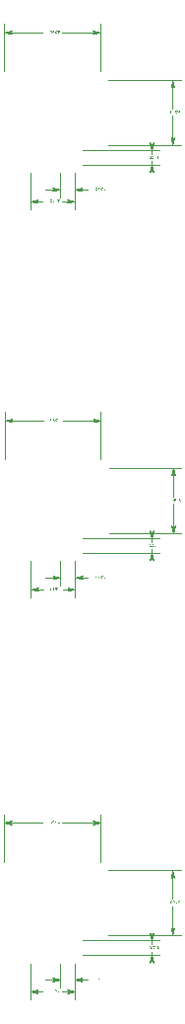
<source format=gbr>
%TF.GenerationSoftware,Altium Limited,Altium Designer,19.1.6 (110)*%
G04 Layer_Color=32896*
%FSLAX26Y26*%
%MOIN*%
%TF.FileFunction,Other,Mechanical_40*%
%TF.Part,Single*%
G01*
G75*
%TA.AperFunction,NonConductor*%
%ADD39C,0.000000*%
G36*
X17616Y1166618D02*
X16234D01*
Y1168000D01*
X17616D01*
Y1166618D01*
D02*
G37*
G36*
X23055Y1168147D02*
X23158Y1168132D01*
X23290Y1168118D01*
X23437Y1168103D01*
X23599Y1168059D01*
X23937Y1167971D01*
X24304Y1167838D01*
X24481Y1167750D01*
X24672Y1167647D01*
X24848Y1167530D01*
X25010Y1167397D01*
X25024Y1167383D01*
X25039Y1167368D01*
X25083Y1167324D01*
X25142Y1167250D01*
X25216Y1167177D01*
X25289Y1167089D01*
X25363Y1166971D01*
X25451Y1166853D01*
X25627Y1166559D01*
X25774Y1166207D01*
X25907Y1165810D01*
X25951Y1165604D01*
X25980Y1165369D01*
X24760Y1165207D01*
Y1165222D01*
X24745Y1165251D01*
X24730Y1165310D01*
X24716Y1165383D01*
X24701Y1165457D01*
X24672Y1165560D01*
X24598Y1165780D01*
X24495Y1166030D01*
X24378Y1166280D01*
X24231Y1166515D01*
X24054Y1166706D01*
X24025Y1166721D01*
X23966Y1166780D01*
X23863Y1166853D01*
X23716Y1166927D01*
X23540Y1167015D01*
X23334Y1167089D01*
X23099Y1167147D01*
X22834Y1167162D01*
X22746D01*
X22687Y1167147D01*
X22526Y1167133D01*
X22320Y1167089D01*
X22099Y1167015D01*
X21849Y1166912D01*
X21614Y1166765D01*
X21379Y1166574D01*
X21349Y1166545D01*
X21291Y1166471D01*
X21188Y1166339D01*
X21085Y1166177D01*
X20982Y1165957D01*
X20879Y1165707D01*
X20820Y1165428D01*
X20791Y1165119D01*
Y1165104D01*
Y1165075D01*
Y1165031D01*
X20806Y1164972D01*
X20820Y1164825D01*
X20864Y1164634D01*
X20923Y1164413D01*
X21026Y1164178D01*
X21158Y1163957D01*
X21349Y1163737D01*
X21379Y1163708D01*
X21452Y1163649D01*
X21570Y1163561D01*
X21732Y1163458D01*
X21923Y1163370D01*
X22158Y1163281D01*
X22437Y1163223D01*
X22731Y1163193D01*
X22864D01*
X22966Y1163208D01*
X23084Y1163223D01*
X23231Y1163252D01*
X23393Y1163281D01*
X23584Y1163325D01*
X23452Y1162252D01*
X23378D01*
X23319Y1162267D01*
X23128D01*
X22981Y1162252D01*
X22790Y1162223D01*
X22570Y1162164D01*
X22349Y1162105D01*
X22099Y1162002D01*
X21864Y1161870D01*
X21849D01*
X21835Y1161855D01*
X21761Y1161797D01*
X21658Y1161694D01*
X21541Y1161561D01*
X21438Y1161385D01*
X21335Y1161165D01*
X21261Y1160915D01*
X21232Y1160768D01*
Y1160621D01*
Y1160606D01*
Y1160591D01*
Y1160503D01*
X21261Y1160385D01*
X21291Y1160238D01*
X21349Y1160062D01*
X21423Y1159871D01*
X21541Y1159695D01*
X21688Y1159518D01*
X21702Y1159503D01*
X21776Y1159445D01*
X21864Y1159371D01*
X22011Y1159298D01*
X22173Y1159209D01*
X22378Y1159151D01*
X22599Y1159092D01*
X22864Y1159077D01*
X22981D01*
X23113Y1159107D01*
X23275Y1159136D01*
X23466Y1159195D01*
X23657Y1159268D01*
X23849Y1159386D01*
X24040Y1159533D01*
X24054Y1159547D01*
X24113Y1159621D01*
X24201Y1159724D01*
X24290Y1159856D01*
X24392Y1160047D01*
X24495Y1160283D01*
X24584Y1160547D01*
X24642Y1160856D01*
X25862Y1160635D01*
Y1160621D01*
X25848Y1160576D01*
X25833Y1160518D01*
X25818Y1160429D01*
X25789Y1160341D01*
X25745Y1160224D01*
X25657Y1159944D01*
X25524Y1159650D01*
X25348Y1159327D01*
X25127Y1159033D01*
X24863Y1158754D01*
X24848Y1158739D01*
X24819Y1158724D01*
X24775Y1158695D01*
X24716Y1158651D01*
X24642Y1158592D01*
X24554Y1158533D01*
X24436Y1158474D01*
X24319Y1158416D01*
X24040Y1158298D01*
X23701Y1158180D01*
X23319Y1158107D01*
X23113Y1158078D01*
X22761D01*
X22599Y1158092D01*
X22408Y1158122D01*
X22173Y1158166D01*
X21923Y1158225D01*
X21673Y1158313D01*
X21408Y1158430D01*
X21394D01*
X21379Y1158445D01*
X21291Y1158489D01*
X21173Y1158577D01*
X21011Y1158680D01*
X20850Y1158812D01*
X20673Y1158989D01*
X20497Y1159165D01*
X20350Y1159386D01*
X20335Y1159415D01*
X20291Y1159489D01*
X20232Y1159606D01*
X20159Y1159768D01*
X20100Y1159959D01*
X20041Y1160165D01*
X19997Y1160400D01*
X19982Y1160650D01*
Y1160679D01*
Y1160753D01*
X19997Y1160885D01*
X20026Y1161032D01*
X20071Y1161223D01*
X20129Y1161414D01*
X20218Y1161620D01*
X20335Y1161826D01*
X20350Y1161855D01*
X20394Y1161914D01*
X20482Y1162002D01*
X20585Y1162120D01*
X20732Y1162252D01*
X20909Y1162385D01*
X21114Y1162532D01*
X21349Y1162649D01*
X21335D01*
X21305Y1162664D01*
X21261Y1162679D01*
X21203Y1162693D01*
X21055Y1162752D01*
X20850Y1162826D01*
X20644Y1162943D01*
X20409Y1163090D01*
X20188Y1163267D01*
X19997Y1163487D01*
X19982Y1163516D01*
X19924Y1163605D01*
X19835Y1163737D01*
X19747Y1163928D01*
X19659Y1164149D01*
X19571Y1164428D01*
X19512Y1164737D01*
X19497Y1165075D01*
Y1165089D01*
Y1165133D01*
Y1165192D01*
X19512Y1165295D01*
X19527Y1165398D01*
X19541Y1165530D01*
X19571Y1165677D01*
X19615Y1165839D01*
X19733Y1166177D01*
X19806Y1166354D01*
X19894Y1166545D01*
X20012Y1166736D01*
X20144Y1166912D01*
X20291Y1167089D01*
X20453Y1167265D01*
X20468Y1167280D01*
X20497Y1167309D01*
X20556Y1167353D01*
X20614Y1167397D01*
X20717Y1167471D01*
X20820Y1167544D01*
X20953Y1167632D01*
X21100Y1167706D01*
X21261Y1167794D01*
X21452Y1167882D01*
X21643Y1167956D01*
X21849Y1168015D01*
X22084Y1168073D01*
X22320Y1168118D01*
X22570Y1168147D01*
X22834Y1168162D01*
X22966D01*
X23055Y1168147D01*
D02*
G37*
G36*
X11456D02*
X11574Y1168132D01*
X11721Y1168118D01*
X11883Y1168088D01*
X12059Y1168059D01*
X12427Y1167956D01*
X12632Y1167882D01*
X12823Y1167794D01*
X13015Y1167706D01*
X13220Y1167588D01*
X13397Y1167456D01*
X13573Y1167309D01*
X13588Y1167294D01*
X13617Y1167265D01*
X13661Y1167221D01*
X13706Y1167147D01*
X13779Y1167074D01*
X13852Y1166971D01*
X13941Y1166853D01*
X14014Y1166706D01*
X14102Y1166559D01*
X14191Y1166398D01*
X14323Y1166030D01*
X14382Y1165824D01*
X14426Y1165619D01*
X14455Y1165383D01*
X14470Y1165148D01*
Y1165133D01*
Y1165104D01*
Y1165060D01*
X14455Y1164986D01*
Y1164898D01*
X14441Y1164810D01*
X14411Y1164575D01*
X14352Y1164325D01*
X14264Y1164060D01*
X14146Y1163781D01*
X13985Y1163531D01*
Y1163516D01*
X13955Y1163502D01*
X13897Y1163428D01*
X13779Y1163311D01*
X13632Y1163178D01*
X13426Y1163031D01*
X13191Y1162884D01*
X12912Y1162752D01*
X12588Y1162649D01*
X12603D01*
X12618Y1162634D01*
X12706Y1162590D01*
X12853Y1162532D01*
X13015Y1162443D01*
X13206Y1162326D01*
X13382Y1162194D01*
X13559Y1162032D01*
X13720Y1161855D01*
X13735Y1161826D01*
X13779Y1161767D01*
X13838Y1161650D01*
X13897Y1161503D01*
X13955Y1161326D01*
X14014Y1161120D01*
X14058Y1160885D01*
X14073Y1160635D01*
Y1160621D01*
Y1160591D01*
Y1160532D01*
X14058Y1160459D01*
X14044Y1160356D01*
X14029Y1160253D01*
X13970Y1160003D01*
X13882Y1159709D01*
X13750Y1159400D01*
X13661Y1159254D01*
X13559Y1159107D01*
X13441Y1158959D01*
X13309Y1158812D01*
X13294Y1158798D01*
X13279Y1158783D01*
X13220Y1158739D01*
X13162Y1158695D01*
X13088Y1158636D01*
X13000Y1158577D01*
X12882Y1158518D01*
X12750Y1158445D01*
X12618Y1158371D01*
X12456Y1158313D01*
X12103Y1158195D01*
X11692Y1158107D01*
X11471Y1158092D01*
X11236Y1158078D01*
X11104D01*
X11015Y1158092D01*
X10912Y1158107D01*
X10780Y1158122D01*
X10486Y1158166D01*
X10163Y1158269D01*
X9810Y1158401D01*
X9634Y1158489D01*
X9472Y1158592D01*
X9296Y1158710D01*
X9149Y1158842D01*
X9134Y1158857D01*
X9119Y1158871D01*
X9075Y1158915D01*
X9031Y1158974D01*
X8957Y1159048D01*
X8899Y1159136D01*
X8752Y1159356D01*
X8605Y1159621D01*
X8472Y1159930D01*
X8384Y1160283D01*
X8369Y1160474D01*
X8355Y1160665D01*
Y1160679D01*
Y1160694D01*
Y1160782D01*
X8369Y1160915D01*
X8399Y1161076D01*
X8443Y1161267D01*
X8516Y1161458D01*
X8605Y1161664D01*
X8722Y1161870D01*
X8737Y1161885D01*
X8796Y1161958D01*
X8884Y1162046D01*
X9002Y1162149D01*
X9149Y1162282D01*
X9340Y1162414D01*
X9560Y1162532D01*
X9825Y1162649D01*
X9810D01*
X9781Y1162664D01*
X9736Y1162679D01*
X9678Y1162708D01*
X9501Y1162782D01*
X9296Y1162884D01*
X9075Y1163017D01*
X8840Y1163178D01*
X8619Y1163370D01*
X8428Y1163605D01*
X8414Y1163634D01*
X8355Y1163722D01*
X8281Y1163855D01*
X8178Y1164046D01*
X8090Y1164281D01*
X8017Y1164545D01*
X7958Y1164854D01*
X7943Y1165178D01*
Y1165192D01*
Y1165236D01*
Y1165295D01*
X7958Y1165383D01*
X7973Y1165501D01*
X7987Y1165619D01*
X8017Y1165766D01*
X8061Y1165913D01*
X8164Y1166251D01*
X8237Y1166427D01*
X8325Y1166603D01*
X8428Y1166795D01*
X8560Y1166971D01*
X8693Y1167147D01*
X8854Y1167309D01*
X8869Y1167324D01*
X8899Y1167339D01*
X8943Y1167383D01*
X9016Y1167441D01*
X9104Y1167500D01*
X9207Y1167574D01*
X9340Y1167662D01*
X9487Y1167735D01*
X9648Y1167809D01*
X9825Y1167897D01*
X10016Y1167971D01*
X10222Y1168029D01*
X10442Y1168088D01*
X10692Y1168118D01*
X10942Y1168147D01*
X11207Y1168162D01*
X11354D01*
X11456Y1168147D01*
D02*
G37*
G36*
X3416Y1160283D02*
X3430Y1160297D01*
X3489Y1160356D01*
X3592Y1160429D01*
X3724Y1160547D01*
X3886Y1160665D01*
X4092Y1160812D01*
X4327Y1160959D01*
X4577Y1161120D01*
X4591D01*
X4606Y1161135D01*
X4694Y1161194D01*
X4827Y1161267D01*
X5003Y1161356D01*
X5194Y1161458D01*
X5400Y1161547D01*
X5620Y1161650D01*
X5841Y1161738D01*
Y1160562D01*
X5826D01*
X5797Y1160547D01*
X5738Y1160518D01*
X5665Y1160474D01*
X5576Y1160429D01*
X5473Y1160371D01*
X5238Y1160238D01*
X4959Y1160077D01*
X4665Y1159886D01*
X4371Y1159665D01*
X4077Y1159415D01*
X4062Y1159400D01*
X4048Y1159386D01*
X3945Y1159298D01*
X3812Y1159165D01*
X3651Y1158989D01*
X3474Y1158783D01*
X3298Y1158563D01*
X3122Y1158327D01*
X2989Y1158078D01*
X2195D01*
Y1168000D01*
X3416D01*
Y1160283D01*
D02*
G37*
G36*
X-3905Y1168147D02*
X-3788Y1168132D01*
X-3640Y1168103D01*
X-3494Y1168073D01*
X-3332Y1168029D01*
X-3155Y1167985D01*
X-2964Y1167912D01*
X-2773Y1167838D01*
X-2597Y1167735D01*
X-2406Y1167618D01*
X-2229Y1167486D01*
X-2053Y1167324D01*
X-1891Y1167147D01*
X-1876Y1167133D01*
X-1847Y1167089D01*
X-1803Y1167015D01*
X-1744Y1166912D01*
X-1671Y1166780D01*
X-1582Y1166603D01*
X-1494Y1166412D01*
X-1406Y1166177D01*
X-1318Y1165913D01*
X-1230Y1165619D01*
X-1141Y1165295D01*
X-1068Y1164928D01*
X-1009Y1164531D01*
X-965Y1164104D01*
X-936Y1163634D01*
X-921Y1163134D01*
Y1163120D01*
Y1163061D01*
Y1162973D01*
Y1162840D01*
X-936Y1162693D01*
Y1162517D01*
X-950Y1162326D01*
X-965Y1162120D01*
X-1009Y1161679D01*
X-1068Y1161209D01*
X-1156Y1160738D01*
X-1215Y1160518D01*
X-1274Y1160312D01*
Y1160297D01*
X-1288Y1160268D01*
X-1318Y1160209D01*
X-1347Y1160136D01*
X-1377Y1160047D01*
X-1421Y1159944D01*
X-1553Y1159709D01*
X-1700Y1159445D01*
X-1876Y1159165D01*
X-2097Y1158901D01*
X-2347Y1158666D01*
X-2362D01*
X-2376Y1158636D01*
X-2420Y1158607D01*
X-2479Y1158577D01*
X-2553Y1158533D01*
X-2626Y1158474D01*
X-2847Y1158371D01*
X-3097Y1158269D01*
X-3405Y1158166D01*
X-3758Y1158107D01*
X-4140Y1158078D01*
X-4273D01*
X-4420Y1158092D01*
X-4611Y1158122D01*
X-4831Y1158151D01*
X-5066Y1158210D01*
X-5302Y1158298D01*
X-5537Y1158401D01*
X-5566Y1158416D01*
X-5640Y1158460D01*
X-5743Y1158533D01*
X-5890Y1158636D01*
X-6037Y1158768D01*
X-6213Y1158930D01*
X-6375Y1159107D01*
X-6522Y1159327D01*
X-6536Y1159356D01*
X-6580Y1159430D01*
X-6654Y1159562D01*
X-6742Y1159739D01*
X-6845Y1159944D01*
X-6948Y1160194D01*
X-7051Y1160488D01*
X-7139Y1160797D01*
Y1160812D01*
X-7154Y1160841D01*
X-7168Y1160885D01*
X-7183Y1160959D01*
X-7198Y1161047D01*
X-7213Y1161150D01*
X-7242Y1161267D01*
X-7257Y1161414D01*
X-7286Y1161576D01*
X-7301Y1161753D01*
X-7316Y1161944D01*
X-7345Y1162149D01*
X-7360Y1162370D01*
Y1162605D01*
X-7374Y1162870D01*
Y1163134D01*
Y1163149D01*
Y1163208D01*
Y1163296D01*
Y1163428D01*
X-7360Y1163575D01*
Y1163737D01*
X-7345Y1163928D01*
X-7330Y1164134D01*
X-7286Y1164575D01*
X-7213Y1165045D01*
X-7124Y1165516D01*
X-7066Y1165736D01*
X-7007Y1165942D01*
Y1165957D01*
X-6992Y1165986D01*
X-6963Y1166045D01*
X-6948Y1166118D01*
X-6904Y1166207D01*
X-6860Y1166310D01*
X-6742Y1166545D01*
X-6595Y1166809D01*
X-6404Y1167089D01*
X-6184Y1167353D01*
X-5934Y1167588D01*
X-5919D01*
X-5904Y1167618D01*
X-5860Y1167647D01*
X-5801Y1167677D01*
X-5654Y1167765D01*
X-5449Y1167868D01*
X-5184Y1167985D01*
X-4875Y1168073D01*
X-4537Y1168132D01*
X-4140Y1168162D01*
X-4008D01*
X-3905Y1168147D01*
D02*
G37*
G36*
X17601Y1736618D02*
X16219D01*
Y1738000D01*
X17601D01*
Y1736618D01*
D02*
G37*
G36*
X3798Y1738147D02*
X3915Y1738132D01*
X4048Y1738118D01*
X4195Y1738103D01*
X4356Y1738073D01*
X4709Y1737985D01*
X5077Y1737838D01*
X5268Y1737765D01*
X5444Y1737662D01*
X5620Y1737544D01*
X5782Y1737412D01*
X5797Y1737397D01*
X5812Y1737383D01*
X5856Y1737339D01*
X5915Y1737280D01*
X5988Y1737206D01*
X6061Y1737103D01*
X6135Y1737000D01*
X6223Y1736883D01*
X6311Y1736736D01*
X6400Y1736589D01*
X6547Y1736251D01*
X6679Y1735854D01*
X6723Y1735633D01*
X6752Y1735398D01*
X5473Y1735310D01*
Y1735325D01*
Y1735354D01*
X5459Y1735398D01*
X5444Y1735457D01*
X5400Y1735633D01*
X5341Y1735824D01*
X5253Y1736060D01*
X5150Y1736295D01*
X5003Y1736515D01*
X4827Y1736706D01*
X4797Y1736721D01*
X4739Y1736780D01*
X4621Y1736853D01*
X4474Y1736927D01*
X4298Y1737015D01*
X4077Y1737089D01*
X3842Y1737147D01*
X3577Y1737162D01*
X3489D01*
X3430Y1737147D01*
X3268Y1737133D01*
X3063Y1737074D01*
X2828Y1737000D01*
X2578Y1736883D01*
X2328Y1736721D01*
X2210Y1736618D01*
X2092Y1736501D01*
Y1736486D01*
X2063Y1736471D01*
X2034Y1736427D01*
X2004Y1736383D01*
X1901Y1736236D01*
X1784Y1736030D01*
X1681Y1735780D01*
X1578Y1735486D01*
X1519Y1735133D01*
X1490Y1734751D01*
Y1734737D01*
Y1734707D01*
Y1734648D01*
X1504Y1734575D01*
Y1734487D01*
X1519Y1734384D01*
X1563Y1734149D01*
X1637Y1733884D01*
X1740Y1733619D01*
X1887Y1733355D01*
X2078Y1733105D01*
X2107Y1733075D01*
X2181Y1733017D01*
X2313Y1732914D01*
X2489Y1732796D01*
X2695Y1732693D01*
X2960Y1732590D01*
X3268Y1732532D01*
X3607Y1732502D01*
X3709D01*
X3812Y1732517D01*
X3959Y1732532D01*
X4121Y1732576D01*
X4298Y1732620D01*
X4489Y1732693D01*
X4665Y1732782D01*
X4680Y1732796D01*
X4739Y1732826D01*
X4827Y1732899D01*
X4930Y1732973D01*
X5047Y1733075D01*
X5165Y1733193D01*
X5282Y1733340D01*
X5385Y1733487D01*
X6532Y1733325D01*
X5576Y1728239D01*
X667D01*
Y1729400D01*
X4606D01*
X5135Y1732061D01*
X5121Y1732046D01*
X5091Y1732032D01*
X5047Y1732002D01*
X4988Y1731958D01*
X4900Y1731914D01*
X4812Y1731855D01*
X4577Y1731738D01*
X4298Y1731635D01*
X3974Y1731532D01*
X3636Y1731458D01*
X3460Y1731429D01*
X3151D01*
X3063Y1731444D01*
X2960Y1731458D01*
X2828Y1731473D01*
X2680Y1731503D01*
X2519Y1731547D01*
X2181Y1731650D01*
X2004Y1731723D01*
X1813Y1731811D01*
X1622Y1731914D01*
X1446Y1732046D01*
X1269Y1732179D01*
X1093Y1732341D01*
X1078Y1732355D01*
X1049Y1732385D01*
X1005Y1732429D01*
X946Y1732502D01*
X887Y1732590D01*
X814Y1732693D01*
X725Y1732826D01*
X637Y1732958D01*
X564Y1733120D01*
X476Y1733296D01*
X402Y1733487D01*
X328Y1733693D01*
X284Y1733913D01*
X240Y1734149D01*
X211Y1734384D01*
X196Y1734648D01*
Y1734663D01*
Y1734707D01*
Y1734781D01*
X211Y1734869D01*
X226Y1734986D01*
X240Y1735119D01*
X255Y1735281D01*
X299Y1735442D01*
X387Y1735810D01*
X534Y1736192D01*
X622Y1736398D01*
X725Y1736589D01*
X843Y1736780D01*
X990Y1736971D01*
X1005Y1736986D01*
X1034Y1737015D01*
X1093Y1737074D01*
X1166Y1737162D01*
X1255Y1737250D01*
X1372Y1737353D01*
X1504Y1737456D01*
X1666Y1737559D01*
X1843Y1737677D01*
X2034Y1737780D01*
X2254Y1737882D01*
X2475Y1737971D01*
X2725Y1738044D01*
X2989Y1738103D01*
X3283Y1738147D01*
X3577Y1738162D01*
X3709D01*
X3798Y1738147D01*
D02*
G37*
G36*
X-3890D02*
X-3773Y1738132D01*
X-3640Y1738118D01*
X-3494Y1738103D01*
X-3332Y1738073D01*
X-2979Y1737985D01*
X-2611Y1737838D01*
X-2420Y1737765D01*
X-2244Y1737662D01*
X-2068Y1737544D01*
X-1906Y1737412D01*
X-1891Y1737397D01*
X-1876Y1737383D01*
X-1832Y1737339D01*
X-1774Y1737280D01*
X-1700Y1737206D01*
X-1627Y1737103D01*
X-1553Y1737000D01*
X-1465Y1736883D01*
X-1377Y1736736D01*
X-1288Y1736589D01*
X-1141Y1736251D01*
X-1009Y1735854D01*
X-965Y1735633D01*
X-936Y1735398D01*
X-2215Y1735310D01*
Y1735325D01*
Y1735354D01*
X-2229Y1735398D01*
X-2244Y1735457D01*
X-2288Y1735633D01*
X-2347Y1735824D01*
X-2435Y1736060D01*
X-2538Y1736295D01*
X-2685Y1736515D01*
X-2861Y1736706D01*
X-2891Y1736721D01*
X-2950Y1736780D01*
X-3067Y1736853D01*
X-3214Y1736927D01*
X-3391Y1737015D01*
X-3611Y1737089D01*
X-3846Y1737147D01*
X-4111Y1737162D01*
X-4199D01*
X-4258Y1737147D01*
X-4420Y1737133D01*
X-4625Y1737074D01*
X-4861Y1737000D01*
X-5111Y1736883D01*
X-5360Y1736721D01*
X-5478Y1736618D01*
X-5596Y1736501D01*
Y1736486D01*
X-5625Y1736471D01*
X-5654Y1736427D01*
X-5684Y1736383D01*
X-5787Y1736236D01*
X-5904Y1736030D01*
X-6007Y1735780D01*
X-6110Y1735486D01*
X-6169Y1735133D01*
X-6198Y1734751D01*
Y1734737D01*
Y1734707D01*
Y1734648D01*
X-6184Y1734575D01*
Y1734487D01*
X-6169Y1734384D01*
X-6125Y1734149D01*
X-6051Y1733884D01*
X-5948Y1733619D01*
X-5801Y1733355D01*
X-5610Y1733105D01*
X-5581Y1733075D01*
X-5507Y1733017D01*
X-5375Y1732914D01*
X-5199Y1732796D01*
X-4993Y1732693D01*
X-4728Y1732590D01*
X-4420Y1732532D01*
X-4082Y1732502D01*
X-3979D01*
X-3876Y1732517D01*
X-3729Y1732532D01*
X-3567Y1732576D01*
X-3391Y1732620D01*
X-3200Y1732693D01*
X-3023Y1732782D01*
X-3008Y1732796D01*
X-2950Y1732826D01*
X-2861Y1732899D01*
X-2759Y1732973D01*
X-2641Y1733075D01*
X-2523Y1733193D01*
X-2406Y1733340D01*
X-2303Y1733487D01*
X-1156Y1733325D01*
X-2112Y1728239D01*
X-7021D01*
Y1729400D01*
X-3082D01*
X-2553Y1732061D01*
X-2567Y1732046D01*
X-2597Y1732032D01*
X-2641Y1732002D01*
X-2700Y1731958D01*
X-2788Y1731914D01*
X-2876Y1731855D01*
X-3111Y1731738D01*
X-3391Y1731635D01*
X-3714Y1731532D01*
X-4052Y1731458D01*
X-4229Y1731429D01*
X-4537D01*
X-4625Y1731444D01*
X-4728Y1731458D01*
X-4861Y1731473D01*
X-5008Y1731503D01*
X-5169Y1731547D01*
X-5507Y1731650D01*
X-5684Y1731723D01*
X-5875Y1731811D01*
X-6066Y1731914D01*
X-6242Y1732046D01*
X-6419Y1732179D01*
X-6595Y1732341D01*
X-6610Y1732355D01*
X-6639Y1732385D01*
X-6683Y1732429D01*
X-6742Y1732502D01*
X-6801Y1732590D01*
X-6875Y1732693D01*
X-6963Y1732826D01*
X-7051Y1732958D01*
X-7124Y1733120D01*
X-7213Y1733296D01*
X-7286Y1733487D01*
X-7360Y1733693D01*
X-7404Y1733913D01*
X-7448Y1734149D01*
X-7477Y1734384D01*
X-7492Y1734648D01*
Y1734663D01*
Y1734707D01*
Y1734781D01*
X-7477Y1734869D01*
X-7463Y1734986D01*
X-7448Y1735119D01*
X-7433Y1735281D01*
X-7389Y1735442D01*
X-7301Y1735810D01*
X-7154Y1736192D01*
X-7066Y1736398D01*
X-6963Y1736589D01*
X-6845Y1736780D01*
X-6698Y1736971D01*
X-6683Y1736986D01*
X-6654Y1737015D01*
X-6595Y1737074D01*
X-6522Y1737162D01*
X-6434Y1737250D01*
X-6316Y1737353D01*
X-6184Y1737456D01*
X-6022Y1737559D01*
X-5846Y1737677D01*
X-5654Y1737780D01*
X-5434Y1737882D01*
X-5213Y1737971D01*
X-4963Y1738044D01*
X-4699Y1738103D01*
X-4405Y1738147D01*
X-4111Y1738162D01*
X-3979D01*
X-3890Y1738147D01*
D02*
G37*
G36*
X22966D02*
X23084Y1738132D01*
X23231Y1738118D01*
X23393Y1738088D01*
X23569Y1738059D01*
X23937Y1737956D01*
X24142Y1737882D01*
X24334Y1737794D01*
X24525Y1737706D01*
X24730Y1737588D01*
X24907Y1737456D01*
X25083Y1737309D01*
X25098Y1737294D01*
X25127Y1737265D01*
X25172Y1737221D01*
X25216Y1737147D01*
X25289Y1737074D01*
X25363Y1736971D01*
X25451Y1736853D01*
X25524Y1736706D01*
X25613Y1736559D01*
X25701Y1736398D01*
X25833Y1736030D01*
X25892Y1735824D01*
X25936Y1735619D01*
X25965Y1735383D01*
X25980Y1735148D01*
Y1735133D01*
Y1735104D01*
Y1735060D01*
X25965Y1734986D01*
Y1734898D01*
X25951Y1734810D01*
X25921Y1734575D01*
X25862Y1734325D01*
X25774Y1734060D01*
X25657Y1733781D01*
X25495Y1733531D01*
Y1733516D01*
X25465Y1733502D01*
X25407Y1733428D01*
X25289Y1733311D01*
X25142Y1733178D01*
X24936Y1733031D01*
X24701Y1732884D01*
X24422Y1732752D01*
X24098Y1732649D01*
X24113D01*
X24128Y1732634D01*
X24216Y1732590D01*
X24363Y1732532D01*
X24525Y1732443D01*
X24716Y1732326D01*
X24892Y1732194D01*
X25069Y1732032D01*
X25230Y1731855D01*
X25245Y1731826D01*
X25289Y1731767D01*
X25348Y1731650D01*
X25407Y1731503D01*
X25465Y1731326D01*
X25524Y1731120D01*
X25568Y1730885D01*
X25583Y1730635D01*
Y1730621D01*
Y1730591D01*
Y1730532D01*
X25568Y1730459D01*
X25554Y1730356D01*
X25539Y1730253D01*
X25480Y1730003D01*
X25392Y1729709D01*
X25260Y1729400D01*
X25172Y1729254D01*
X25069Y1729107D01*
X24951Y1728959D01*
X24819Y1728812D01*
X24804Y1728798D01*
X24789Y1728783D01*
X24730Y1728739D01*
X24672Y1728695D01*
X24598Y1728636D01*
X24510Y1728577D01*
X24392Y1728518D01*
X24260Y1728445D01*
X24128Y1728371D01*
X23966Y1728313D01*
X23613Y1728195D01*
X23202Y1728107D01*
X22981Y1728092D01*
X22746Y1728078D01*
X22614D01*
X22526Y1728092D01*
X22423Y1728107D01*
X22290Y1728122D01*
X21996Y1728166D01*
X21673Y1728269D01*
X21320Y1728401D01*
X21144Y1728489D01*
X20982Y1728592D01*
X20806Y1728710D01*
X20659Y1728842D01*
X20644Y1728857D01*
X20629Y1728871D01*
X20585Y1728915D01*
X20541Y1728974D01*
X20468Y1729048D01*
X20409Y1729136D01*
X20262Y1729356D01*
X20115Y1729621D01*
X19982Y1729930D01*
X19894Y1730283D01*
X19880Y1730474D01*
X19865Y1730665D01*
Y1730679D01*
Y1730694D01*
Y1730782D01*
X19880Y1730915D01*
X19909Y1731076D01*
X19953Y1731267D01*
X20026Y1731458D01*
X20115Y1731664D01*
X20232Y1731870D01*
X20247Y1731885D01*
X20306Y1731958D01*
X20394Y1732046D01*
X20512Y1732149D01*
X20659Y1732282D01*
X20850Y1732414D01*
X21070Y1732532D01*
X21335Y1732649D01*
X21320D01*
X21291Y1732664D01*
X21247Y1732679D01*
X21188Y1732708D01*
X21011Y1732782D01*
X20806Y1732884D01*
X20585Y1733017D01*
X20350Y1733178D01*
X20129Y1733370D01*
X19938Y1733605D01*
X19924Y1733634D01*
X19865Y1733722D01*
X19791Y1733855D01*
X19688Y1734046D01*
X19600Y1734281D01*
X19527Y1734545D01*
X19468Y1734854D01*
X19453Y1735178D01*
Y1735192D01*
Y1735236D01*
Y1735295D01*
X19468Y1735383D01*
X19483Y1735501D01*
X19497Y1735619D01*
X19527Y1735766D01*
X19571Y1735913D01*
X19674Y1736251D01*
X19747Y1736427D01*
X19835Y1736603D01*
X19938Y1736795D01*
X20071Y1736971D01*
X20203Y1737147D01*
X20365Y1737309D01*
X20379Y1737324D01*
X20409Y1737339D01*
X20453Y1737383D01*
X20526Y1737441D01*
X20614Y1737500D01*
X20717Y1737574D01*
X20850Y1737662D01*
X20997Y1737735D01*
X21158Y1737809D01*
X21335Y1737897D01*
X21526Y1737971D01*
X21732Y1738029D01*
X21952Y1738088D01*
X22202Y1738118D01*
X22452Y1738147D01*
X22717Y1738162D01*
X22864D01*
X22966Y1738147D01*
D02*
G37*
G36*
X14602Y1737985D02*
Y1737927D01*
Y1737838D01*
X14588Y1737735D01*
X14573Y1737603D01*
X14558Y1737471D01*
X14514Y1737309D01*
X14470Y1737162D01*
Y1737147D01*
X14455Y1737133D01*
X14426Y1737044D01*
X14367Y1736912D01*
X14279Y1736751D01*
X14161Y1736545D01*
X14029Y1736324D01*
X13867Y1736089D01*
X13676Y1735854D01*
Y1735839D01*
X13647Y1735824D01*
X13573Y1735736D01*
X13441Y1735604D01*
X13264Y1735428D01*
X13044Y1735207D01*
X12765Y1734942D01*
X12441Y1734663D01*
X12074Y1734354D01*
X12059Y1734340D01*
X12000Y1734296D01*
X11927Y1734222D01*
X11809Y1734134D01*
X11677Y1734031D01*
X11530Y1733899D01*
X11207Y1733590D01*
X10839Y1733267D01*
X10486Y1732914D01*
X10310Y1732737D01*
X10163Y1732576D01*
X10016Y1732414D01*
X9898Y1732267D01*
Y1732252D01*
X9869Y1732238D01*
X9839Y1732194D01*
X9810Y1732135D01*
X9722Y1731988D01*
X9604Y1731797D01*
X9501Y1731561D01*
X9413Y1731312D01*
X9354Y1731062D01*
X9325Y1730797D01*
Y1730782D01*
Y1730768D01*
X9340Y1730679D01*
X9354Y1730547D01*
X9384Y1730371D01*
X9457Y1730180D01*
X9545Y1729974D01*
X9678Y1729768D01*
X9854Y1729577D01*
X9883Y1729562D01*
X9942Y1729503D01*
X10060Y1729415D01*
X10207Y1729327D01*
X10413Y1729239D01*
X10633Y1729151D01*
X10898Y1729092D01*
X11192Y1729077D01*
X11280D01*
X11339Y1729092D01*
X11501Y1729107D01*
X11692Y1729151D01*
X11927Y1729209D01*
X12162Y1729312D01*
X12397Y1729445D01*
X12603Y1729621D01*
X12618Y1729650D01*
X12677Y1729724D01*
X12765Y1729841D01*
X12853Y1730003D01*
X12956Y1730209D01*
X13029Y1730459D01*
X13088Y1730753D01*
X13117Y1731076D01*
X14367Y1730944D01*
Y1730929D01*
Y1730885D01*
X14352Y1730812D01*
X14338Y1730709D01*
X14308Y1730591D01*
X14279Y1730459D01*
X14205Y1730150D01*
X14088Y1729812D01*
X13911Y1729459D01*
X13808Y1729283D01*
X13691Y1729121D01*
X13559Y1728959D01*
X13412Y1728812D01*
X13397Y1728798D01*
X13367Y1728783D01*
X13323Y1728739D01*
X13264Y1728695D01*
X13176Y1728636D01*
X13073Y1728577D01*
X12956Y1728518D01*
X12809Y1728445D01*
X12662Y1728371D01*
X12500Y1728313D01*
X12309Y1728254D01*
X12103Y1728195D01*
X11897Y1728151D01*
X11662Y1728107D01*
X11427Y1728092D01*
X11162Y1728078D01*
X11030D01*
X10927Y1728092D01*
X10810Y1728107D01*
X10663Y1728122D01*
X10516Y1728136D01*
X10339Y1728180D01*
X9986Y1728269D01*
X9604Y1728416D01*
X9428Y1728504D01*
X9251Y1728607D01*
X9075Y1728724D01*
X8913Y1728871D01*
X8899Y1728886D01*
X8884Y1728901D01*
X8840Y1728945D01*
X8781Y1729018D01*
X8722Y1729092D01*
X8649Y1729180D01*
X8575Y1729298D01*
X8487Y1729415D01*
X8340Y1729695D01*
X8208Y1730033D01*
X8149Y1730209D01*
X8105Y1730415D01*
X8090Y1730606D01*
X8075Y1730826D01*
Y1730856D01*
Y1730929D01*
X8090Y1731047D01*
X8105Y1731194D01*
X8134Y1731385D01*
X8178Y1731576D01*
X8237Y1731782D01*
X8325Y1732002D01*
X8340Y1732032D01*
X8369Y1732105D01*
X8428Y1732208D01*
X8516Y1732355D01*
X8634Y1732546D01*
X8766Y1732752D01*
X8943Y1732973D01*
X9134Y1733208D01*
X9163Y1733237D01*
X9237Y1733325D01*
X9296Y1733384D01*
X9384Y1733472D01*
X9472Y1733561D01*
X9575Y1733664D01*
X9692Y1733781D01*
X9839Y1733913D01*
X9986Y1734046D01*
X10163Y1734207D01*
X10339Y1734369D01*
X10545Y1734545D01*
X10765Y1734737D01*
X11001Y1734942D01*
X11015Y1734957D01*
X11045Y1734986D01*
X11104Y1735031D01*
X11177Y1735089D01*
X11354Y1735251D01*
X11589Y1735442D01*
X11824Y1735648D01*
X12044Y1735854D01*
X12250Y1736045D01*
X12324Y1736118D01*
X12397Y1736192D01*
X12412Y1736207D01*
X12441Y1736251D01*
X12500Y1736310D01*
X12574Y1736398D01*
X12662Y1736486D01*
X12750Y1736603D01*
X12912Y1736839D01*
X8061D01*
Y1738000D01*
X14602D01*
Y1737985D01*
D02*
G37*
G36*
X171062Y1206618D02*
X169680D01*
Y1208000D01*
X171062D01*
Y1206618D01*
D02*
G37*
G36*
X158758Y1207985D02*
Y1207941D01*
Y1207882D01*
X158743Y1207794D01*
Y1207677D01*
X158728Y1207544D01*
X158714Y1207383D01*
X158699Y1207206D01*
X158670Y1207015D01*
X158640Y1206809D01*
X158596Y1206574D01*
X158552Y1206324D01*
X158508Y1206060D01*
X158449Y1205780D01*
X158302Y1205192D01*
Y1205178D01*
X158287Y1205119D01*
X158258Y1205031D01*
X158214Y1204913D01*
X158170Y1204766D01*
X158126Y1204590D01*
X158052Y1204384D01*
X157979Y1204163D01*
X157891Y1203928D01*
X157802Y1203678D01*
X157582Y1203149D01*
X157332Y1202576D01*
X157053Y1202002D01*
X157038Y1201988D01*
X157009Y1201929D01*
X156964Y1201855D01*
X156906Y1201738D01*
X156832Y1201605D01*
X156744Y1201458D01*
X156641Y1201282D01*
X156524Y1201091D01*
X156259Y1200694D01*
X155965Y1200253D01*
X155627Y1199812D01*
X155289Y1199400D01*
X160140D01*
Y1198239D01*
X153731D01*
Y1199180D01*
X153745Y1199195D01*
X153775Y1199224D01*
X153819Y1199283D01*
X153892Y1199371D01*
X153980Y1199459D01*
X154083Y1199592D01*
X154201Y1199739D01*
X154319Y1199900D01*
X154465Y1200077D01*
X154613Y1200283D01*
X154760Y1200503D01*
X154921Y1200738D01*
X155098Y1201003D01*
X155259Y1201267D01*
X155436Y1201561D01*
X155612Y1201870D01*
X155627Y1201885D01*
X155656Y1201944D01*
X155700Y1202032D01*
X155759Y1202149D01*
X155847Y1202311D01*
X155935Y1202487D01*
X156038Y1202693D01*
X156141Y1202914D01*
X156259Y1203164D01*
X156376Y1203428D01*
X156494Y1203708D01*
X156612Y1204016D01*
X156847Y1204634D01*
X157053Y1205281D01*
Y1205295D01*
X157067Y1205339D01*
X157082Y1205398D01*
X157112Y1205501D01*
X157141Y1205619D01*
X157170Y1205751D01*
X157214Y1205913D01*
X157244Y1206089D01*
X157288Y1206280D01*
X157332Y1206486D01*
X157405Y1206956D01*
X157464Y1207456D01*
X157508Y1208000D01*
X158758D01*
Y1207985D01*
D02*
G37*
G36*
X176075Y1200283D02*
X176089Y1200297D01*
X176148Y1200356D01*
X176251Y1200429D01*
X176383Y1200547D01*
X176545Y1200665D01*
X176751Y1200812D01*
X176986Y1200959D01*
X177236Y1201120D01*
X177250D01*
X177265Y1201135D01*
X177353Y1201194D01*
X177486Y1201267D01*
X177662Y1201356D01*
X177853Y1201458D01*
X178059Y1201547D01*
X178280Y1201650D01*
X178500Y1201738D01*
Y1200562D01*
X178485D01*
X178456Y1200547D01*
X178397Y1200518D01*
X178324Y1200474D01*
X178235Y1200429D01*
X178132Y1200371D01*
X177897Y1200238D01*
X177618Y1200077D01*
X177324Y1199886D01*
X177030Y1199665D01*
X176736Y1199415D01*
X176721Y1199400D01*
X176707Y1199386D01*
X176604Y1199298D01*
X176471Y1199165D01*
X176310Y1198989D01*
X176133Y1198783D01*
X175957Y1198563D01*
X175780Y1198327D01*
X175648Y1198078D01*
X174854D01*
Y1208000D01*
X176075D01*
Y1200283D01*
D02*
G37*
G36*
X168063Y1207985D02*
Y1207927D01*
Y1207838D01*
X168048Y1207735D01*
X168034Y1207603D01*
X168019Y1207471D01*
X167975Y1207309D01*
X167931Y1207162D01*
Y1207147D01*
X167916Y1207133D01*
X167887Y1207044D01*
X167828Y1206912D01*
X167740Y1206751D01*
X167622Y1206545D01*
X167490Y1206324D01*
X167328Y1206089D01*
X167137Y1205854D01*
Y1205839D01*
X167107Y1205824D01*
X167034Y1205736D01*
X166902Y1205604D01*
X166725Y1205428D01*
X166505Y1205207D01*
X166226Y1204942D01*
X165902Y1204663D01*
X165535Y1204354D01*
X165520Y1204340D01*
X165461Y1204296D01*
X165388Y1204222D01*
X165270Y1204134D01*
X165138Y1204031D01*
X164991Y1203899D01*
X164667Y1203590D01*
X164300Y1203267D01*
X163947Y1202914D01*
X163771Y1202737D01*
X163624Y1202576D01*
X163477Y1202414D01*
X163359Y1202267D01*
Y1202252D01*
X163330Y1202238D01*
X163300Y1202194D01*
X163271Y1202135D01*
X163183Y1201988D01*
X163065Y1201797D01*
X162962Y1201561D01*
X162874Y1201312D01*
X162815Y1201062D01*
X162786Y1200797D01*
Y1200782D01*
Y1200768D01*
X162800Y1200679D01*
X162815Y1200547D01*
X162845Y1200371D01*
X162918Y1200180D01*
X163006Y1199974D01*
X163138Y1199768D01*
X163315Y1199577D01*
X163344Y1199562D01*
X163403Y1199503D01*
X163521Y1199415D01*
X163668Y1199327D01*
X163874Y1199239D01*
X164094Y1199151D01*
X164359Y1199092D01*
X164653Y1199077D01*
X164741D01*
X164800Y1199092D01*
X164961Y1199107D01*
X165152Y1199151D01*
X165388Y1199209D01*
X165623Y1199312D01*
X165858Y1199445D01*
X166064Y1199621D01*
X166078Y1199650D01*
X166137Y1199724D01*
X166226Y1199841D01*
X166314Y1200003D01*
X166417Y1200209D01*
X166490Y1200459D01*
X166549Y1200753D01*
X166578Y1201076D01*
X167828Y1200944D01*
Y1200929D01*
Y1200885D01*
X167813Y1200812D01*
X167798Y1200709D01*
X167769Y1200591D01*
X167740Y1200459D01*
X167666Y1200150D01*
X167548Y1199812D01*
X167372Y1199459D01*
X167269Y1199283D01*
X167152Y1199121D01*
X167019Y1198959D01*
X166872Y1198812D01*
X166858Y1198798D01*
X166828Y1198783D01*
X166784Y1198739D01*
X166725Y1198695D01*
X166637Y1198636D01*
X166534Y1198577D01*
X166417Y1198518D01*
X166270Y1198445D01*
X166123Y1198371D01*
X165961Y1198313D01*
X165770Y1198254D01*
X165564Y1198195D01*
X165358Y1198151D01*
X165123Y1198107D01*
X164888Y1198092D01*
X164623Y1198078D01*
X164491D01*
X164388Y1198092D01*
X164270Y1198107D01*
X164123Y1198122D01*
X163976Y1198136D01*
X163800Y1198180D01*
X163447Y1198269D01*
X163065Y1198416D01*
X162889Y1198504D01*
X162712Y1198607D01*
X162536Y1198724D01*
X162374Y1198871D01*
X162359Y1198886D01*
X162345Y1198901D01*
X162301Y1198945D01*
X162242Y1199018D01*
X162183Y1199092D01*
X162109Y1199180D01*
X162036Y1199298D01*
X161948Y1199415D01*
X161801Y1199695D01*
X161668Y1200033D01*
X161610Y1200209D01*
X161566Y1200415D01*
X161551Y1200606D01*
X161536Y1200826D01*
Y1200856D01*
Y1200929D01*
X161551Y1201047D01*
X161566Y1201194D01*
X161595Y1201385D01*
X161639Y1201576D01*
X161698Y1201782D01*
X161786Y1202002D01*
X161801Y1202032D01*
X161830Y1202105D01*
X161889Y1202208D01*
X161977Y1202355D01*
X162095Y1202546D01*
X162227Y1202752D01*
X162404Y1202973D01*
X162595Y1203208D01*
X162624Y1203237D01*
X162697Y1203325D01*
X162756Y1203384D01*
X162845Y1203472D01*
X162933Y1203561D01*
X163036Y1203664D01*
X163153Y1203781D01*
X163300Y1203913D01*
X163447Y1204046D01*
X163624Y1204207D01*
X163800Y1204369D01*
X164006Y1204545D01*
X164226Y1204737D01*
X164462Y1204942D01*
X164476Y1204957D01*
X164506Y1204986D01*
X164564Y1205031D01*
X164638Y1205089D01*
X164814Y1205251D01*
X165049Y1205442D01*
X165285Y1205648D01*
X165505Y1205854D01*
X165711Y1206045D01*
X165785Y1206118D01*
X165858Y1206192D01*
X165873Y1206207D01*
X165902Y1206251D01*
X165961Y1206310D01*
X166034Y1206398D01*
X166123Y1206486D01*
X166211Y1206603D01*
X166373Y1206839D01*
X161522D01*
Y1208000D01*
X168063D01*
Y1207985D01*
D02*
G37*
G36*
X149541Y1208147D02*
X149659Y1208132D01*
X149806Y1208103D01*
X149953Y1208073D01*
X150114Y1208029D01*
X150291Y1207985D01*
X150482Y1207912D01*
X150673Y1207838D01*
X150849Y1207735D01*
X151040Y1207618D01*
X151217Y1207486D01*
X151393Y1207324D01*
X151555Y1207147D01*
X151570Y1207133D01*
X151599Y1207089D01*
X151643Y1207015D01*
X151702Y1206912D01*
X151775Y1206780D01*
X151864Y1206603D01*
X151952Y1206412D01*
X152040Y1206177D01*
X152128Y1205913D01*
X152216Y1205619D01*
X152305Y1205295D01*
X152378Y1204928D01*
X152437Y1204531D01*
X152481Y1204104D01*
X152510Y1203634D01*
X152525Y1203134D01*
Y1203120D01*
Y1203061D01*
Y1202973D01*
Y1202840D01*
X152510Y1202693D01*
Y1202517D01*
X152496Y1202326D01*
X152481Y1202120D01*
X152437Y1201679D01*
X152378Y1201209D01*
X152290Y1200738D01*
X152231Y1200518D01*
X152172Y1200312D01*
Y1200297D01*
X152158Y1200268D01*
X152128Y1200209D01*
X152099Y1200136D01*
X152069Y1200047D01*
X152025Y1199944D01*
X151893Y1199709D01*
X151746Y1199445D01*
X151570Y1199165D01*
X151349Y1198901D01*
X151099Y1198666D01*
X151084D01*
X151070Y1198636D01*
X151026Y1198607D01*
X150967Y1198577D01*
X150893Y1198533D01*
X150820Y1198474D01*
X150599Y1198371D01*
X150350Y1198269D01*
X150041Y1198166D01*
X149688Y1198107D01*
X149306Y1198078D01*
X149173D01*
X149026Y1198092D01*
X148835Y1198122D01*
X148615Y1198151D01*
X148380Y1198210D01*
X148144Y1198298D01*
X147909Y1198401D01*
X147880Y1198416D01*
X147806Y1198460D01*
X147703Y1198533D01*
X147556Y1198636D01*
X147410Y1198768D01*
X147233Y1198930D01*
X147071Y1199107D01*
X146924Y1199327D01*
X146910Y1199356D01*
X146866Y1199430D01*
X146792Y1199562D01*
X146704Y1199739D01*
X146601Y1199944D01*
X146498Y1200194D01*
X146395Y1200488D01*
X146307Y1200797D01*
Y1200812D01*
X146292Y1200841D01*
X146278Y1200885D01*
X146263Y1200959D01*
X146248Y1201047D01*
X146233Y1201150D01*
X146204Y1201267D01*
X146189Y1201414D01*
X146160Y1201576D01*
X146145Y1201753D01*
X146131Y1201944D01*
X146101Y1202149D01*
X146087Y1202370D01*
Y1202605D01*
X146072Y1202870D01*
Y1203134D01*
Y1203149D01*
Y1203208D01*
Y1203296D01*
Y1203428D01*
X146087Y1203575D01*
Y1203737D01*
X146101Y1203928D01*
X146116Y1204134D01*
X146160Y1204575D01*
X146233Y1205045D01*
X146322Y1205516D01*
X146381Y1205736D01*
X146439Y1205942D01*
Y1205957D01*
X146454Y1205986D01*
X146483Y1206045D01*
X146498Y1206118D01*
X146542Y1206207D01*
X146586Y1206310D01*
X146704Y1206545D01*
X146851Y1206809D01*
X147042Y1207089D01*
X147262Y1207353D01*
X147512Y1207588D01*
X147527D01*
X147542Y1207618D01*
X147586Y1207647D01*
X147645Y1207677D01*
X147792Y1207765D01*
X147998Y1207868D01*
X148262Y1207985D01*
X148571Y1208073D01*
X148909Y1208132D01*
X149306Y1208162D01*
X149438D01*
X149541Y1208147D01*
D02*
G37*
G36*
X353542Y1314138D02*
X352160D01*
Y1315520D01*
X353542D01*
Y1314138D01*
D02*
G37*
G36*
X341238Y1315505D02*
Y1315461D01*
Y1315402D01*
X341223Y1315314D01*
Y1315197D01*
X341209Y1315064D01*
X341194Y1314903D01*
X341179Y1314726D01*
X341150Y1314535D01*
X341120Y1314329D01*
X341076Y1314094D01*
X341032Y1313844D01*
X340988Y1313580D01*
X340929Y1313300D01*
X340782Y1312712D01*
Y1312698D01*
X340767Y1312639D01*
X340738Y1312551D01*
X340694Y1312433D01*
X340650Y1312286D01*
X340606Y1312110D01*
X340532Y1311904D01*
X340459Y1311683D01*
X340371Y1311448D01*
X340282Y1311198D01*
X340062Y1310669D01*
X339812Y1310096D01*
X339533Y1309522D01*
X339518Y1309508D01*
X339489Y1309449D01*
X339445Y1309375D01*
X339386Y1309258D01*
X339312Y1309126D01*
X339224Y1308978D01*
X339121Y1308802D01*
X339003Y1308611D01*
X338739Y1308214D01*
X338445Y1307773D01*
X338107Y1307332D01*
X337769Y1306920D01*
X342620D01*
Y1305759D01*
X336211D01*
Y1306700D01*
X336225Y1306715D01*
X336255Y1306744D01*
X336299Y1306803D01*
X336372Y1306891D01*
X336460Y1306979D01*
X336563Y1307112D01*
X336681Y1307259D01*
X336798Y1307420D01*
X336945Y1307597D01*
X337092Y1307803D01*
X337240Y1308023D01*
X337401Y1308258D01*
X337578Y1308523D01*
X337739Y1308787D01*
X337916Y1309081D01*
X338092Y1309390D01*
X338107Y1309405D01*
X338136Y1309464D01*
X338180Y1309552D01*
X338239Y1309669D01*
X338327Y1309831D01*
X338416Y1310007D01*
X338518Y1310213D01*
X338621Y1310434D01*
X338739Y1310684D01*
X338856Y1310948D01*
X338974Y1311228D01*
X339092Y1311536D01*
X339327Y1312154D01*
X339533Y1312801D01*
Y1312815D01*
X339547Y1312859D01*
X339562Y1312918D01*
X339591Y1313021D01*
X339621Y1313139D01*
X339650Y1313271D01*
X339694Y1313433D01*
X339724Y1313609D01*
X339768Y1313800D01*
X339812Y1314006D01*
X339885Y1314476D01*
X339944Y1314976D01*
X339988Y1315520D01*
X341238D01*
Y1315505D01*
D02*
G37*
G36*
X358555Y1307803D02*
X358569Y1307817D01*
X358628Y1307876D01*
X358731Y1307949D01*
X358863Y1308067D01*
X359025Y1308185D01*
X359231Y1308332D01*
X359466Y1308479D01*
X359716Y1308640D01*
X359731D01*
X359745Y1308655D01*
X359833Y1308714D01*
X359966Y1308787D01*
X360142Y1308876D01*
X360333Y1308978D01*
X360539Y1309067D01*
X360760Y1309170D01*
X360980Y1309258D01*
Y1308082D01*
X360965D01*
X360936Y1308067D01*
X360877Y1308038D01*
X360804Y1307994D01*
X360715Y1307949D01*
X360613Y1307891D01*
X360377Y1307758D01*
X360098Y1307597D01*
X359804Y1307406D01*
X359510Y1307185D01*
X359216Y1306935D01*
X359201Y1306920D01*
X359187Y1306906D01*
X359084Y1306818D01*
X358951Y1306685D01*
X358790Y1306509D01*
X358613Y1306303D01*
X358437Y1306083D01*
X358260Y1305847D01*
X358128Y1305598D01*
X357334D01*
Y1315520D01*
X358555D01*
Y1307803D01*
D02*
G37*
G36*
X350543Y1315505D02*
Y1315447D01*
Y1315358D01*
X350528Y1315255D01*
X350514Y1315123D01*
X350499Y1314991D01*
X350455Y1314829D01*
X350411Y1314682D01*
Y1314667D01*
X350396Y1314653D01*
X350367Y1314564D01*
X350308Y1314432D01*
X350220Y1314271D01*
X350102Y1314065D01*
X349970Y1313844D01*
X349808Y1313609D01*
X349617Y1313374D01*
Y1313359D01*
X349587Y1313344D01*
X349514Y1313256D01*
X349382Y1313124D01*
X349205Y1312947D01*
X348985Y1312727D01*
X348705Y1312462D01*
X348382Y1312183D01*
X348015Y1311874D01*
X348000Y1311860D01*
X347941Y1311816D01*
X347868Y1311742D01*
X347750Y1311654D01*
X347618Y1311551D01*
X347471Y1311419D01*
X347147Y1311110D01*
X346780Y1310787D01*
X346427Y1310434D01*
X346251Y1310257D01*
X346104Y1310096D01*
X345957Y1309934D01*
X345839Y1309787D01*
Y1309772D01*
X345810Y1309758D01*
X345780Y1309714D01*
X345751Y1309655D01*
X345663Y1309508D01*
X345545Y1309317D01*
X345442Y1309081D01*
X345354Y1308832D01*
X345295Y1308582D01*
X345266Y1308317D01*
Y1308302D01*
Y1308288D01*
X345280Y1308199D01*
X345295Y1308067D01*
X345325Y1307891D01*
X345398Y1307700D01*
X345486Y1307494D01*
X345618Y1307288D01*
X345795Y1307097D01*
X345824Y1307082D01*
X345883Y1307023D01*
X346001Y1306935D01*
X346148Y1306847D01*
X346353Y1306759D01*
X346574Y1306671D01*
X346839Y1306612D01*
X347133Y1306597D01*
X347221D01*
X347280Y1306612D01*
X347441Y1306627D01*
X347632Y1306671D01*
X347868Y1306729D01*
X348103Y1306832D01*
X348338Y1306965D01*
X348544Y1307141D01*
X348558Y1307170D01*
X348617Y1307244D01*
X348705Y1307361D01*
X348794Y1307523D01*
X348897Y1307729D01*
X348970Y1307979D01*
X349029Y1308273D01*
X349058Y1308596D01*
X350308Y1308464D01*
Y1308449D01*
Y1308405D01*
X350293Y1308332D01*
X350278Y1308229D01*
X350249Y1308111D01*
X350220Y1307979D01*
X350146Y1307670D01*
X350029Y1307332D01*
X349852Y1306979D01*
X349749Y1306803D01*
X349632Y1306641D01*
X349499Y1306479D01*
X349352Y1306332D01*
X349338Y1306318D01*
X349308Y1306303D01*
X349264Y1306259D01*
X349205Y1306215D01*
X349117Y1306156D01*
X349014Y1306097D01*
X348897Y1306039D01*
X348750Y1305965D01*
X348603Y1305891D01*
X348441Y1305833D01*
X348250Y1305774D01*
X348044Y1305715D01*
X347838Y1305671D01*
X347603Y1305627D01*
X347368Y1305612D01*
X347103Y1305598D01*
X346971D01*
X346868Y1305612D01*
X346750Y1305627D01*
X346603Y1305642D01*
X346456Y1305656D01*
X346280Y1305700D01*
X345927Y1305789D01*
X345545Y1305936D01*
X345369Y1306024D01*
X345192Y1306127D01*
X345016Y1306244D01*
X344854Y1306391D01*
X344839Y1306406D01*
X344825Y1306421D01*
X344781Y1306465D01*
X344722Y1306538D01*
X344663Y1306612D01*
X344589Y1306700D01*
X344516Y1306818D01*
X344428Y1306935D01*
X344281Y1307215D01*
X344149Y1307553D01*
X344090Y1307729D01*
X344046Y1307935D01*
X344031Y1308126D01*
X344016Y1308346D01*
Y1308376D01*
Y1308449D01*
X344031Y1308567D01*
X344046Y1308714D01*
X344075Y1308905D01*
X344119Y1309096D01*
X344178Y1309302D01*
X344266Y1309522D01*
X344281Y1309552D01*
X344310Y1309625D01*
X344369Y1309728D01*
X344457Y1309875D01*
X344575Y1310066D01*
X344707Y1310272D01*
X344884Y1310493D01*
X345075Y1310728D01*
X345104Y1310757D01*
X345178Y1310845D01*
X345236Y1310904D01*
X345325Y1310992D01*
X345413Y1311081D01*
X345516Y1311184D01*
X345633Y1311301D01*
X345780Y1311433D01*
X345927Y1311566D01*
X346104Y1311727D01*
X346280Y1311889D01*
X346486Y1312065D01*
X346706Y1312257D01*
X346942Y1312462D01*
X346956Y1312477D01*
X346986Y1312506D01*
X347044Y1312551D01*
X347118Y1312609D01*
X347294Y1312771D01*
X347529Y1312962D01*
X347765Y1313168D01*
X347985Y1313374D01*
X348191Y1313565D01*
X348264Y1313638D01*
X348338Y1313712D01*
X348353Y1313727D01*
X348382Y1313771D01*
X348441Y1313830D01*
X348514Y1313918D01*
X348603Y1314006D01*
X348691Y1314123D01*
X348853Y1314359D01*
X344002D01*
Y1315520D01*
X350543D01*
Y1315505D01*
D02*
G37*
G36*
X332021Y1315667D02*
X332139Y1315652D01*
X332286Y1315623D01*
X332433Y1315593D01*
X332594Y1315549D01*
X332771Y1315505D01*
X332962Y1315432D01*
X333153Y1315358D01*
X333329Y1315255D01*
X333520Y1315138D01*
X333697Y1315005D01*
X333873Y1314844D01*
X334035Y1314667D01*
X334050Y1314653D01*
X334079Y1314609D01*
X334123Y1314535D01*
X334182Y1314432D01*
X334255Y1314300D01*
X334344Y1314123D01*
X334432Y1313932D01*
X334520Y1313697D01*
X334608Y1313433D01*
X334696Y1313139D01*
X334785Y1312815D01*
X334858Y1312448D01*
X334917Y1312051D01*
X334961Y1311624D01*
X334990Y1311154D01*
X335005Y1310654D01*
Y1310640D01*
Y1310581D01*
Y1310493D01*
Y1310360D01*
X334990Y1310213D01*
Y1310037D01*
X334976Y1309846D01*
X334961Y1309640D01*
X334917Y1309199D01*
X334858Y1308729D01*
X334770Y1308258D01*
X334711Y1308038D01*
X334652Y1307832D01*
Y1307817D01*
X334638Y1307788D01*
X334608Y1307729D01*
X334579Y1307656D01*
X334549Y1307567D01*
X334505Y1307464D01*
X334373Y1307229D01*
X334226Y1306965D01*
X334050Y1306685D01*
X333829Y1306421D01*
X333579Y1306186D01*
X333565D01*
X333550Y1306156D01*
X333506Y1306127D01*
X333447Y1306097D01*
X333373Y1306053D01*
X333300Y1305994D01*
X333079Y1305891D01*
X332829Y1305789D01*
X332521Y1305686D01*
X332168Y1305627D01*
X331786Y1305598D01*
X331654D01*
X331507Y1305612D01*
X331315Y1305642D01*
X331095Y1305671D01*
X330860Y1305730D01*
X330625Y1305818D01*
X330389Y1305921D01*
X330360Y1305936D01*
X330286Y1305980D01*
X330183Y1306053D01*
X330036Y1306156D01*
X329889Y1306288D01*
X329713Y1306450D01*
X329551Y1306627D01*
X329404Y1306847D01*
X329390Y1306876D01*
X329346Y1306950D01*
X329272Y1307082D01*
X329184Y1307259D01*
X329081Y1307464D01*
X328978Y1307714D01*
X328875Y1308008D01*
X328787Y1308317D01*
Y1308332D01*
X328772Y1308361D01*
X328758Y1308405D01*
X328743Y1308479D01*
X328728Y1308567D01*
X328714Y1308670D01*
X328684Y1308787D01*
X328669Y1308934D01*
X328640Y1309096D01*
X328625Y1309273D01*
X328611Y1309464D01*
X328581Y1309669D01*
X328567Y1309890D01*
Y1310125D01*
X328552Y1310390D01*
Y1310654D01*
Y1310669D01*
Y1310728D01*
Y1310816D01*
Y1310948D01*
X328567Y1311095D01*
Y1311257D01*
X328581Y1311448D01*
X328596Y1311654D01*
X328640Y1312095D01*
X328714Y1312565D01*
X328802Y1313036D01*
X328861Y1313256D01*
X328919Y1313462D01*
Y1313477D01*
X328934Y1313506D01*
X328963Y1313565D01*
X328978Y1313638D01*
X329022Y1313727D01*
X329066Y1313830D01*
X329184Y1314065D01*
X329331Y1314329D01*
X329522Y1314609D01*
X329743Y1314873D01*
X329992Y1315108D01*
X330007D01*
X330022Y1315138D01*
X330066Y1315167D01*
X330125Y1315197D01*
X330272Y1315285D01*
X330478Y1315388D01*
X330742Y1315505D01*
X331051Y1315593D01*
X331389Y1315652D01*
X331786Y1315682D01*
X331918D01*
X332021Y1315667D01*
D02*
G37*
G36*
X425136Y1466618D02*
X423754D01*
Y1468000D01*
X425136D01*
Y1466618D01*
D02*
G37*
G36*
X430545Y1468147D02*
X430663Y1468132D01*
X430795Y1468118D01*
X430942Y1468103D01*
X431104Y1468073D01*
X431457Y1467985D01*
X431824Y1467838D01*
X432015Y1467765D01*
X432192Y1467662D01*
X432368Y1467544D01*
X432530Y1467412D01*
X432545Y1467397D01*
X432559Y1467383D01*
X432603Y1467339D01*
X432662Y1467280D01*
X432736Y1467206D01*
X432809Y1467103D01*
X432883Y1467000D01*
X432971Y1466883D01*
X433059Y1466736D01*
X433147Y1466589D01*
X433294Y1466251D01*
X433426Y1465854D01*
X433471Y1465633D01*
X433500Y1465398D01*
X432221Y1465310D01*
Y1465325D01*
Y1465354D01*
X432206Y1465398D01*
X432192Y1465457D01*
X432148Y1465633D01*
X432089Y1465824D01*
X432001Y1466060D01*
X431898Y1466295D01*
X431751Y1466515D01*
X431574Y1466706D01*
X431545Y1466721D01*
X431486Y1466780D01*
X431368Y1466853D01*
X431221Y1466927D01*
X431045Y1467015D01*
X430825Y1467089D01*
X430589Y1467147D01*
X430325Y1467162D01*
X430237D01*
X430178Y1467147D01*
X430016Y1467133D01*
X429810Y1467074D01*
X429575Y1467000D01*
X429325Y1466883D01*
X429075Y1466721D01*
X428958Y1466618D01*
X428840Y1466501D01*
Y1466486D01*
X428811Y1466471D01*
X428781Y1466427D01*
X428752Y1466383D01*
X428649Y1466236D01*
X428531Y1466030D01*
X428428Y1465780D01*
X428326Y1465486D01*
X428267Y1465133D01*
X428237Y1464751D01*
Y1464737D01*
Y1464707D01*
Y1464648D01*
X428252Y1464575D01*
Y1464487D01*
X428267Y1464384D01*
X428311Y1464149D01*
X428384Y1463884D01*
X428487Y1463619D01*
X428634Y1463355D01*
X428825Y1463105D01*
X428855Y1463075D01*
X428928Y1463017D01*
X429061Y1462914D01*
X429237Y1462796D01*
X429443Y1462693D01*
X429707Y1462590D01*
X430016Y1462532D01*
X430354Y1462502D01*
X430457D01*
X430560Y1462517D01*
X430707Y1462532D01*
X430869Y1462576D01*
X431045Y1462620D01*
X431236Y1462693D01*
X431413Y1462782D01*
X431427Y1462796D01*
X431486Y1462826D01*
X431574Y1462899D01*
X431677Y1462973D01*
X431795Y1463075D01*
X431912Y1463193D01*
X432030Y1463340D01*
X432133Y1463487D01*
X433279Y1463325D01*
X432324Y1458239D01*
X427414D01*
Y1459400D01*
X431354D01*
X431883Y1462061D01*
X431868Y1462046D01*
X431839Y1462032D01*
X431795Y1462002D01*
X431736Y1461958D01*
X431648Y1461914D01*
X431560Y1461855D01*
X431324Y1461738D01*
X431045Y1461635D01*
X430722Y1461532D01*
X430384Y1461458D01*
X430207Y1461429D01*
X429899D01*
X429810Y1461444D01*
X429707Y1461458D01*
X429575Y1461473D01*
X429428Y1461503D01*
X429266Y1461547D01*
X428928Y1461650D01*
X428752Y1461723D01*
X428561Y1461811D01*
X428370Y1461914D01*
X428193Y1462046D01*
X428017Y1462179D01*
X427841Y1462341D01*
X427826Y1462355D01*
X427796Y1462385D01*
X427752Y1462429D01*
X427693Y1462502D01*
X427635Y1462590D01*
X427561Y1462693D01*
X427473Y1462826D01*
X427385Y1462958D01*
X427311Y1463120D01*
X427223Y1463296D01*
X427150Y1463487D01*
X427076Y1463693D01*
X427032Y1463913D01*
X426988Y1464149D01*
X426959Y1464384D01*
X426944Y1464648D01*
Y1464663D01*
Y1464707D01*
Y1464781D01*
X426959Y1464869D01*
X426973Y1464986D01*
X426988Y1465119D01*
X427003Y1465281D01*
X427047Y1465442D01*
X427135Y1465810D01*
X427282Y1466192D01*
X427370Y1466398D01*
X427473Y1466589D01*
X427591Y1466780D01*
X427738Y1466971D01*
X427752Y1466986D01*
X427782Y1467015D01*
X427841Y1467074D01*
X427914Y1467162D01*
X428002Y1467250D01*
X428120Y1467353D01*
X428252Y1467456D01*
X428414Y1467559D01*
X428590Y1467677D01*
X428781Y1467780D01*
X429002Y1467882D01*
X429222Y1467971D01*
X429472Y1468044D01*
X429737Y1468103D01*
X430031Y1468147D01*
X430325Y1468162D01*
X430457D01*
X430545Y1468147D01*
D02*
G37*
G36*
X419021D02*
X419138Y1468132D01*
X419270Y1468118D01*
X419417Y1468103D01*
X419579Y1468073D01*
X419932Y1467985D01*
X420299Y1467838D01*
X420490Y1467765D01*
X420667Y1467662D01*
X420843Y1467544D01*
X421005Y1467412D01*
X421020Y1467397D01*
X421034Y1467383D01*
X421079Y1467339D01*
X421137Y1467280D01*
X421211Y1467206D01*
X421284Y1467103D01*
X421358Y1467000D01*
X421446Y1466883D01*
X421534Y1466736D01*
X421622Y1466589D01*
X421769Y1466251D01*
X421902Y1465854D01*
X421946Y1465633D01*
X421975Y1465398D01*
X420696Y1465310D01*
Y1465325D01*
Y1465354D01*
X420682Y1465398D01*
X420667Y1465457D01*
X420623Y1465633D01*
X420564Y1465824D01*
X420476Y1466060D01*
X420373Y1466295D01*
X420226Y1466515D01*
X420050Y1466706D01*
X420020Y1466721D01*
X419961Y1466780D01*
X419844Y1466853D01*
X419697Y1466927D01*
X419520Y1467015D01*
X419300Y1467089D01*
X419065Y1467147D01*
X418800Y1467162D01*
X418712D01*
X418653Y1467147D01*
X418491Y1467133D01*
X418286Y1467074D01*
X418050Y1467000D01*
X417800Y1466883D01*
X417550Y1466721D01*
X417433Y1466618D01*
X417315Y1466501D01*
Y1466486D01*
X417286Y1466471D01*
X417257Y1466427D01*
X417227Y1466383D01*
X417124Y1466236D01*
X417007Y1466030D01*
X416904Y1465780D01*
X416801Y1465486D01*
X416742Y1465133D01*
X416713Y1464751D01*
Y1464737D01*
Y1464707D01*
Y1464648D01*
X416727Y1464575D01*
Y1464487D01*
X416742Y1464384D01*
X416786Y1464149D01*
X416860Y1463884D01*
X416962Y1463619D01*
X417110Y1463355D01*
X417301Y1463105D01*
X417330Y1463075D01*
X417404Y1463017D01*
X417536Y1462914D01*
X417712Y1462796D01*
X417918Y1462693D01*
X418183Y1462590D01*
X418491Y1462532D01*
X418829Y1462502D01*
X418932D01*
X419035Y1462517D01*
X419182Y1462532D01*
X419344Y1462576D01*
X419520Y1462620D01*
X419711Y1462693D01*
X419888Y1462782D01*
X419902Y1462796D01*
X419961Y1462826D01*
X420050Y1462899D01*
X420152Y1462973D01*
X420270Y1463075D01*
X420388Y1463193D01*
X420505Y1463340D01*
X420608Y1463487D01*
X421755Y1463325D01*
X420799Y1458239D01*
X415889D01*
Y1459400D01*
X419829D01*
X420358Y1462061D01*
X420344Y1462046D01*
X420314Y1462032D01*
X420270Y1462002D01*
X420211Y1461958D01*
X420123Y1461914D01*
X420035Y1461855D01*
X419800Y1461738D01*
X419520Y1461635D01*
X419197Y1461532D01*
X418859Y1461458D01*
X418682Y1461429D01*
X418374D01*
X418286Y1461444D01*
X418183Y1461458D01*
X418050Y1461473D01*
X417903Y1461503D01*
X417742Y1461547D01*
X417404Y1461650D01*
X417227Y1461723D01*
X417036Y1461811D01*
X416845Y1461914D01*
X416668Y1462046D01*
X416492Y1462179D01*
X416316Y1462341D01*
X416301Y1462355D01*
X416272Y1462385D01*
X416228Y1462429D01*
X416169Y1462502D01*
X416110Y1462590D01*
X416036Y1462693D01*
X415948Y1462826D01*
X415860Y1462958D01*
X415786Y1463120D01*
X415698Y1463296D01*
X415625Y1463487D01*
X415551Y1463693D01*
X415507Y1463913D01*
X415463Y1464149D01*
X415434Y1464384D01*
X415419Y1464648D01*
Y1464663D01*
Y1464707D01*
Y1464781D01*
X415434Y1464869D01*
X415448Y1464986D01*
X415463Y1465119D01*
X415478Y1465281D01*
X415522Y1465442D01*
X415610Y1465810D01*
X415757Y1466192D01*
X415845Y1466398D01*
X415948Y1466589D01*
X416066Y1466780D01*
X416213Y1466971D01*
X416228Y1466986D01*
X416257Y1467015D01*
X416316Y1467074D01*
X416389Y1467162D01*
X416477Y1467250D01*
X416595Y1467353D01*
X416727Y1467456D01*
X416889Y1467559D01*
X417065Y1467677D01*
X417257Y1467780D01*
X417477Y1467882D01*
X417697Y1467971D01*
X417947Y1468044D01*
X418212Y1468103D01*
X418506Y1468147D01*
X418800Y1468162D01*
X418932D01*
X419021Y1468147D01*
D02*
G37*
G36*
X411288D02*
X411406Y1468132D01*
X411553Y1468118D01*
X411715Y1468088D01*
X411891Y1468059D01*
X412259Y1467956D01*
X412464Y1467882D01*
X412655Y1467794D01*
X412846Y1467706D01*
X413052Y1467588D01*
X413229Y1467456D01*
X413405Y1467309D01*
X413420Y1467294D01*
X413449Y1467265D01*
X413493Y1467221D01*
X413537Y1467147D01*
X413611Y1467074D01*
X413684Y1466971D01*
X413773Y1466853D01*
X413846Y1466706D01*
X413934Y1466559D01*
X414022Y1466398D01*
X414155Y1466030D01*
X414214Y1465824D01*
X414258Y1465619D01*
X414287Y1465383D01*
X414302Y1465148D01*
Y1465133D01*
Y1465104D01*
Y1465060D01*
X414287Y1464986D01*
Y1464898D01*
X414272Y1464810D01*
X414243Y1464575D01*
X414184Y1464325D01*
X414096Y1464060D01*
X413978Y1463781D01*
X413817Y1463531D01*
Y1463516D01*
X413787Y1463502D01*
X413728Y1463428D01*
X413611Y1463311D01*
X413464Y1463178D01*
X413258Y1463031D01*
X413023Y1462884D01*
X412744Y1462752D01*
X412420Y1462649D01*
X412435D01*
X412450Y1462634D01*
X412538Y1462590D01*
X412685Y1462532D01*
X412846Y1462443D01*
X413038Y1462326D01*
X413214Y1462194D01*
X413390Y1462032D01*
X413552Y1461855D01*
X413567Y1461826D01*
X413611Y1461767D01*
X413670Y1461650D01*
X413728Y1461503D01*
X413787Y1461326D01*
X413846Y1461120D01*
X413890Y1460885D01*
X413905Y1460635D01*
Y1460621D01*
Y1460591D01*
Y1460532D01*
X413890Y1460459D01*
X413875Y1460356D01*
X413861Y1460253D01*
X413802Y1460003D01*
X413714Y1459709D01*
X413582Y1459400D01*
X413493Y1459254D01*
X413390Y1459107D01*
X413273Y1458959D01*
X413140Y1458812D01*
X413126Y1458798D01*
X413111Y1458783D01*
X413052Y1458739D01*
X412993Y1458695D01*
X412920Y1458636D01*
X412832Y1458577D01*
X412714Y1458518D01*
X412582Y1458445D01*
X412450Y1458371D01*
X412288Y1458313D01*
X411935Y1458195D01*
X411524Y1458107D01*
X411303Y1458092D01*
X411068Y1458078D01*
X410935D01*
X410847Y1458092D01*
X410744Y1458107D01*
X410612Y1458122D01*
X410318Y1458166D01*
X409995Y1458269D01*
X409642Y1458401D01*
X409466Y1458489D01*
X409304Y1458592D01*
X409127Y1458710D01*
X408980Y1458842D01*
X408966Y1458857D01*
X408951Y1458871D01*
X408907Y1458915D01*
X408863Y1458974D01*
X408789Y1459048D01*
X408731Y1459136D01*
X408584Y1459356D01*
X408437Y1459621D01*
X408304Y1459930D01*
X408216Y1460283D01*
X408201Y1460474D01*
X408187Y1460665D01*
Y1460679D01*
Y1460694D01*
Y1460782D01*
X408201Y1460915D01*
X408231Y1461076D01*
X408275Y1461267D01*
X408348Y1461458D01*
X408437Y1461664D01*
X408554Y1461870D01*
X408569Y1461885D01*
X408628Y1461958D01*
X408716Y1462046D01*
X408833Y1462149D01*
X408980Y1462282D01*
X409171Y1462414D01*
X409392Y1462532D01*
X409657Y1462649D01*
X409642D01*
X409613Y1462664D01*
X409568Y1462679D01*
X409510Y1462708D01*
X409333Y1462782D01*
X409127Y1462884D01*
X408907Y1463017D01*
X408672Y1463178D01*
X408451Y1463370D01*
X408260Y1463605D01*
X408245Y1463634D01*
X408187Y1463722D01*
X408113Y1463855D01*
X408010Y1464046D01*
X407922Y1464281D01*
X407849Y1464545D01*
X407790Y1464854D01*
X407775Y1465178D01*
Y1465192D01*
Y1465236D01*
Y1465295D01*
X407790Y1465383D01*
X407804Y1465501D01*
X407819Y1465619D01*
X407849Y1465766D01*
X407893Y1465913D01*
X407995Y1466251D01*
X408069Y1466427D01*
X408157Y1466603D01*
X408260Y1466795D01*
X408392Y1466971D01*
X408525Y1467147D01*
X408686Y1467309D01*
X408701Y1467324D01*
X408731Y1467339D01*
X408775Y1467383D01*
X408848Y1467441D01*
X408936Y1467500D01*
X409039Y1467574D01*
X409171Y1467662D01*
X409318Y1467735D01*
X409480Y1467809D01*
X409657Y1467897D01*
X409848Y1467971D01*
X410053Y1468029D01*
X410274Y1468088D01*
X410524Y1468118D01*
X410774Y1468147D01*
X411038Y1468162D01*
X411185D01*
X411288Y1468147D01*
D02*
G37*
G36*
X403600D02*
X403718Y1468132D01*
X403865Y1468118D01*
X404026Y1468088D01*
X404203Y1468059D01*
X404570Y1467956D01*
X404776Y1467882D01*
X404967Y1467794D01*
X405158Y1467706D01*
X405364Y1467588D01*
X405541Y1467456D01*
X405717Y1467309D01*
X405732Y1467294D01*
X405761Y1467265D01*
X405805Y1467221D01*
X405849Y1467147D01*
X405923Y1467074D01*
X405996Y1466971D01*
X406084Y1466853D01*
X406158Y1466706D01*
X406246Y1466559D01*
X406334Y1466398D01*
X406467Y1466030D01*
X406526Y1465824D01*
X406570Y1465619D01*
X406599Y1465383D01*
X406614Y1465148D01*
Y1465133D01*
Y1465104D01*
Y1465060D01*
X406599Y1464986D01*
Y1464898D01*
X406584Y1464810D01*
X406555Y1464575D01*
X406496Y1464325D01*
X406408Y1464060D01*
X406290Y1463781D01*
X406129Y1463531D01*
Y1463516D01*
X406099Y1463502D01*
X406040Y1463428D01*
X405923Y1463311D01*
X405776Y1463178D01*
X405570Y1463031D01*
X405335Y1462884D01*
X405055Y1462752D01*
X404732Y1462649D01*
X404747D01*
X404762Y1462634D01*
X404850Y1462590D01*
X404997Y1462532D01*
X405158Y1462443D01*
X405349Y1462326D01*
X405526Y1462194D01*
X405702Y1462032D01*
X405864Y1461855D01*
X405879Y1461826D01*
X405923Y1461767D01*
X405982Y1461650D01*
X406040Y1461503D01*
X406099Y1461326D01*
X406158Y1461120D01*
X406202Y1460885D01*
X406217Y1460635D01*
Y1460621D01*
Y1460591D01*
Y1460532D01*
X406202Y1460459D01*
X406187Y1460356D01*
X406173Y1460253D01*
X406114Y1460003D01*
X406026Y1459709D01*
X405893Y1459400D01*
X405805Y1459254D01*
X405702Y1459107D01*
X405585Y1458959D01*
X405452Y1458812D01*
X405438Y1458798D01*
X405423Y1458783D01*
X405364Y1458739D01*
X405305Y1458695D01*
X405232Y1458636D01*
X405144Y1458577D01*
X405026Y1458518D01*
X404894Y1458445D01*
X404762Y1458371D01*
X404600Y1458313D01*
X404247Y1458195D01*
X403835Y1458107D01*
X403615Y1458092D01*
X403380Y1458078D01*
X403247D01*
X403159Y1458092D01*
X403056Y1458107D01*
X402924Y1458122D01*
X402630Y1458166D01*
X402307Y1458269D01*
X401954Y1458401D01*
X401777Y1458489D01*
X401616Y1458592D01*
X401439Y1458710D01*
X401292Y1458842D01*
X401278Y1458857D01*
X401263Y1458871D01*
X401219Y1458915D01*
X401175Y1458974D01*
X401101Y1459048D01*
X401042Y1459136D01*
X400895Y1459356D01*
X400748Y1459621D01*
X400616Y1459930D01*
X400528Y1460283D01*
X400513Y1460474D01*
X400498Y1460665D01*
Y1460679D01*
Y1460694D01*
Y1460782D01*
X400513Y1460915D01*
X400543Y1461076D01*
X400587Y1461267D01*
X400660Y1461458D01*
X400748Y1461664D01*
X400866Y1461870D01*
X400881Y1461885D01*
X400940Y1461958D01*
X401028Y1462046D01*
X401145Y1462149D01*
X401292Y1462282D01*
X401483Y1462414D01*
X401704Y1462532D01*
X401969Y1462649D01*
X401954D01*
X401924Y1462664D01*
X401880Y1462679D01*
X401822Y1462708D01*
X401645Y1462782D01*
X401439Y1462884D01*
X401219Y1463017D01*
X400984Y1463178D01*
X400763Y1463370D01*
X400572Y1463605D01*
X400557Y1463634D01*
X400498Y1463722D01*
X400425Y1463855D01*
X400322Y1464046D01*
X400234Y1464281D01*
X400160Y1464545D01*
X400102Y1464854D01*
X400087Y1465178D01*
Y1465192D01*
Y1465236D01*
Y1465295D01*
X400102Y1465383D01*
X400116Y1465501D01*
X400131Y1465619D01*
X400160Y1465766D01*
X400204Y1465913D01*
X400307Y1466251D01*
X400381Y1466427D01*
X400469Y1466603D01*
X400572Y1466795D01*
X400704Y1466971D01*
X400837Y1467147D01*
X400998Y1467309D01*
X401013Y1467324D01*
X401042Y1467339D01*
X401087Y1467383D01*
X401160Y1467441D01*
X401248Y1467500D01*
X401351Y1467574D01*
X401483Y1467662D01*
X401630Y1467735D01*
X401792Y1467809D01*
X401969Y1467897D01*
X402160Y1467971D01*
X402365Y1468029D01*
X402586Y1468088D01*
X402836Y1468118D01*
X403086Y1468147D01*
X403350Y1468162D01*
X403497D01*
X403600Y1468147D01*
D02*
G37*
G36*
X426136Y156618D02*
X424754D01*
Y158000D01*
X426136D01*
Y156618D01*
D02*
G37*
G36*
X431545Y158147D02*
X431663Y158132D01*
X431795Y158118D01*
X431942Y158103D01*
X432104Y158073D01*
X432457Y157985D01*
X432824Y157838D01*
X433015Y157765D01*
X433192Y157662D01*
X433368Y157544D01*
X433530Y157412D01*
X433545Y157397D01*
X433559Y157383D01*
X433603Y157339D01*
X433662Y157280D01*
X433736Y157206D01*
X433809Y157103D01*
X433883Y157000D01*
X433971Y156883D01*
X434059Y156736D01*
X434147Y156589D01*
X434294Y156251D01*
X434426Y155854D01*
X434471Y155633D01*
X434500Y155398D01*
X433221Y155310D01*
Y155325D01*
Y155354D01*
X433206Y155398D01*
X433192Y155457D01*
X433148Y155633D01*
X433089Y155824D01*
X433001Y156060D01*
X432898Y156295D01*
X432751Y156515D01*
X432574Y156706D01*
X432545Y156721D01*
X432486Y156780D01*
X432368Y156853D01*
X432221Y156927D01*
X432045Y157015D01*
X431825Y157089D01*
X431589Y157147D01*
X431325Y157162D01*
X431237D01*
X431178Y157147D01*
X431016Y157133D01*
X430810Y157074D01*
X430575Y157000D01*
X430325Y156883D01*
X430075Y156721D01*
X429958Y156618D01*
X429840Y156501D01*
Y156486D01*
X429811Y156471D01*
X429781Y156427D01*
X429752Y156383D01*
X429649Y156236D01*
X429531Y156030D01*
X429428Y155780D01*
X429326Y155486D01*
X429267Y155133D01*
X429237Y154751D01*
Y154737D01*
Y154707D01*
Y154648D01*
X429252Y154575D01*
Y154487D01*
X429267Y154384D01*
X429311Y154149D01*
X429384Y153884D01*
X429487Y153619D01*
X429634Y153355D01*
X429825Y153105D01*
X429855Y153076D01*
X429928Y153017D01*
X430061Y152914D01*
X430237Y152796D01*
X430443Y152693D01*
X430707Y152590D01*
X431016Y152532D01*
X431354Y152502D01*
X431457D01*
X431560Y152517D01*
X431707Y152532D01*
X431869Y152576D01*
X432045Y152620D01*
X432236Y152693D01*
X432413Y152781D01*
X432427Y152796D01*
X432486Y152826D01*
X432574Y152899D01*
X432677Y152973D01*
X432795Y153076D01*
X432912Y153193D01*
X433030Y153340D01*
X433133Y153487D01*
X434279Y153325D01*
X433324Y148239D01*
X428414D01*
Y149400D01*
X432354D01*
X432883Y152061D01*
X432868Y152047D01*
X432839Y152032D01*
X432795Y152002D01*
X432736Y151958D01*
X432648Y151914D01*
X432560Y151855D01*
X432324Y151738D01*
X432045Y151635D01*
X431722Y151532D01*
X431384Y151458D01*
X431207Y151429D01*
X430899D01*
X430810Y151444D01*
X430707Y151458D01*
X430575Y151473D01*
X430428Y151503D01*
X430266Y151547D01*
X429928Y151650D01*
X429752Y151723D01*
X429561Y151811D01*
X429370Y151914D01*
X429193Y152047D01*
X429017Y152179D01*
X428841Y152340D01*
X428826Y152355D01*
X428796Y152385D01*
X428752Y152429D01*
X428693Y152502D01*
X428635Y152590D01*
X428561Y152693D01*
X428473Y152826D01*
X428385Y152958D01*
X428311Y153120D01*
X428223Y153296D01*
X428150Y153487D01*
X428076Y153693D01*
X428032Y153913D01*
X427988Y154149D01*
X427959Y154384D01*
X427944Y154648D01*
Y154663D01*
Y154707D01*
Y154781D01*
X427959Y154869D01*
X427973Y154987D01*
X427988Y155119D01*
X428003Y155280D01*
X428047Y155442D01*
X428135Y155810D01*
X428282Y156192D01*
X428370Y156398D01*
X428473Y156589D01*
X428591Y156780D01*
X428738Y156971D01*
X428752Y156986D01*
X428782Y157015D01*
X428841Y157074D01*
X428914Y157162D01*
X429002Y157250D01*
X429120Y157353D01*
X429252Y157456D01*
X429414Y157559D01*
X429590Y157677D01*
X429781Y157780D01*
X430002Y157882D01*
X430222Y157971D01*
X430472Y158044D01*
X430737Y158103D01*
X431031Y158147D01*
X431325Y158162D01*
X431457D01*
X431545Y158147D01*
D02*
G37*
G36*
X420021D02*
X420138Y158132D01*
X420270Y158118D01*
X420417Y158103D01*
X420579Y158073D01*
X420932Y157985D01*
X421299Y157838D01*
X421490Y157765D01*
X421667Y157662D01*
X421843Y157544D01*
X422005Y157412D01*
X422020Y157397D01*
X422034Y157383D01*
X422079Y157339D01*
X422137Y157280D01*
X422211Y157206D01*
X422284Y157103D01*
X422358Y157000D01*
X422446Y156883D01*
X422534Y156736D01*
X422622Y156589D01*
X422769Y156251D01*
X422902Y155854D01*
X422946Y155633D01*
X422975Y155398D01*
X421696Y155310D01*
Y155325D01*
Y155354D01*
X421682Y155398D01*
X421667Y155457D01*
X421623Y155633D01*
X421564Y155824D01*
X421476Y156060D01*
X421373Y156295D01*
X421226Y156515D01*
X421050Y156706D01*
X421020Y156721D01*
X420961Y156780D01*
X420844Y156853D01*
X420697Y156927D01*
X420520Y157015D01*
X420300Y157089D01*
X420065Y157147D01*
X419800Y157162D01*
X419712D01*
X419653Y157147D01*
X419491Y157133D01*
X419286Y157074D01*
X419050Y157000D01*
X418800Y156883D01*
X418550Y156721D01*
X418433Y156618D01*
X418315Y156501D01*
Y156486D01*
X418286Y156471D01*
X418257Y156427D01*
X418227Y156383D01*
X418124Y156236D01*
X418007Y156030D01*
X417904Y155780D01*
X417801Y155486D01*
X417742Y155133D01*
X417713Y154751D01*
Y154737D01*
Y154707D01*
Y154648D01*
X417727Y154575D01*
Y154487D01*
X417742Y154384D01*
X417786Y154149D01*
X417860Y153884D01*
X417962Y153619D01*
X418110Y153355D01*
X418301Y153105D01*
X418330Y153076D01*
X418404Y153017D01*
X418536Y152914D01*
X418712Y152796D01*
X418918Y152693D01*
X419183Y152590D01*
X419491Y152532D01*
X419829Y152502D01*
X419932D01*
X420035Y152517D01*
X420182Y152532D01*
X420344Y152576D01*
X420520Y152620D01*
X420711Y152693D01*
X420888Y152781D01*
X420902Y152796D01*
X420961Y152826D01*
X421050Y152899D01*
X421152Y152973D01*
X421270Y153076D01*
X421388Y153193D01*
X421505Y153340D01*
X421608Y153487D01*
X422755Y153325D01*
X421799Y148239D01*
X416889D01*
Y149400D01*
X420829D01*
X421358Y152061D01*
X421344Y152047D01*
X421314Y152032D01*
X421270Y152002D01*
X421211Y151958D01*
X421123Y151914D01*
X421035Y151855D01*
X420800Y151738D01*
X420520Y151635D01*
X420197Y151532D01*
X419859Y151458D01*
X419682Y151429D01*
X419374D01*
X419286Y151444D01*
X419183Y151458D01*
X419050Y151473D01*
X418903Y151503D01*
X418742Y151547D01*
X418404Y151650D01*
X418227Y151723D01*
X418036Y151811D01*
X417845Y151914D01*
X417668Y152047D01*
X417492Y152179D01*
X417316Y152340D01*
X417301Y152355D01*
X417272Y152385D01*
X417228Y152429D01*
X417169Y152502D01*
X417110Y152590D01*
X417036Y152693D01*
X416948Y152826D01*
X416860Y152958D01*
X416786Y153120D01*
X416698Y153296D01*
X416625Y153487D01*
X416551Y153693D01*
X416507Y153913D01*
X416463Y154149D01*
X416434Y154384D01*
X416419Y154648D01*
Y154663D01*
Y154707D01*
Y154781D01*
X416434Y154869D01*
X416448Y154987D01*
X416463Y155119D01*
X416478Y155280D01*
X416522Y155442D01*
X416610Y155810D01*
X416757Y156192D01*
X416845Y156398D01*
X416948Y156589D01*
X417066Y156780D01*
X417213Y156971D01*
X417228Y156986D01*
X417257Y157015D01*
X417316Y157074D01*
X417389Y157162D01*
X417477Y157250D01*
X417595Y157353D01*
X417727Y157456D01*
X417889Y157559D01*
X418065Y157677D01*
X418257Y157780D01*
X418477Y157882D01*
X418697Y157971D01*
X418947Y158044D01*
X419212Y158103D01*
X419506Y158147D01*
X419800Y158162D01*
X419932D01*
X420021Y158147D01*
D02*
G37*
G36*
X412288D02*
X412406Y158132D01*
X412553Y158118D01*
X412715Y158088D01*
X412891Y158059D01*
X413259Y157956D01*
X413464Y157882D01*
X413655Y157794D01*
X413846Y157706D01*
X414052Y157588D01*
X414229Y157456D01*
X414405Y157309D01*
X414420Y157294D01*
X414449Y157265D01*
X414493Y157221D01*
X414537Y157147D01*
X414611Y157074D01*
X414684Y156971D01*
X414773Y156853D01*
X414846Y156706D01*
X414934Y156559D01*
X415022Y156398D01*
X415155Y156030D01*
X415214Y155824D01*
X415258Y155619D01*
X415287Y155383D01*
X415302Y155148D01*
Y155133D01*
Y155104D01*
Y155060D01*
X415287Y154987D01*
Y154898D01*
X415272Y154810D01*
X415243Y154575D01*
X415184Y154325D01*
X415096Y154060D01*
X414978Y153781D01*
X414817Y153531D01*
Y153517D01*
X414787Y153502D01*
X414728Y153428D01*
X414611Y153311D01*
X414464Y153178D01*
X414258Y153031D01*
X414023Y152884D01*
X413744Y152752D01*
X413420Y152649D01*
X413435D01*
X413450Y152635D01*
X413538Y152590D01*
X413685Y152532D01*
X413846Y152443D01*
X414038Y152326D01*
X414214Y152194D01*
X414390Y152032D01*
X414552Y151855D01*
X414567Y151826D01*
X414611Y151767D01*
X414670Y151650D01*
X414728Y151503D01*
X414787Y151326D01*
X414846Y151120D01*
X414890Y150885D01*
X414905Y150635D01*
Y150621D01*
Y150591D01*
Y150532D01*
X414890Y150459D01*
X414875Y150356D01*
X414861Y150253D01*
X414802Y150003D01*
X414714Y149709D01*
X414582Y149400D01*
X414493Y149254D01*
X414390Y149107D01*
X414273Y148959D01*
X414140Y148812D01*
X414126Y148798D01*
X414111Y148783D01*
X414052Y148739D01*
X413993Y148695D01*
X413920Y148636D01*
X413832Y148577D01*
X413714Y148518D01*
X413582Y148445D01*
X413450Y148371D01*
X413288Y148313D01*
X412935Y148195D01*
X412524Y148107D01*
X412303Y148092D01*
X412068Y148077D01*
X411935D01*
X411847Y148092D01*
X411744Y148107D01*
X411612Y148122D01*
X411318Y148166D01*
X410995Y148269D01*
X410642Y148401D01*
X410466Y148489D01*
X410304Y148592D01*
X410127Y148710D01*
X409980Y148842D01*
X409966Y148857D01*
X409951Y148871D01*
X409907Y148915D01*
X409863Y148974D01*
X409789Y149048D01*
X409731Y149136D01*
X409584Y149356D01*
X409437Y149621D01*
X409304Y149930D01*
X409216Y150282D01*
X409201Y150474D01*
X409187Y150665D01*
Y150679D01*
Y150694D01*
Y150782D01*
X409201Y150915D01*
X409231Y151076D01*
X409275Y151267D01*
X409348Y151458D01*
X409437Y151664D01*
X409554Y151870D01*
X409569Y151885D01*
X409628Y151958D01*
X409716Y152047D01*
X409833Y152149D01*
X409980Y152282D01*
X410171Y152414D01*
X410392Y152532D01*
X410657Y152649D01*
X410642D01*
X410613Y152664D01*
X410568Y152679D01*
X410510Y152708D01*
X410333Y152781D01*
X410127Y152884D01*
X409907Y153017D01*
X409672Y153178D01*
X409451Y153369D01*
X409260Y153605D01*
X409245Y153634D01*
X409187Y153722D01*
X409113Y153855D01*
X409010Y154046D01*
X408922Y154281D01*
X408849Y154546D01*
X408790Y154854D01*
X408775Y155178D01*
Y155192D01*
Y155236D01*
Y155295D01*
X408790Y155383D01*
X408804Y155501D01*
X408819Y155619D01*
X408849Y155766D01*
X408893Y155913D01*
X408995Y156251D01*
X409069Y156427D01*
X409157Y156603D01*
X409260Y156795D01*
X409392Y156971D01*
X409525Y157147D01*
X409686Y157309D01*
X409701Y157324D01*
X409731Y157339D01*
X409775Y157383D01*
X409848Y157441D01*
X409936Y157500D01*
X410039Y157574D01*
X410171Y157662D01*
X410318Y157735D01*
X410480Y157809D01*
X410657Y157897D01*
X410848Y157971D01*
X411053Y158029D01*
X411274Y158088D01*
X411524Y158118D01*
X411774Y158147D01*
X412038Y158162D01*
X412185D01*
X412288Y158147D01*
D02*
G37*
G36*
X404600D02*
X404718Y158132D01*
X404865Y158118D01*
X405026Y158088D01*
X405203Y158059D01*
X405570Y157956D01*
X405776Y157882D01*
X405967Y157794D01*
X406158Y157706D01*
X406364Y157588D01*
X406541Y157456D01*
X406717Y157309D01*
X406732Y157294D01*
X406761Y157265D01*
X406805Y157221D01*
X406849Y157147D01*
X406923Y157074D01*
X406996Y156971D01*
X407084Y156853D01*
X407158Y156706D01*
X407246Y156559D01*
X407334Y156398D01*
X407467Y156030D01*
X407526Y155824D01*
X407570Y155619D01*
X407599Y155383D01*
X407614Y155148D01*
Y155133D01*
Y155104D01*
Y155060D01*
X407599Y154987D01*
Y154898D01*
X407584Y154810D01*
X407555Y154575D01*
X407496Y154325D01*
X407408Y154060D01*
X407290Y153781D01*
X407129Y153531D01*
Y153517D01*
X407099Y153502D01*
X407040Y153428D01*
X406923Y153311D01*
X406776Y153178D01*
X406570Y153031D01*
X406335Y152884D01*
X406055Y152752D01*
X405732Y152649D01*
X405747D01*
X405762Y152635D01*
X405850Y152590D01*
X405997Y152532D01*
X406158Y152443D01*
X406349Y152326D01*
X406526Y152194D01*
X406702Y152032D01*
X406864Y151855D01*
X406879Y151826D01*
X406923Y151767D01*
X406982Y151650D01*
X407040Y151503D01*
X407099Y151326D01*
X407158Y151120D01*
X407202Y150885D01*
X407217Y150635D01*
Y150621D01*
Y150591D01*
Y150532D01*
X407202Y150459D01*
X407187Y150356D01*
X407173Y150253D01*
X407114Y150003D01*
X407026Y149709D01*
X406893Y149400D01*
X406805Y149254D01*
X406702Y149107D01*
X406585Y148959D01*
X406452Y148812D01*
X406438Y148798D01*
X406423Y148783D01*
X406364Y148739D01*
X406305Y148695D01*
X406232Y148636D01*
X406144Y148577D01*
X406026Y148518D01*
X405894Y148445D01*
X405762Y148371D01*
X405600Y148313D01*
X405247Y148195D01*
X404835Y148107D01*
X404615Y148092D01*
X404380Y148077D01*
X404247D01*
X404159Y148092D01*
X404056Y148107D01*
X403924Y148122D01*
X403630Y148166D01*
X403307Y148269D01*
X402954Y148401D01*
X402777Y148489D01*
X402616Y148592D01*
X402439Y148710D01*
X402292Y148842D01*
X402278Y148857D01*
X402263Y148871D01*
X402219Y148915D01*
X402175Y148974D01*
X402101Y149048D01*
X402042Y149136D01*
X401895Y149356D01*
X401748Y149621D01*
X401616Y149930D01*
X401528Y150282D01*
X401513Y150474D01*
X401498Y150665D01*
Y150679D01*
Y150694D01*
Y150782D01*
X401513Y150915D01*
X401543Y151076D01*
X401587Y151267D01*
X401660Y151458D01*
X401748Y151664D01*
X401866Y151870D01*
X401881Y151885D01*
X401940Y151958D01*
X402028Y152047D01*
X402145Y152149D01*
X402292Y152282D01*
X402483Y152414D01*
X402704Y152532D01*
X402969Y152649D01*
X402954D01*
X402924Y152664D01*
X402880Y152679D01*
X402822Y152708D01*
X402645Y152781D01*
X402439Y152884D01*
X402219Y153017D01*
X401984Y153178D01*
X401763Y153369D01*
X401572Y153605D01*
X401557Y153634D01*
X401498Y153722D01*
X401425Y153855D01*
X401322Y154046D01*
X401234Y154281D01*
X401160Y154546D01*
X401102Y154854D01*
X401087Y155178D01*
Y155192D01*
Y155236D01*
Y155295D01*
X401102Y155383D01*
X401116Y155501D01*
X401131Y155619D01*
X401160Y155766D01*
X401204Y155913D01*
X401307Y156251D01*
X401381Y156427D01*
X401469Y156603D01*
X401572Y156795D01*
X401704Y156971D01*
X401837Y157147D01*
X401998Y157309D01*
X402013Y157324D01*
X402042Y157339D01*
X402087Y157383D01*
X402160Y157441D01*
X402248Y157500D01*
X402351Y157574D01*
X402483Y157662D01*
X402630Y157735D01*
X402792Y157809D01*
X402969Y157897D01*
X403160Y157971D01*
X403365Y158029D01*
X403586Y158088D01*
X403836Y158118D01*
X404086Y158147D01*
X404350Y158162D01*
X404497D01*
X404600Y158147D01*
D02*
G37*
G36*
X354542Y4138D02*
X353160D01*
Y5520D01*
X354542D01*
Y4138D01*
D02*
G37*
G36*
X342238Y5505D02*
Y5461D01*
Y5402D01*
X342223Y5314D01*
Y5197D01*
X342209Y5064D01*
X342194Y4903D01*
X342179Y4726D01*
X342150Y4535D01*
X342120Y4329D01*
X342076Y4094D01*
X342032Y3844D01*
X341988Y3580D01*
X341929Y3300D01*
X341782Y2712D01*
Y2698D01*
X341767Y2639D01*
X341738Y2551D01*
X341694Y2433D01*
X341650Y2286D01*
X341606Y2110D01*
X341532Y1904D01*
X341459Y1683D01*
X341371Y1448D01*
X341282Y1198D01*
X341062Y669D01*
X340812Y96D01*
X340533Y-478D01*
X340518Y-492D01*
X340489Y-551D01*
X340445Y-625D01*
X340386Y-742D01*
X340312Y-874D01*
X340224Y-1022D01*
X340121Y-1198D01*
X340003Y-1389D01*
X339739Y-1786D01*
X339445Y-2227D01*
X339107Y-2668D01*
X338769Y-3079D01*
X343620D01*
Y-4241D01*
X337211D01*
Y-3300D01*
X337225Y-3285D01*
X337255Y-3256D01*
X337299Y-3197D01*
X337372Y-3109D01*
X337460Y-3021D01*
X337563Y-2888D01*
X337681Y-2741D01*
X337798Y-2580D01*
X337945Y-2403D01*
X338092Y-2197D01*
X338240Y-1977D01*
X338401Y-1742D01*
X338578Y-1477D01*
X338739Y-1213D01*
X338916Y-919D01*
X339092Y-610D01*
X339107Y-595D01*
X339136Y-536D01*
X339180Y-448D01*
X339239Y-331D01*
X339327Y-169D01*
X339416Y8D01*
X339518Y213D01*
X339621Y434D01*
X339739Y684D01*
X339856Y948D01*
X339974Y1228D01*
X340092Y1536D01*
X340327Y2154D01*
X340533Y2800D01*
Y2815D01*
X340547Y2859D01*
X340562Y2918D01*
X340591Y3021D01*
X340621Y3139D01*
X340650Y3271D01*
X340694Y3433D01*
X340724Y3609D01*
X340768Y3800D01*
X340812Y4006D01*
X340885Y4476D01*
X340944Y4976D01*
X340988Y5520D01*
X342238D01*
Y5505D01*
D02*
G37*
G36*
X359555Y-2197D02*
X359569Y-2183D01*
X359628Y-2124D01*
X359731Y-2050D01*
X359863Y-1933D01*
X360025Y-1815D01*
X360231Y-1668D01*
X360466Y-1521D01*
X360716Y-1360D01*
X360731D01*
X360745Y-1345D01*
X360833Y-1286D01*
X360966Y-1213D01*
X361142Y-1124D01*
X361333Y-1022D01*
X361539Y-933D01*
X361760Y-830D01*
X361980Y-742D01*
Y-1918D01*
X361965D01*
X361936Y-1933D01*
X361877Y-1962D01*
X361804Y-2006D01*
X361715Y-2050D01*
X361613Y-2109D01*
X361377Y-2242D01*
X361098Y-2403D01*
X360804Y-2594D01*
X360510Y-2815D01*
X360216Y-3065D01*
X360201Y-3079D01*
X360187Y-3094D01*
X360084Y-3182D01*
X359951Y-3315D01*
X359790Y-3491D01*
X359613Y-3697D01*
X359437Y-3917D01*
X359260Y-4153D01*
X359128Y-4402D01*
X358334D01*
Y5520D01*
X359555D01*
Y-2197D01*
D02*
G37*
G36*
X351543Y5505D02*
Y5447D01*
Y5358D01*
X351528Y5255D01*
X351514Y5123D01*
X351499Y4991D01*
X351455Y4829D01*
X351411Y4682D01*
Y4667D01*
X351396Y4653D01*
X351367Y4564D01*
X351308Y4432D01*
X351220Y4271D01*
X351102Y4065D01*
X350970Y3844D01*
X350808Y3609D01*
X350617Y3374D01*
Y3359D01*
X350587Y3344D01*
X350514Y3256D01*
X350382Y3124D01*
X350205Y2947D01*
X349985Y2727D01*
X349705Y2462D01*
X349382Y2183D01*
X349015Y1874D01*
X349000Y1860D01*
X348941Y1816D01*
X348868Y1742D01*
X348750Y1654D01*
X348618Y1551D01*
X348471Y1419D01*
X348147Y1110D01*
X347780Y787D01*
X347427Y434D01*
X347251Y257D01*
X347104Y96D01*
X346957Y-66D01*
X346839Y-213D01*
Y-228D01*
X346810Y-242D01*
X346780Y-286D01*
X346751Y-345D01*
X346663Y-492D01*
X346545Y-683D01*
X346442Y-919D01*
X346354Y-1169D01*
X346295Y-1418D01*
X346266Y-1683D01*
Y-1698D01*
Y-1712D01*
X346280Y-1801D01*
X346295Y-1933D01*
X346325Y-2109D01*
X346398Y-2300D01*
X346486Y-2506D01*
X346618Y-2712D01*
X346795Y-2903D01*
X346824Y-2918D01*
X346883Y-2977D01*
X347001Y-3065D01*
X347148Y-3153D01*
X347353Y-3241D01*
X347574Y-3329D01*
X347839Y-3388D01*
X348133Y-3403D01*
X348221D01*
X348280Y-3388D01*
X348441Y-3373D01*
X348632Y-3329D01*
X348868Y-3271D01*
X349103Y-3168D01*
X349338Y-3035D01*
X349544Y-2859D01*
X349558Y-2830D01*
X349617Y-2756D01*
X349705Y-2639D01*
X349794Y-2477D01*
X349897Y-2271D01*
X349970Y-2021D01*
X350029Y-1727D01*
X350058Y-1404D01*
X351308Y-1536D01*
Y-1551D01*
Y-1595D01*
X351293Y-1668D01*
X351278Y-1771D01*
X351249Y-1889D01*
X351220Y-2021D01*
X351146Y-2330D01*
X351029Y-2668D01*
X350852Y-3021D01*
X350749Y-3197D01*
X350632Y-3359D01*
X350499Y-3521D01*
X350352Y-3668D01*
X350338Y-3682D01*
X350308Y-3697D01*
X350264Y-3741D01*
X350205Y-3785D01*
X350117Y-3844D01*
X350014Y-3903D01*
X349897Y-3962D01*
X349750Y-4035D01*
X349603Y-4109D01*
X349441Y-4167D01*
X349250Y-4226D01*
X349044Y-4285D01*
X348838Y-4329D01*
X348603Y-4373D01*
X348368Y-4388D01*
X348103Y-4402D01*
X347971D01*
X347868Y-4388D01*
X347750Y-4373D01*
X347603Y-4358D01*
X347456Y-4344D01*
X347280Y-4300D01*
X346927Y-4211D01*
X346545Y-4064D01*
X346369Y-3976D01*
X346192Y-3873D01*
X346016Y-3756D01*
X345854Y-3609D01*
X345839Y-3594D01*
X345825Y-3579D01*
X345781Y-3535D01*
X345722Y-3462D01*
X345663Y-3388D01*
X345589Y-3300D01*
X345516Y-3182D01*
X345428Y-3065D01*
X345281Y-2785D01*
X345149Y-2447D01*
X345090Y-2271D01*
X345046Y-2065D01*
X345031Y-1874D01*
X345016Y-1654D01*
Y-1624D01*
Y-1551D01*
X345031Y-1433D01*
X345046Y-1286D01*
X345075Y-1095D01*
X345119Y-904D01*
X345178Y-698D01*
X345266Y-478D01*
X345281Y-448D01*
X345310Y-375D01*
X345369Y-272D01*
X345457Y-125D01*
X345575Y66D01*
X345707Y272D01*
X345884Y493D01*
X346075Y728D01*
X346104Y757D01*
X346178Y845D01*
X346236Y904D01*
X346325Y992D01*
X346413Y1081D01*
X346516Y1184D01*
X346633Y1301D01*
X346780Y1433D01*
X346927Y1566D01*
X347104Y1727D01*
X347280Y1889D01*
X347486Y2066D01*
X347706Y2257D01*
X347942Y2462D01*
X347956Y2477D01*
X347986Y2506D01*
X348044Y2551D01*
X348118Y2609D01*
X348294Y2771D01*
X348529Y2962D01*
X348765Y3168D01*
X348985Y3374D01*
X349191Y3565D01*
X349264Y3638D01*
X349338Y3712D01*
X349353Y3727D01*
X349382Y3771D01*
X349441Y3829D01*
X349514Y3918D01*
X349603Y4006D01*
X349691Y4123D01*
X349853Y4359D01*
X345002D01*
Y5520D01*
X351543D01*
Y5505D01*
D02*
G37*
G36*
X333021Y5667D02*
X333139Y5652D01*
X333286Y5623D01*
X333433Y5593D01*
X333594Y5549D01*
X333771Y5505D01*
X333962Y5432D01*
X334153Y5358D01*
X334329Y5255D01*
X334520Y5138D01*
X334697Y5005D01*
X334873Y4844D01*
X335035Y4667D01*
X335050Y4653D01*
X335079Y4609D01*
X335123Y4535D01*
X335182Y4432D01*
X335255Y4300D01*
X335344Y4123D01*
X335432Y3932D01*
X335520Y3697D01*
X335608Y3433D01*
X335696Y3139D01*
X335785Y2815D01*
X335858Y2448D01*
X335917Y2051D01*
X335961Y1624D01*
X335990Y1154D01*
X336005Y654D01*
Y640D01*
Y581D01*
Y493D01*
Y360D01*
X335990Y213D01*
Y37D01*
X335976Y-154D01*
X335961Y-360D01*
X335917Y-801D01*
X335858Y-1271D01*
X335770Y-1742D01*
X335711Y-1962D01*
X335652Y-2168D01*
Y-2183D01*
X335638Y-2212D01*
X335608Y-2271D01*
X335579Y-2344D01*
X335549Y-2433D01*
X335505Y-2536D01*
X335373Y-2771D01*
X335226Y-3035D01*
X335050Y-3315D01*
X334829Y-3579D01*
X334579Y-3814D01*
X334565D01*
X334550Y-3844D01*
X334506Y-3873D01*
X334447Y-3903D01*
X334373Y-3947D01*
X334300Y-4006D01*
X334079Y-4109D01*
X333829Y-4211D01*
X333521Y-4314D01*
X333168Y-4373D01*
X332786Y-4402D01*
X332654D01*
X332507Y-4388D01*
X332315Y-4358D01*
X332095Y-4329D01*
X331860Y-4270D01*
X331625Y-4182D01*
X331389Y-4079D01*
X331360Y-4064D01*
X331286Y-4020D01*
X331183Y-3947D01*
X331036Y-3844D01*
X330889Y-3712D01*
X330713Y-3550D01*
X330551Y-3373D01*
X330404Y-3153D01*
X330390Y-3124D01*
X330346Y-3050D01*
X330272Y-2918D01*
X330184Y-2741D01*
X330081Y-2536D01*
X329978Y-2286D01*
X329875Y-1992D01*
X329787Y-1683D01*
Y-1668D01*
X329772Y-1639D01*
X329758Y-1595D01*
X329743Y-1521D01*
X329728Y-1433D01*
X329714Y-1330D01*
X329684Y-1213D01*
X329669Y-1066D01*
X329640Y-904D01*
X329625Y-728D01*
X329611Y-536D01*
X329581Y-331D01*
X329567Y-110D01*
Y125D01*
X329552Y390D01*
Y654D01*
Y669D01*
Y728D01*
Y816D01*
Y948D01*
X329567Y1095D01*
Y1257D01*
X329581Y1448D01*
X329596Y1654D01*
X329640Y2095D01*
X329714Y2565D01*
X329802Y3036D01*
X329861Y3256D01*
X329919Y3462D01*
Y3477D01*
X329934Y3506D01*
X329963Y3565D01*
X329978Y3638D01*
X330022Y3727D01*
X330066Y3829D01*
X330184Y4065D01*
X330331Y4329D01*
X330522Y4609D01*
X330743Y4873D01*
X330992Y5108D01*
X331007D01*
X331022Y5138D01*
X331066Y5167D01*
X331125Y5197D01*
X331272Y5285D01*
X331478Y5388D01*
X331742Y5505D01*
X332051Y5593D01*
X332389Y5652D01*
X332786Y5682D01*
X332918D01*
X333021Y5667D01*
D02*
G37*
G36*
X172062Y-103382D02*
X170680D01*
Y-102000D01*
X172062D01*
Y-103382D01*
D02*
G37*
G36*
X159758Y-102015D02*
Y-102059D01*
Y-102118D01*
X159743Y-102206D01*
Y-102323D01*
X159728Y-102456D01*
X159714Y-102617D01*
X159699Y-102794D01*
X159670Y-102985D01*
X159640Y-103191D01*
X159596Y-103426D01*
X159552Y-103676D01*
X159508Y-103940D01*
X159449Y-104220D01*
X159302Y-104808D01*
Y-104822D01*
X159287Y-104881D01*
X159258Y-104969D01*
X159214Y-105087D01*
X159170Y-105234D01*
X159126Y-105410D01*
X159052Y-105616D01*
X158979Y-105837D01*
X158891Y-106072D01*
X158802Y-106322D01*
X158582Y-106851D01*
X158332Y-107424D01*
X158053Y-107998D01*
X158038Y-108012D01*
X158009Y-108071D01*
X157964Y-108145D01*
X157906Y-108262D01*
X157832Y-108394D01*
X157744Y-108541D01*
X157641Y-108718D01*
X157524Y-108909D01*
X157259Y-109306D01*
X156965Y-109747D01*
X156627Y-110188D01*
X156289Y-110600D01*
X161140D01*
Y-111761D01*
X154731D01*
Y-110820D01*
X154745Y-110805D01*
X154775Y-110776D01*
X154819Y-110717D01*
X154892Y-110629D01*
X154980Y-110541D01*
X155083Y-110408D01*
X155201Y-110261D01*
X155319Y-110100D01*
X155465Y-109923D01*
X155613Y-109718D01*
X155760Y-109497D01*
X155921Y-109262D01*
X156098Y-108997D01*
X156259Y-108733D01*
X156436Y-108439D01*
X156612Y-108130D01*
X156627Y-108115D01*
X156656Y-108056D01*
X156700Y-107968D01*
X156759Y-107851D01*
X156847Y-107689D01*
X156935Y-107513D01*
X157038Y-107307D01*
X157141Y-107086D01*
X157259Y-106836D01*
X157376Y-106572D01*
X157494Y-106292D01*
X157612Y-105984D01*
X157847Y-105366D01*
X158053Y-104719D01*
Y-104705D01*
X158067Y-104661D01*
X158082Y-104602D01*
X158112Y-104499D01*
X158141Y-104381D01*
X158170Y-104249D01*
X158214Y-104087D01*
X158244Y-103911D01*
X158288Y-103720D01*
X158332Y-103514D01*
X158405Y-103044D01*
X158464Y-102544D01*
X158508Y-102000D01*
X159758D01*
Y-102015D01*
D02*
G37*
G36*
X177075Y-109718D02*
X177089Y-109703D01*
X177148Y-109644D01*
X177251Y-109570D01*
X177383Y-109453D01*
X177545Y-109335D01*
X177751Y-109188D01*
X177986Y-109041D01*
X178236Y-108880D01*
X178250D01*
X178265Y-108865D01*
X178353Y-108806D01*
X178486Y-108733D01*
X178662Y-108644D01*
X178853Y-108541D01*
X179059Y-108453D01*
X179280Y-108350D01*
X179500Y-108262D01*
Y-109438D01*
X179485D01*
X179456Y-109453D01*
X179397Y-109482D01*
X179324Y-109526D01*
X179235Y-109570D01*
X179132Y-109629D01*
X178897Y-109762D01*
X178618Y-109923D01*
X178324Y-110114D01*
X178030Y-110335D01*
X177736Y-110585D01*
X177721Y-110600D01*
X177707Y-110614D01*
X177604Y-110702D01*
X177471Y-110835D01*
X177310Y-111011D01*
X177133Y-111217D01*
X176957Y-111437D01*
X176780Y-111673D01*
X176648Y-111922D01*
X175854D01*
Y-102000D01*
X177075D01*
Y-109718D01*
D02*
G37*
G36*
X169063Y-102015D02*
Y-102073D01*
Y-102162D01*
X169048Y-102265D01*
X169034Y-102397D01*
X169019Y-102529D01*
X168975Y-102691D01*
X168931Y-102838D01*
Y-102853D01*
X168916Y-102867D01*
X168887Y-102956D01*
X168828Y-103088D01*
X168740Y-103249D01*
X168622Y-103455D01*
X168490Y-103676D01*
X168328Y-103911D01*
X168137Y-104146D01*
Y-104161D01*
X168107Y-104176D01*
X168034Y-104264D01*
X167902Y-104396D01*
X167725Y-104573D01*
X167505Y-104793D01*
X167226Y-105058D01*
X166902Y-105337D01*
X166535Y-105646D01*
X166520Y-105660D01*
X166461Y-105704D01*
X166388Y-105778D01*
X166270Y-105866D01*
X166138Y-105969D01*
X165991Y-106101D01*
X165667Y-106410D01*
X165300Y-106733D01*
X164947Y-107086D01*
X164771Y-107263D01*
X164624Y-107424D01*
X164477Y-107586D01*
X164359Y-107733D01*
Y-107748D01*
X164330Y-107762D01*
X164300Y-107806D01*
X164271Y-107865D01*
X164183Y-108012D01*
X164065Y-108203D01*
X163962Y-108439D01*
X163874Y-108689D01*
X163815Y-108938D01*
X163786Y-109203D01*
Y-109218D01*
Y-109232D01*
X163800Y-109321D01*
X163815Y-109453D01*
X163845Y-109629D01*
X163918Y-109820D01*
X164006Y-110026D01*
X164138Y-110232D01*
X164315Y-110423D01*
X164344Y-110438D01*
X164403Y-110497D01*
X164521Y-110585D01*
X164668Y-110673D01*
X164874Y-110761D01*
X165094Y-110849D01*
X165359Y-110908D01*
X165653Y-110923D01*
X165741D01*
X165800Y-110908D01*
X165961Y-110894D01*
X166152Y-110849D01*
X166388Y-110791D01*
X166623Y-110688D01*
X166858Y-110555D01*
X167064Y-110379D01*
X167078Y-110350D01*
X167137Y-110276D01*
X167226Y-110159D01*
X167314Y-109997D01*
X167417Y-109791D01*
X167490Y-109541D01*
X167549Y-109247D01*
X167578Y-108924D01*
X168828Y-109056D01*
Y-109071D01*
Y-109115D01*
X168813Y-109188D01*
X168798Y-109291D01*
X168769Y-109409D01*
X168740Y-109541D01*
X168666Y-109850D01*
X168548Y-110188D01*
X168372Y-110541D01*
X168269Y-110717D01*
X168152Y-110879D01*
X168019Y-111040D01*
X167872Y-111188D01*
X167858Y-111202D01*
X167828Y-111217D01*
X167784Y-111261D01*
X167725Y-111305D01*
X167637Y-111364D01*
X167534Y-111423D01*
X167417Y-111481D01*
X167270Y-111555D01*
X167123Y-111629D01*
X166961Y-111687D01*
X166770Y-111746D01*
X166564Y-111805D01*
X166358Y-111849D01*
X166123Y-111893D01*
X165888Y-111908D01*
X165623Y-111922D01*
X165491D01*
X165388Y-111908D01*
X165270Y-111893D01*
X165123Y-111878D01*
X164976Y-111864D01*
X164800Y-111820D01*
X164447Y-111731D01*
X164065Y-111584D01*
X163889Y-111496D01*
X163712Y-111393D01*
X163536Y-111276D01*
X163374Y-111129D01*
X163359Y-111114D01*
X163345Y-111099D01*
X163301Y-111055D01*
X163242Y-110982D01*
X163183Y-110908D01*
X163109Y-110820D01*
X163036Y-110702D01*
X162948Y-110585D01*
X162801Y-110305D01*
X162668Y-109967D01*
X162610Y-109791D01*
X162566Y-109585D01*
X162551Y-109394D01*
X162536Y-109174D01*
Y-109144D01*
Y-109071D01*
X162551Y-108953D01*
X162566Y-108806D01*
X162595Y-108615D01*
X162639Y-108424D01*
X162698Y-108218D01*
X162786Y-107998D01*
X162801Y-107968D01*
X162830Y-107895D01*
X162889Y-107792D01*
X162977Y-107645D01*
X163095Y-107454D01*
X163227Y-107248D01*
X163404Y-107027D01*
X163595Y-106792D01*
X163624Y-106763D01*
X163697Y-106675D01*
X163756Y-106616D01*
X163845Y-106528D01*
X163933Y-106439D01*
X164036Y-106337D01*
X164153Y-106219D01*
X164300Y-106087D01*
X164447Y-105954D01*
X164624Y-105793D01*
X164800Y-105631D01*
X165006Y-105454D01*
X165226Y-105263D01*
X165462Y-105058D01*
X165476Y-105043D01*
X165506Y-105013D01*
X165564Y-104969D01*
X165638Y-104911D01*
X165814Y-104749D01*
X166049Y-104558D01*
X166285Y-104352D01*
X166505Y-104146D01*
X166711Y-103955D01*
X166785Y-103882D01*
X166858Y-103808D01*
X166873Y-103793D01*
X166902Y-103749D01*
X166961Y-103691D01*
X167034Y-103602D01*
X167123Y-103514D01*
X167211Y-103397D01*
X167373Y-103161D01*
X162522D01*
Y-102000D01*
X169063D01*
Y-102015D01*
D02*
G37*
G36*
X150541Y-101853D02*
X150659Y-101868D01*
X150806Y-101897D01*
X150953Y-101927D01*
X151114Y-101971D01*
X151291Y-102015D01*
X151482Y-102088D01*
X151673Y-102162D01*
X151849Y-102265D01*
X152040Y-102382D01*
X152217Y-102514D01*
X152393Y-102676D01*
X152555Y-102853D01*
X152570Y-102867D01*
X152599Y-102911D01*
X152643Y-102985D01*
X152702Y-103088D01*
X152775Y-103220D01*
X152864Y-103397D01*
X152952Y-103588D01*
X153040Y-103823D01*
X153128Y-104087D01*
X153216Y-104381D01*
X153305Y-104705D01*
X153378Y-105072D01*
X153437Y-105469D01*
X153481Y-105895D01*
X153510Y-106366D01*
X153525Y-106866D01*
Y-106880D01*
Y-106939D01*
Y-107027D01*
Y-107160D01*
X153510Y-107307D01*
Y-107483D01*
X153496Y-107674D01*
X153481Y-107880D01*
X153437Y-108321D01*
X153378Y-108791D01*
X153290Y-109262D01*
X153231Y-109482D01*
X153172Y-109688D01*
Y-109703D01*
X153158Y-109732D01*
X153128Y-109791D01*
X153099Y-109865D01*
X153069Y-109953D01*
X153025Y-110056D01*
X152893Y-110291D01*
X152746Y-110555D01*
X152570Y-110835D01*
X152349Y-111099D01*
X152099Y-111335D01*
X152084D01*
X152070Y-111364D01*
X152026Y-111393D01*
X151967Y-111423D01*
X151893Y-111467D01*
X151820Y-111526D01*
X151599Y-111629D01*
X151350Y-111731D01*
X151041Y-111834D01*
X150688Y-111893D01*
X150306Y-111922D01*
X150173D01*
X150026Y-111908D01*
X149835Y-111878D01*
X149615Y-111849D01*
X149380Y-111790D01*
X149144Y-111702D01*
X148909Y-111599D01*
X148880Y-111584D01*
X148806Y-111540D01*
X148703Y-111467D01*
X148556Y-111364D01*
X148410Y-111232D01*
X148233Y-111070D01*
X148071Y-110894D01*
X147924Y-110673D01*
X147910Y-110644D01*
X147866Y-110570D01*
X147792Y-110438D01*
X147704Y-110261D01*
X147601Y-110056D01*
X147498Y-109806D01*
X147395Y-109512D01*
X147307Y-109203D01*
Y-109188D01*
X147292Y-109159D01*
X147278Y-109115D01*
X147263Y-109041D01*
X147248Y-108953D01*
X147233Y-108850D01*
X147204Y-108733D01*
X147189Y-108586D01*
X147160Y-108424D01*
X147145Y-108248D01*
X147131Y-108056D01*
X147101Y-107851D01*
X147087Y-107630D01*
Y-107395D01*
X147072Y-107130D01*
Y-106866D01*
Y-106851D01*
Y-106792D01*
Y-106704D01*
Y-106572D01*
X147087Y-106425D01*
Y-106263D01*
X147101Y-106072D01*
X147116Y-105866D01*
X147160Y-105425D01*
X147233Y-104955D01*
X147322Y-104484D01*
X147381Y-104264D01*
X147439Y-104058D01*
Y-104043D01*
X147454Y-104014D01*
X147483Y-103955D01*
X147498Y-103882D01*
X147542Y-103793D01*
X147586Y-103691D01*
X147704Y-103455D01*
X147851Y-103191D01*
X148042Y-102911D01*
X148262Y-102647D01*
X148512Y-102412D01*
X148527D01*
X148542Y-102382D01*
X148586Y-102353D01*
X148645Y-102323D01*
X148792Y-102235D01*
X148998Y-102132D01*
X149262Y-102015D01*
X149571Y-101927D01*
X149909Y-101868D01*
X150306Y-101838D01*
X150438D01*
X150541Y-101853D01*
D02*
G37*
G36*
X18601Y426618D02*
X17219D01*
Y428000D01*
X18601D01*
Y426618D01*
D02*
G37*
G36*
X4798Y428147D02*
X4915Y428132D01*
X5048Y428118D01*
X5195Y428103D01*
X5356Y428074D01*
X5709Y427985D01*
X6077Y427838D01*
X6268Y427765D01*
X6444Y427662D01*
X6620Y427544D01*
X6782Y427412D01*
X6797Y427397D01*
X6812Y427383D01*
X6856Y427339D01*
X6915Y427280D01*
X6988Y427206D01*
X7061Y427103D01*
X7135Y427000D01*
X7223Y426883D01*
X7311Y426736D01*
X7400Y426589D01*
X7547Y426251D01*
X7679Y425854D01*
X7723Y425633D01*
X7752Y425398D01*
X6473Y425310D01*
Y425325D01*
Y425354D01*
X6459Y425398D01*
X6444Y425457D01*
X6400Y425633D01*
X6341Y425824D01*
X6253Y426060D01*
X6150Y426295D01*
X6003Y426515D01*
X5827Y426706D01*
X5797Y426721D01*
X5739Y426780D01*
X5621Y426853D01*
X5474Y426927D01*
X5298Y427015D01*
X5077Y427089D01*
X4842Y427147D01*
X4577Y427162D01*
X4489D01*
X4430Y427147D01*
X4269Y427133D01*
X4063Y427074D01*
X3828Y427000D01*
X3578Y426883D01*
X3328Y426721D01*
X3210Y426618D01*
X3092Y426501D01*
Y426486D01*
X3063Y426471D01*
X3034Y426427D01*
X3004Y426383D01*
X2901Y426236D01*
X2784Y426030D01*
X2681Y425780D01*
X2578Y425486D01*
X2519Y425134D01*
X2490Y424751D01*
Y424737D01*
Y424707D01*
Y424648D01*
X2505Y424575D01*
Y424487D01*
X2519Y424384D01*
X2563Y424149D01*
X2637Y423884D01*
X2740Y423619D01*
X2887Y423355D01*
X3078Y423105D01*
X3107Y423075D01*
X3181Y423017D01*
X3313Y422914D01*
X3489Y422796D01*
X3695Y422693D01*
X3960Y422590D01*
X4269Y422532D01*
X4607Y422502D01*
X4710D01*
X4812Y422517D01*
X4959Y422532D01*
X5121Y422576D01*
X5298Y422620D01*
X5489Y422693D01*
X5665Y422781D01*
X5680Y422796D01*
X5739Y422826D01*
X5827Y422899D01*
X5930Y422973D01*
X6047Y423075D01*
X6165Y423193D01*
X6282Y423340D01*
X6385Y423487D01*
X7532Y423325D01*
X6576Y418239D01*
X1667D01*
Y419401D01*
X5606D01*
X6135Y422061D01*
X6121Y422046D01*
X6091Y422032D01*
X6047Y422002D01*
X5988Y421958D01*
X5900Y421914D01*
X5812Y421855D01*
X5577Y421738D01*
X5298Y421635D01*
X4974Y421532D01*
X4636Y421459D01*
X4460Y421429D01*
X4151D01*
X4063Y421444D01*
X3960Y421459D01*
X3828Y421473D01*
X3680Y421503D01*
X3519Y421547D01*
X3181Y421650D01*
X3004Y421723D01*
X2813Y421811D01*
X2622Y421914D01*
X2446Y422046D01*
X2269Y422179D01*
X2093Y422341D01*
X2078Y422355D01*
X2049Y422385D01*
X2005Y422429D01*
X1946Y422502D01*
X1887Y422590D01*
X1814Y422693D01*
X1725Y422826D01*
X1637Y422958D01*
X1564Y423120D01*
X1476Y423296D01*
X1402Y423487D01*
X1328Y423693D01*
X1284Y423913D01*
X1240Y424149D01*
X1211Y424384D01*
X1196Y424648D01*
Y424663D01*
Y424707D01*
Y424781D01*
X1211Y424869D01*
X1226Y424986D01*
X1240Y425119D01*
X1255Y425281D01*
X1299Y425442D01*
X1387Y425810D01*
X1534Y426192D01*
X1622Y426398D01*
X1725Y426589D01*
X1843Y426780D01*
X1990Y426971D01*
X2005Y426986D01*
X2034Y427015D01*
X2093Y427074D01*
X2166Y427162D01*
X2255Y427250D01*
X2372Y427353D01*
X2505Y427456D01*
X2666Y427559D01*
X2843Y427677D01*
X3034Y427779D01*
X3254Y427882D01*
X3475Y427971D01*
X3725Y428044D01*
X3989Y428103D01*
X4283Y428147D01*
X4577Y428162D01*
X4710D01*
X4798Y428147D01*
D02*
G37*
G36*
X-2890D02*
X-2773Y428132D01*
X-2640Y428118D01*
X-2494Y428103D01*
X-2332Y428074D01*
X-1979Y427985D01*
X-1611Y427838D01*
X-1420Y427765D01*
X-1244Y427662D01*
X-1068Y427544D01*
X-906Y427412D01*
X-891Y427397D01*
X-876Y427383D01*
X-832Y427339D01*
X-774Y427280D01*
X-700Y427206D01*
X-627Y427103D01*
X-553Y427000D01*
X-465Y426883D01*
X-377Y426736D01*
X-288Y426589D01*
X-142Y426251D01*
X-9Y425854D01*
X35Y425633D01*
X64Y425398D01*
X-1215Y425310D01*
Y425325D01*
Y425354D01*
X-1229Y425398D01*
X-1244Y425457D01*
X-1288Y425633D01*
X-1347Y425824D01*
X-1435Y426060D01*
X-1538Y426295D01*
X-1685Y426515D01*
X-1861Y426706D01*
X-1891Y426721D01*
X-1950Y426780D01*
X-2067Y426853D01*
X-2214Y426927D01*
X-2391Y427015D01*
X-2611Y427089D01*
X-2846Y427147D01*
X-3111Y427162D01*
X-3199D01*
X-3258Y427147D01*
X-3420Y427133D01*
X-3625Y427074D01*
X-3861Y427000D01*
X-4111Y426883D01*
X-4360Y426721D01*
X-4478Y426618D01*
X-4596Y426501D01*
Y426486D01*
X-4625Y426471D01*
X-4654Y426427D01*
X-4684Y426383D01*
X-4787Y426236D01*
X-4904Y426030D01*
X-5007Y425780D01*
X-5110Y425486D01*
X-5169Y425134D01*
X-5198Y424751D01*
Y424737D01*
Y424707D01*
Y424648D01*
X-5184Y424575D01*
Y424487D01*
X-5169Y424384D01*
X-5125Y424149D01*
X-5051Y423884D01*
X-4948Y423619D01*
X-4801Y423355D01*
X-4610Y423105D01*
X-4581Y423075D01*
X-4507Y423017D01*
X-4375Y422914D01*
X-4199Y422796D01*
X-3993Y422693D01*
X-3728Y422590D01*
X-3420Y422532D01*
X-3082Y422502D01*
X-2979D01*
X-2876Y422517D01*
X-2729Y422532D01*
X-2567Y422576D01*
X-2391Y422620D01*
X-2200Y422693D01*
X-2023Y422781D01*
X-2008Y422796D01*
X-1950Y422826D01*
X-1861Y422899D01*
X-1758Y422973D01*
X-1641Y423075D01*
X-1523Y423193D01*
X-1406Y423340D01*
X-1303Y423487D01*
X-156Y423325D01*
X-1112Y418239D01*
X-6021D01*
Y419401D01*
X-2082D01*
X-1553Y422061D01*
X-1567Y422046D01*
X-1597Y422032D01*
X-1641Y422002D01*
X-1700Y421958D01*
X-1788Y421914D01*
X-1876Y421855D01*
X-2111Y421738D01*
X-2391Y421635D01*
X-2714Y421532D01*
X-3052Y421459D01*
X-3228Y421429D01*
X-3537D01*
X-3625Y421444D01*
X-3728Y421459D01*
X-3861Y421473D01*
X-4008Y421503D01*
X-4169Y421547D01*
X-4507Y421650D01*
X-4684Y421723D01*
X-4875Y421811D01*
X-5066Y421914D01*
X-5242Y422046D01*
X-5419Y422179D01*
X-5595Y422341D01*
X-5610Y422355D01*
X-5639Y422385D01*
X-5683Y422429D01*
X-5742Y422502D01*
X-5801Y422590D01*
X-5875Y422693D01*
X-5963Y422826D01*
X-6051Y422958D01*
X-6124Y423120D01*
X-6213Y423296D01*
X-6286Y423487D01*
X-6360Y423693D01*
X-6404Y423913D01*
X-6448Y424149D01*
X-6477Y424384D01*
X-6492Y424648D01*
Y424663D01*
Y424707D01*
Y424781D01*
X-6477Y424869D01*
X-6463Y424986D01*
X-6448Y425119D01*
X-6433Y425281D01*
X-6389Y425442D01*
X-6301Y425810D01*
X-6154Y426192D01*
X-6066Y426398D01*
X-5963Y426589D01*
X-5845Y426780D01*
X-5698Y426971D01*
X-5683Y426986D01*
X-5654Y427015D01*
X-5595Y427074D01*
X-5522Y427162D01*
X-5434Y427250D01*
X-5316Y427353D01*
X-5184Y427456D01*
X-5022Y427559D01*
X-4846Y427677D01*
X-4654Y427779D01*
X-4434Y427882D01*
X-4213Y427971D01*
X-3963Y428044D01*
X-3699Y428103D01*
X-3405Y428147D01*
X-3111Y428162D01*
X-2979D01*
X-2890Y428147D01*
D02*
G37*
G36*
X23966D02*
X24084Y428132D01*
X24231Y428118D01*
X24393Y428088D01*
X24569Y428059D01*
X24937Y427956D01*
X25142Y427882D01*
X25334Y427794D01*
X25525Y427706D01*
X25730Y427588D01*
X25907Y427456D01*
X26083Y427309D01*
X26098Y427294D01*
X26127Y427265D01*
X26172Y427221D01*
X26216Y427147D01*
X26289Y427074D01*
X26363Y426971D01*
X26451Y426853D01*
X26524Y426706D01*
X26613Y426559D01*
X26701Y426398D01*
X26833Y426030D01*
X26892Y425824D01*
X26936Y425619D01*
X26965Y425383D01*
X26980Y425148D01*
Y425134D01*
Y425104D01*
Y425060D01*
X26965Y424986D01*
Y424898D01*
X26951Y424810D01*
X26921Y424575D01*
X26862Y424325D01*
X26774Y424060D01*
X26657Y423781D01*
X26495Y423531D01*
Y423517D01*
X26465Y423502D01*
X26407Y423428D01*
X26289Y423311D01*
X26142Y423178D01*
X25936Y423031D01*
X25701Y422884D01*
X25422Y422752D01*
X25098Y422649D01*
X25113D01*
X25128Y422635D01*
X25216Y422590D01*
X25363Y422532D01*
X25525Y422443D01*
X25716Y422326D01*
X25892Y422193D01*
X26069Y422032D01*
X26230Y421855D01*
X26245Y421826D01*
X26289Y421767D01*
X26348Y421650D01*
X26407Y421503D01*
X26465Y421326D01*
X26524Y421120D01*
X26568Y420885D01*
X26583Y420635D01*
Y420621D01*
Y420591D01*
Y420532D01*
X26568Y420459D01*
X26554Y420356D01*
X26539Y420253D01*
X26480Y420003D01*
X26392Y419709D01*
X26260Y419401D01*
X26172Y419253D01*
X26069Y419106D01*
X25951Y418959D01*
X25819Y418812D01*
X25804Y418798D01*
X25789Y418783D01*
X25730Y418739D01*
X25672Y418695D01*
X25598Y418636D01*
X25510Y418577D01*
X25392Y418519D01*
X25260Y418445D01*
X25128Y418372D01*
X24966Y418313D01*
X24613Y418195D01*
X24202Y418107D01*
X23981Y418092D01*
X23746Y418077D01*
X23614D01*
X23526Y418092D01*
X23423Y418107D01*
X23290Y418122D01*
X22996Y418166D01*
X22673Y418269D01*
X22320Y418401D01*
X22144Y418489D01*
X21982Y418592D01*
X21806Y418710D01*
X21659Y418842D01*
X21644Y418857D01*
X21629Y418871D01*
X21585Y418915D01*
X21541Y418974D01*
X21468Y419048D01*
X21409Y419136D01*
X21262Y419356D01*
X21115Y419621D01*
X20982Y419930D01*
X20894Y420283D01*
X20880Y420474D01*
X20865Y420665D01*
Y420679D01*
Y420694D01*
Y420782D01*
X20880Y420915D01*
X20909Y421076D01*
X20953Y421267D01*
X21026Y421459D01*
X21115Y421664D01*
X21232Y421870D01*
X21247Y421885D01*
X21306Y421958D01*
X21394Y422046D01*
X21512Y422149D01*
X21659Y422282D01*
X21850Y422414D01*
X22070Y422532D01*
X22335Y422649D01*
X22320D01*
X22291Y422664D01*
X22247Y422679D01*
X22188Y422708D01*
X22011Y422781D01*
X21806Y422884D01*
X21585Y423017D01*
X21350Y423178D01*
X21129Y423370D01*
X20938Y423605D01*
X20924Y423634D01*
X20865Y423722D01*
X20791Y423855D01*
X20688Y424046D01*
X20600Y424281D01*
X20527Y424546D01*
X20468Y424854D01*
X20453Y425178D01*
Y425192D01*
Y425236D01*
Y425295D01*
X20468Y425383D01*
X20483Y425501D01*
X20497Y425619D01*
X20527Y425766D01*
X20571Y425913D01*
X20674Y426251D01*
X20747Y426427D01*
X20835Y426603D01*
X20938Y426795D01*
X21071Y426971D01*
X21203Y427147D01*
X21365Y427309D01*
X21379Y427324D01*
X21409Y427339D01*
X21453Y427383D01*
X21526Y427441D01*
X21614Y427500D01*
X21717Y427574D01*
X21850Y427662D01*
X21997Y427735D01*
X22158Y427809D01*
X22335Y427897D01*
X22526Y427971D01*
X22732Y428029D01*
X22952Y428088D01*
X23202Y428118D01*
X23452Y428147D01*
X23717Y428162D01*
X23864D01*
X23966Y428147D01*
D02*
G37*
G36*
X15602Y427985D02*
Y427926D01*
Y427838D01*
X15588Y427735D01*
X15573Y427603D01*
X15558Y427471D01*
X15514Y427309D01*
X15470Y427162D01*
Y427147D01*
X15455Y427133D01*
X15426Y427045D01*
X15367Y426912D01*
X15279Y426750D01*
X15161Y426545D01*
X15029Y426324D01*
X14867Y426089D01*
X14676Y425854D01*
Y425839D01*
X14647Y425824D01*
X14573Y425736D01*
X14441Y425604D01*
X14264Y425428D01*
X14044Y425207D01*
X13765Y424942D01*
X13441Y424663D01*
X13074Y424354D01*
X13059Y424340D01*
X13000Y424296D01*
X12927Y424222D01*
X12809Y424134D01*
X12677Y424031D01*
X12530Y423899D01*
X12207Y423590D01*
X11839Y423267D01*
X11486Y422914D01*
X11310Y422737D01*
X11163Y422576D01*
X11016Y422414D01*
X10898Y422267D01*
Y422252D01*
X10869Y422238D01*
X10839Y422193D01*
X10810Y422135D01*
X10722Y421988D01*
X10604Y421797D01*
X10501Y421561D01*
X10413Y421312D01*
X10354Y421062D01*
X10325Y420797D01*
Y420782D01*
Y420768D01*
X10340Y420679D01*
X10354Y420547D01*
X10384Y420371D01*
X10457Y420180D01*
X10545Y419974D01*
X10678Y419768D01*
X10854Y419577D01*
X10883Y419562D01*
X10942Y419503D01*
X11060Y419415D01*
X11207Y419327D01*
X11413Y419239D01*
X11633Y419151D01*
X11898Y419092D01*
X12192Y419077D01*
X12280D01*
X12339Y419092D01*
X12501Y419106D01*
X12692Y419151D01*
X12927Y419209D01*
X13162Y419312D01*
X13397Y419445D01*
X13603Y419621D01*
X13618Y419650D01*
X13677Y419724D01*
X13765Y419841D01*
X13853Y420003D01*
X13956Y420209D01*
X14029Y420459D01*
X14088Y420753D01*
X14117Y421076D01*
X15367Y420944D01*
Y420929D01*
Y420885D01*
X15352Y420812D01*
X15338Y420709D01*
X15308Y420591D01*
X15279Y420459D01*
X15205Y420150D01*
X15088Y419812D01*
X14911Y419459D01*
X14808Y419283D01*
X14691Y419121D01*
X14559Y418959D01*
X14412Y418812D01*
X14397Y418798D01*
X14367Y418783D01*
X14323Y418739D01*
X14264Y418695D01*
X14176Y418636D01*
X14073Y418577D01*
X13956Y418519D01*
X13809Y418445D01*
X13662Y418372D01*
X13500Y418313D01*
X13309Y418254D01*
X13103Y418195D01*
X12897Y418151D01*
X12662Y418107D01*
X12427Y418092D01*
X12162Y418077D01*
X12030D01*
X11927Y418092D01*
X11810Y418107D01*
X11663Y418122D01*
X11516Y418136D01*
X11339Y418180D01*
X10986Y418269D01*
X10604Y418416D01*
X10428Y418504D01*
X10251Y418607D01*
X10075Y418724D01*
X9913Y418871D01*
X9899Y418886D01*
X9884Y418901D01*
X9840Y418945D01*
X9781Y419018D01*
X9722Y419092D01*
X9649Y419180D01*
X9575Y419298D01*
X9487Y419415D01*
X9340Y419695D01*
X9208Y420033D01*
X9149Y420209D01*
X9105Y420415D01*
X9090Y420606D01*
X9075Y420826D01*
Y420856D01*
Y420929D01*
X9090Y421047D01*
X9105Y421194D01*
X9134Y421385D01*
X9178Y421576D01*
X9237Y421782D01*
X9325Y422002D01*
X9340Y422032D01*
X9369Y422105D01*
X9428Y422208D01*
X9516Y422355D01*
X9634Y422546D01*
X9766Y422752D01*
X9943Y422973D01*
X10134Y423208D01*
X10163Y423237D01*
X10237Y423325D01*
X10296Y423384D01*
X10384Y423472D01*
X10472Y423561D01*
X10575Y423663D01*
X10692Y423781D01*
X10839Y423913D01*
X10986Y424046D01*
X11163Y424207D01*
X11339Y424369D01*
X11545Y424546D01*
X11765Y424737D01*
X12001Y424942D01*
X12015Y424957D01*
X12045Y424986D01*
X12104Y425031D01*
X12177Y425089D01*
X12354Y425251D01*
X12589Y425442D01*
X12824Y425648D01*
X13044Y425854D01*
X13250Y426045D01*
X13324Y426118D01*
X13397Y426192D01*
X13412Y426207D01*
X13441Y426251D01*
X13500Y426310D01*
X13574Y426398D01*
X13662Y426486D01*
X13750Y426603D01*
X13912Y426839D01*
X9061D01*
Y428000D01*
X15602D01*
Y427985D01*
D02*
G37*
G36*
X18616Y-143382D02*
X17234D01*
Y-142000D01*
X18616D01*
Y-143382D01*
D02*
G37*
G36*
X24055Y-141853D02*
X24158Y-141868D01*
X24290Y-141882D01*
X24437Y-141897D01*
X24599Y-141941D01*
X24937Y-142029D01*
X25304Y-142162D01*
X25481Y-142250D01*
X25672Y-142353D01*
X25848Y-142470D01*
X26010Y-142603D01*
X26024Y-142617D01*
X26039Y-142632D01*
X26083Y-142676D01*
X26142Y-142750D01*
X26216Y-142823D01*
X26289Y-142911D01*
X26363Y-143029D01*
X26451Y-143147D01*
X26627Y-143441D01*
X26774Y-143793D01*
X26907Y-144190D01*
X26951Y-144396D01*
X26980Y-144631D01*
X25760Y-144793D01*
Y-144778D01*
X25745Y-144749D01*
X25730Y-144690D01*
X25716Y-144617D01*
X25701Y-144543D01*
X25672Y-144440D01*
X25598Y-144220D01*
X25495Y-143970D01*
X25378Y-143720D01*
X25231Y-143485D01*
X25054Y-143294D01*
X25025Y-143279D01*
X24966Y-143220D01*
X24863Y-143147D01*
X24716Y-143073D01*
X24540Y-142985D01*
X24334Y-142911D01*
X24099Y-142853D01*
X23834Y-142838D01*
X23746D01*
X23687Y-142853D01*
X23526Y-142867D01*
X23320Y-142911D01*
X23099Y-142985D01*
X22849Y-143088D01*
X22614Y-143235D01*
X22379Y-143426D01*
X22349Y-143455D01*
X22291Y-143529D01*
X22188Y-143661D01*
X22085Y-143823D01*
X21982Y-144043D01*
X21879Y-144293D01*
X21820Y-144572D01*
X21791Y-144881D01*
Y-144896D01*
Y-144925D01*
Y-144969D01*
X21806Y-145028D01*
X21820Y-145175D01*
X21864Y-145366D01*
X21923Y-145587D01*
X22026Y-145822D01*
X22158Y-146042D01*
X22349Y-146263D01*
X22379Y-146292D01*
X22452Y-146351D01*
X22570Y-146439D01*
X22732Y-146542D01*
X22923Y-146631D01*
X23158Y-146719D01*
X23437Y-146778D01*
X23731Y-146807D01*
X23864D01*
X23966Y-146792D01*
X24084Y-146778D01*
X24231Y-146748D01*
X24393Y-146719D01*
X24584Y-146675D01*
X24452Y-147748D01*
X24378D01*
X24319Y-147733D01*
X24128D01*
X23981Y-147748D01*
X23790Y-147777D01*
X23570Y-147836D01*
X23349Y-147895D01*
X23099Y-147998D01*
X22864Y-148130D01*
X22849D01*
X22835Y-148145D01*
X22761Y-148203D01*
X22658Y-148306D01*
X22541Y-148439D01*
X22438Y-148615D01*
X22335Y-148835D01*
X22261Y-149085D01*
X22232Y-149232D01*
Y-149379D01*
Y-149394D01*
Y-149409D01*
Y-149497D01*
X22261Y-149615D01*
X22291Y-149762D01*
X22349Y-149938D01*
X22423Y-150129D01*
X22541Y-150305D01*
X22688Y-150482D01*
X22702Y-150497D01*
X22776Y-150555D01*
X22864Y-150629D01*
X23011Y-150702D01*
X23173Y-150791D01*
X23378Y-150849D01*
X23599Y-150908D01*
X23864Y-150923D01*
X23981D01*
X24113Y-150893D01*
X24275Y-150864D01*
X24466Y-150805D01*
X24657Y-150732D01*
X24849Y-150614D01*
X25040Y-150467D01*
X25054Y-150452D01*
X25113Y-150379D01*
X25201Y-150276D01*
X25290Y-150144D01*
X25392Y-149953D01*
X25495Y-149718D01*
X25584Y-149453D01*
X25642Y-149144D01*
X26862Y-149365D01*
Y-149379D01*
X26848Y-149423D01*
X26833Y-149482D01*
X26818Y-149571D01*
X26789Y-149659D01*
X26745Y-149776D01*
X26657Y-150056D01*
X26524Y-150350D01*
X26348Y-150673D01*
X26127Y-150967D01*
X25863Y-151246D01*
X25848Y-151261D01*
X25819Y-151276D01*
X25775Y-151305D01*
X25716Y-151349D01*
X25642Y-151408D01*
X25554Y-151467D01*
X25436Y-151526D01*
X25319Y-151584D01*
X25040Y-151702D01*
X24701Y-151820D01*
X24319Y-151893D01*
X24113Y-151923D01*
X23761D01*
X23599Y-151908D01*
X23408Y-151878D01*
X23173Y-151834D01*
X22923Y-151775D01*
X22673Y-151687D01*
X22408Y-151570D01*
X22394D01*
X22379Y-151555D01*
X22291Y-151511D01*
X22173Y-151423D01*
X22011Y-151320D01*
X21850Y-151188D01*
X21673Y-151011D01*
X21497Y-150835D01*
X21350Y-150614D01*
X21335Y-150585D01*
X21291Y-150511D01*
X21232Y-150394D01*
X21159Y-150232D01*
X21100Y-150041D01*
X21041Y-149835D01*
X20997Y-149600D01*
X20982Y-149350D01*
Y-149321D01*
Y-149247D01*
X20997Y-149115D01*
X21026Y-148968D01*
X21071Y-148777D01*
X21129Y-148586D01*
X21218Y-148380D01*
X21335Y-148174D01*
X21350Y-148145D01*
X21394Y-148086D01*
X21482Y-147998D01*
X21585Y-147880D01*
X21732Y-147748D01*
X21909Y-147615D01*
X22114Y-147468D01*
X22349Y-147351D01*
X22335D01*
X22305Y-147336D01*
X22261Y-147321D01*
X22203Y-147307D01*
X22055Y-147248D01*
X21850Y-147174D01*
X21644Y-147057D01*
X21409Y-146910D01*
X21188Y-146733D01*
X20997Y-146513D01*
X20982Y-146483D01*
X20924Y-146395D01*
X20835Y-146263D01*
X20747Y-146072D01*
X20659Y-145851D01*
X20571Y-145572D01*
X20512Y-145263D01*
X20497Y-144925D01*
Y-144911D01*
Y-144867D01*
Y-144808D01*
X20512Y-144705D01*
X20527Y-144602D01*
X20541Y-144470D01*
X20571Y-144323D01*
X20615Y-144161D01*
X20733Y-143823D01*
X20806Y-143646D01*
X20894Y-143455D01*
X21012Y-143264D01*
X21144Y-143088D01*
X21291Y-142911D01*
X21453Y-142735D01*
X21468Y-142720D01*
X21497Y-142691D01*
X21556Y-142647D01*
X21614Y-142603D01*
X21717Y-142529D01*
X21820Y-142456D01*
X21953Y-142368D01*
X22100Y-142294D01*
X22261Y-142206D01*
X22452Y-142118D01*
X22643Y-142044D01*
X22849Y-141985D01*
X23084Y-141927D01*
X23320Y-141882D01*
X23570Y-141853D01*
X23834Y-141838D01*
X23966D01*
X24055Y-141853D01*
D02*
G37*
G36*
X12456D02*
X12574Y-141868D01*
X12721Y-141882D01*
X12883Y-141912D01*
X13059Y-141941D01*
X13427Y-142044D01*
X13632Y-142118D01*
X13823Y-142206D01*
X14015Y-142294D01*
X14220Y-142412D01*
X14397Y-142544D01*
X14573Y-142691D01*
X14588Y-142706D01*
X14617Y-142735D01*
X14661Y-142779D01*
X14706Y-142853D01*
X14779Y-142926D01*
X14852Y-143029D01*
X14941Y-143147D01*
X15014Y-143294D01*
X15102Y-143441D01*
X15191Y-143602D01*
X15323Y-143970D01*
X15382Y-144176D01*
X15426Y-144381D01*
X15455Y-144617D01*
X15470Y-144852D01*
Y-144867D01*
Y-144896D01*
Y-144940D01*
X15455Y-145013D01*
Y-145102D01*
X15441Y-145190D01*
X15411Y-145425D01*
X15352Y-145675D01*
X15264Y-145940D01*
X15146Y-146219D01*
X14985Y-146469D01*
Y-146483D01*
X14955Y-146498D01*
X14897Y-146572D01*
X14779Y-146689D01*
X14632Y-146822D01*
X14426Y-146969D01*
X14191Y-147116D01*
X13912Y-147248D01*
X13588Y-147351D01*
X13603D01*
X13618Y-147365D01*
X13706Y-147410D01*
X13853Y-147468D01*
X14015Y-147557D01*
X14206Y-147674D01*
X14382Y-147806D01*
X14559Y-147968D01*
X14720Y-148145D01*
X14735Y-148174D01*
X14779Y-148233D01*
X14838Y-148350D01*
X14897Y-148497D01*
X14955Y-148674D01*
X15014Y-148880D01*
X15058Y-149115D01*
X15073Y-149365D01*
Y-149379D01*
Y-149409D01*
Y-149468D01*
X15058Y-149541D01*
X15044Y-149644D01*
X15029Y-149747D01*
X14970Y-149997D01*
X14882Y-150291D01*
X14750Y-150600D01*
X14661Y-150746D01*
X14559Y-150893D01*
X14441Y-151041D01*
X14309Y-151188D01*
X14294Y-151202D01*
X14279Y-151217D01*
X14220Y-151261D01*
X14162Y-151305D01*
X14088Y-151364D01*
X14000Y-151423D01*
X13882Y-151482D01*
X13750Y-151555D01*
X13618Y-151629D01*
X13456Y-151687D01*
X13103Y-151805D01*
X12692Y-151893D01*
X12471Y-151908D01*
X12236Y-151923D01*
X12104D01*
X12015Y-151908D01*
X11912Y-151893D01*
X11780Y-151878D01*
X11486Y-151834D01*
X11163Y-151731D01*
X10810Y-151599D01*
X10634Y-151511D01*
X10472Y-151408D01*
X10296Y-151290D01*
X10149Y-151158D01*
X10134Y-151143D01*
X10119Y-151129D01*
X10075Y-151085D01*
X10031Y-151026D01*
X9957Y-150952D01*
X9899Y-150864D01*
X9752Y-150644D01*
X9605Y-150379D01*
X9472Y-150070D01*
X9384Y-149718D01*
X9369Y-149526D01*
X9355Y-149335D01*
Y-149321D01*
Y-149306D01*
Y-149218D01*
X9369Y-149085D01*
X9399Y-148924D01*
X9443Y-148733D01*
X9516Y-148542D01*
X9605Y-148336D01*
X9722Y-148130D01*
X9737Y-148115D01*
X9796Y-148042D01*
X9884Y-147953D01*
X10002Y-147851D01*
X10149Y-147718D01*
X10340Y-147586D01*
X10560Y-147468D01*
X10825Y-147351D01*
X10810D01*
X10781Y-147336D01*
X10736Y-147321D01*
X10678Y-147292D01*
X10501Y-147219D01*
X10296Y-147116D01*
X10075Y-146983D01*
X9840Y-146822D01*
X9619Y-146631D01*
X9428Y-146395D01*
X9414Y-146366D01*
X9355Y-146278D01*
X9281Y-146145D01*
X9178Y-145954D01*
X9090Y-145719D01*
X9017Y-145454D01*
X8958Y-145146D01*
X8943Y-144822D01*
Y-144808D01*
Y-144764D01*
Y-144705D01*
X8958Y-144617D01*
X8973Y-144499D01*
X8987Y-144381D01*
X9017Y-144234D01*
X9061Y-144087D01*
X9164Y-143749D01*
X9237Y-143573D01*
X9325Y-143397D01*
X9428Y-143205D01*
X9560Y-143029D01*
X9693Y-142853D01*
X9854Y-142691D01*
X9869Y-142676D01*
X9899Y-142661D01*
X9943Y-142617D01*
X10016Y-142559D01*
X10104Y-142500D01*
X10207Y-142426D01*
X10340Y-142338D01*
X10487Y-142265D01*
X10648Y-142191D01*
X10825Y-142103D01*
X11016Y-142029D01*
X11222Y-141971D01*
X11442Y-141912D01*
X11692Y-141882D01*
X11942Y-141853D01*
X12207Y-141838D01*
X12354D01*
X12456Y-141853D01*
D02*
G37*
G36*
X4415Y-149718D02*
X4430Y-149703D01*
X4489Y-149644D01*
X4592Y-149571D01*
X4724Y-149453D01*
X4886Y-149335D01*
X5092Y-149188D01*
X5327Y-149041D01*
X5577Y-148880D01*
X5591D01*
X5606Y-148865D01*
X5694Y-148806D01*
X5827Y-148733D01*
X6003Y-148644D01*
X6194Y-148542D01*
X6400Y-148453D01*
X6620Y-148350D01*
X6841Y-148262D01*
Y-149438D01*
X6826D01*
X6797Y-149453D01*
X6738Y-149482D01*
X6665Y-149526D01*
X6576Y-149571D01*
X6473Y-149629D01*
X6238Y-149762D01*
X5959Y-149923D01*
X5665Y-150114D01*
X5371Y-150335D01*
X5077Y-150585D01*
X5062Y-150600D01*
X5048Y-150614D01*
X4945Y-150702D01*
X4812Y-150835D01*
X4651Y-151011D01*
X4474Y-151217D01*
X4298Y-151437D01*
X4122Y-151673D01*
X3989Y-151923D01*
X3195D01*
Y-142000D01*
X4415D01*
Y-149718D01*
D02*
G37*
G36*
X-2905Y-141853D02*
X-2788Y-141868D01*
X-2640Y-141897D01*
X-2494Y-141927D01*
X-2332Y-141971D01*
X-2155Y-142015D01*
X-1964Y-142088D01*
X-1773Y-142162D01*
X-1597Y-142265D01*
X-1406Y-142382D01*
X-1229Y-142514D01*
X-1053Y-142676D01*
X-891Y-142853D01*
X-876Y-142867D01*
X-847Y-142911D01*
X-803Y-142985D01*
X-744Y-143088D01*
X-671Y-143220D01*
X-582Y-143397D01*
X-494Y-143588D01*
X-406Y-143823D01*
X-318Y-144087D01*
X-230Y-144381D01*
X-142Y-144705D01*
X-68Y-145072D01*
X-9Y-145469D01*
X35Y-145895D01*
X64Y-146366D01*
X79Y-146866D01*
Y-146880D01*
Y-146939D01*
Y-147027D01*
Y-147160D01*
X64Y-147307D01*
Y-147483D01*
X50Y-147674D01*
X35Y-147880D01*
X-9Y-148321D01*
X-68Y-148791D01*
X-156Y-149262D01*
X-215Y-149482D01*
X-274Y-149688D01*
Y-149703D01*
X-288Y-149732D01*
X-318Y-149791D01*
X-347Y-149864D01*
X-377Y-149953D01*
X-421Y-150056D01*
X-553Y-150291D01*
X-700Y-150555D01*
X-876Y-150835D01*
X-1097Y-151099D01*
X-1347Y-151334D01*
X-1362D01*
X-1376Y-151364D01*
X-1420Y-151393D01*
X-1479Y-151423D01*
X-1553Y-151467D01*
X-1626Y-151526D01*
X-1847Y-151629D01*
X-2097Y-151731D01*
X-2405Y-151834D01*
X-2758Y-151893D01*
X-3140Y-151923D01*
X-3273D01*
X-3420Y-151908D01*
X-3611Y-151878D01*
X-3831Y-151849D01*
X-4066Y-151790D01*
X-4302Y-151702D01*
X-4537Y-151599D01*
X-4566Y-151584D01*
X-4640Y-151540D01*
X-4743Y-151467D01*
X-4890Y-151364D01*
X-5037Y-151232D01*
X-5213Y-151070D01*
X-5375Y-150893D01*
X-5522Y-150673D01*
X-5536Y-150644D01*
X-5580Y-150570D01*
X-5654Y-150438D01*
X-5742Y-150261D01*
X-5845Y-150056D01*
X-5948Y-149806D01*
X-6051Y-149512D01*
X-6139Y-149203D01*
Y-149188D01*
X-6154Y-149159D01*
X-6168Y-149115D01*
X-6183Y-149041D01*
X-6198Y-148953D01*
X-6213Y-148850D01*
X-6242Y-148733D01*
X-6257Y-148586D01*
X-6286Y-148424D01*
X-6301Y-148248D01*
X-6316Y-148056D01*
X-6345Y-147851D01*
X-6360Y-147630D01*
Y-147395D01*
X-6374Y-147130D01*
Y-146866D01*
Y-146851D01*
Y-146792D01*
Y-146704D01*
Y-146572D01*
X-6360Y-146425D01*
Y-146263D01*
X-6345Y-146072D01*
X-6330Y-145866D01*
X-6286Y-145425D01*
X-6213Y-144955D01*
X-6124Y-144484D01*
X-6066Y-144264D01*
X-6007Y-144058D01*
Y-144043D01*
X-5992Y-144014D01*
X-5963Y-143955D01*
X-5948Y-143882D01*
X-5904Y-143793D01*
X-5860Y-143690D01*
X-5742Y-143455D01*
X-5595Y-143191D01*
X-5404Y-142911D01*
X-5184Y-142647D01*
X-4934Y-142412D01*
X-4919D01*
X-4904Y-142382D01*
X-4860Y-142353D01*
X-4801Y-142323D01*
X-4654Y-142235D01*
X-4449Y-142132D01*
X-4184Y-142015D01*
X-3875Y-141927D01*
X-3537Y-141868D01*
X-3140Y-141838D01*
X-3008D01*
X-2905Y-141853D01*
D02*
G37*
G36*
X17616Y-1501382D02*
X16234D01*
Y-1500000D01*
X17616D01*
Y-1501382D01*
D02*
G37*
G36*
X23055Y-1499853D02*
X23158Y-1499868D01*
X23290Y-1499882D01*
X23437Y-1499897D01*
X23599Y-1499941D01*
X23937Y-1500029D01*
X24304Y-1500162D01*
X24481Y-1500250D01*
X24672Y-1500353D01*
X24848Y-1500470D01*
X25010Y-1500603D01*
X25024Y-1500617D01*
X25039Y-1500632D01*
X25083Y-1500676D01*
X25142Y-1500750D01*
X25216Y-1500823D01*
X25289Y-1500911D01*
X25363Y-1501029D01*
X25451Y-1501147D01*
X25627Y-1501441D01*
X25774Y-1501793D01*
X25907Y-1502190D01*
X25951Y-1502396D01*
X25980Y-1502631D01*
X24760Y-1502793D01*
Y-1502778D01*
X24745Y-1502749D01*
X24730Y-1502690D01*
X24716Y-1502617D01*
X24701Y-1502543D01*
X24672Y-1502440D01*
X24598Y-1502220D01*
X24495Y-1501970D01*
X24378Y-1501720D01*
X24231Y-1501485D01*
X24054Y-1501294D01*
X24025Y-1501279D01*
X23966Y-1501220D01*
X23863Y-1501147D01*
X23716Y-1501073D01*
X23540Y-1500985D01*
X23334Y-1500911D01*
X23099Y-1500853D01*
X22834Y-1500838D01*
X22746D01*
X22687Y-1500853D01*
X22526Y-1500867D01*
X22320Y-1500911D01*
X22099Y-1500985D01*
X21849Y-1501088D01*
X21614Y-1501235D01*
X21379Y-1501426D01*
X21349Y-1501455D01*
X21291Y-1501529D01*
X21188Y-1501661D01*
X21085Y-1501823D01*
X20982Y-1502043D01*
X20879Y-1502293D01*
X20820Y-1502572D01*
X20791Y-1502881D01*
Y-1502896D01*
Y-1502925D01*
Y-1502969D01*
X20806Y-1503028D01*
X20820Y-1503175D01*
X20864Y-1503366D01*
X20923Y-1503587D01*
X21026Y-1503822D01*
X21158Y-1504043D01*
X21349Y-1504263D01*
X21379Y-1504292D01*
X21452Y-1504351D01*
X21570Y-1504439D01*
X21732Y-1504542D01*
X21923Y-1504630D01*
X22158Y-1504719D01*
X22437Y-1504777D01*
X22731Y-1504807D01*
X22864D01*
X22966Y-1504792D01*
X23084Y-1504777D01*
X23231Y-1504748D01*
X23393Y-1504719D01*
X23584Y-1504675D01*
X23452Y-1505748D01*
X23378D01*
X23319Y-1505733D01*
X23128D01*
X22981Y-1505748D01*
X22790Y-1505777D01*
X22570Y-1505836D01*
X22349Y-1505895D01*
X22099Y-1505998D01*
X21864Y-1506130D01*
X21849D01*
X21835Y-1506145D01*
X21761Y-1506203D01*
X21658Y-1506306D01*
X21541Y-1506439D01*
X21438Y-1506615D01*
X21335Y-1506835D01*
X21261Y-1507085D01*
X21232Y-1507232D01*
Y-1507379D01*
Y-1507394D01*
Y-1507409D01*
Y-1507497D01*
X21261Y-1507615D01*
X21291Y-1507762D01*
X21349Y-1507938D01*
X21423Y-1508129D01*
X21541Y-1508305D01*
X21688Y-1508482D01*
X21702Y-1508497D01*
X21776Y-1508555D01*
X21864Y-1508629D01*
X22011Y-1508702D01*
X22173Y-1508791D01*
X22378Y-1508849D01*
X22599Y-1508908D01*
X22864Y-1508923D01*
X22981D01*
X23113Y-1508893D01*
X23275Y-1508864D01*
X23466Y-1508805D01*
X23657Y-1508732D01*
X23849Y-1508614D01*
X24040Y-1508467D01*
X24054Y-1508453D01*
X24113Y-1508379D01*
X24201Y-1508276D01*
X24290Y-1508144D01*
X24392Y-1507953D01*
X24495Y-1507717D01*
X24584Y-1507453D01*
X24642Y-1507144D01*
X25862Y-1507365D01*
Y-1507379D01*
X25848Y-1507424D01*
X25833Y-1507482D01*
X25818Y-1507571D01*
X25789Y-1507659D01*
X25745Y-1507776D01*
X25657Y-1508056D01*
X25524Y-1508350D01*
X25348Y-1508673D01*
X25127Y-1508967D01*
X24863Y-1509246D01*
X24848Y-1509261D01*
X24819Y-1509276D01*
X24775Y-1509305D01*
X24716Y-1509349D01*
X24642Y-1509408D01*
X24554Y-1509467D01*
X24436Y-1509526D01*
X24319Y-1509584D01*
X24040Y-1509702D01*
X23701Y-1509820D01*
X23319Y-1509893D01*
X23113Y-1509922D01*
X22761D01*
X22599Y-1509908D01*
X22408Y-1509878D01*
X22173Y-1509834D01*
X21923Y-1509775D01*
X21673Y-1509687D01*
X21408Y-1509570D01*
X21394D01*
X21379Y-1509555D01*
X21291Y-1509511D01*
X21173Y-1509423D01*
X21011Y-1509320D01*
X20850Y-1509188D01*
X20673Y-1509011D01*
X20497Y-1508835D01*
X20350Y-1508614D01*
X20335Y-1508585D01*
X20291Y-1508511D01*
X20232Y-1508394D01*
X20159Y-1508232D01*
X20100Y-1508041D01*
X20041Y-1507835D01*
X19997Y-1507600D01*
X19982Y-1507350D01*
Y-1507321D01*
Y-1507247D01*
X19997Y-1507115D01*
X20026Y-1506968D01*
X20071Y-1506777D01*
X20129Y-1506586D01*
X20218Y-1506380D01*
X20335Y-1506174D01*
X20350Y-1506145D01*
X20394Y-1506086D01*
X20482Y-1505998D01*
X20585Y-1505880D01*
X20732Y-1505748D01*
X20909Y-1505615D01*
X21114Y-1505468D01*
X21349Y-1505351D01*
X21335D01*
X21305Y-1505336D01*
X21261Y-1505321D01*
X21203Y-1505307D01*
X21055Y-1505248D01*
X20850Y-1505174D01*
X20644Y-1505057D01*
X20409Y-1504910D01*
X20188Y-1504733D01*
X19997Y-1504513D01*
X19982Y-1504484D01*
X19924Y-1504395D01*
X19835Y-1504263D01*
X19747Y-1504072D01*
X19659Y-1503851D01*
X19571Y-1503572D01*
X19512Y-1503263D01*
X19497Y-1502925D01*
Y-1502911D01*
Y-1502867D01*
Y-1502808D01*
X19512Y-1502705D01*
X19527Y-1502602D01*
X19541Y-1502470D01*
X19571Y-1502323D01*
X19615Y-1502161D01*
X19733Y-1501823D01*
X19806Y-1501646D01*
X19894Y-1501455D01*
X20012Y-1501264D01*
X20144Y-1501088D01*
X20291Y-1500911D01*
X20453Y-1500735D01*
X20468Y-1500720D01*
X20497Y-1500691D01*
X20556Y-1500647D01*
X20614Y-1500603D01*
X20717Y-1500529D01*
X20820Y-1500456D01*
X20953Y-1500368D01*
X21100Y-1500294D01*
X21261Y-1500206D01*
X21452Y-1500118D01*
X21643Y-1500044D01*
X21849Y-1499985D01*
X22084Y-1499927D01*
X22320Y-1499882D01*
X22570Y-1499853D01*
X22834Y-1499838D01*
X22966D01*
X23055Y-1499853D01*
D02*
G37*
G36*
X11456D02*
X11574Y-1499868D01*
X11721Y-1499882D01*
X11883Y-1499912D01*
X12059Y-1499941D01*
X12427Y-1500044D01*
X12632Y-1500118D01*
X12823Y-1500206D01*
X13015Y-1500294D01*
X13220Y-1500412D01*
X13397Y-1500544D01*
X13573Y-1500691D01*
X13588Y-1500706D01*
X13617Y-1500735D01*
X13661Y-1500779D01*
X13706Y-1500853D01*
X13779Y-1500926D01*
X13852Y-1501029D01*
X13941Y-1501147D01*
X14014Y-1501294D01*
X14102Y-1501441D01*
X14191Y-1501602D01*
X14323Y-1501970D01*
X14382Y-1502176D01*
X14426Y-1502381D01*
X14455Y-1502617D01*
X14470Y-1502852D01*
Y-1502867D01*
Y-1502896D01*
Y-1502940D01*
X14455Y-1503014D01*
Y-1503102D01*
X14441Y-1503190D01*
X14411Y-1503425D01*
X14352Y-1503675D01*
X14264Y-1503940D01*
X14146Y-1504219D01*
X13985Y-1504469D01*
Y-1504484D01*
X13955Y-1504498D01*
X13897Y-1504572D01*
X13779Y-1504689D01*
X13632Y-1504822D01*
X13426Y-1504969D01*
X13191Y-1505116D01*
X12912Y-1505248D01*
X12588Y-1505351D01*
X12603D01*
X12618Y-1505366D01*
X12706Y-1505410D01*
X12853Y-1505468D01*
X13015Y-1505557D01*
X13206Y-1505674D01*
X13382Y-1505806D01*
X13559Y-1505968D01*
X13720Y-1506145D01*
X13735Y-1506174D01*
X13779Y-1506233D01*
X13838Y-1506350D01*
X13897Y-1506497D01*
X13955Y-1506674D01*
X14014Y-1506880D01*
X14058Y-1507115D01*
X14073Y-1507365D01*
Y-1507379D01*
Y-1507409D01*
Y-1507468D01*
X14058Y-1507541D01*
X14044Y-1507644D01*
X14029Y-1507747D01*
X13970Y-1507997D01*
X13882Y-1508291D01*
X13750Y-1508600D01*
X13661Y-1508746D01*
X13559Y-1508893D01*
X13441Y-1509041D01*
X13309Y-1509188D01*
X13294Y-1509202D01*
X13279Y-1509217D01*
X13220Y-1509261D01*
X13162Y-1509305D01*
X13088Y-1509364D01*
X13000Y-1509423D01*
X12882Y-1509482D01*
X12750Y-1509555D01*
X12618Y-1509629D01*
X12456Y-1509687D01*
X12103Y-1509805D01*
X11692Y-1509893D01*
X11471Y-1509908D01*
X11236Y-1509922D01*
X11104D01*
X11015Y-1509908D01*
X10912Y-1509893D01*
X10780Y-1509878D01*
X10486Y-1509834D01*
X10163Y-1509731D01*
X9810Y-1509599D01*
X9634Y-1509511D01*
X9472Y-1509408D01*
X9296Y-1509290D01*
X9149Y-1509158D01*
X9134Y-1509143D01*
X9119Y-1509129D01*
X9075Y-1509085D01*
X9031Y-1509026D01*
X8957Y-1508952D01*
X8899Y-1508864D01*
X8752Y-1508644D01*
X8605Y-1508379D01*
X8472Y-1508070D01*
X8384Y-1507717D01*
X8369Y-1507526D01*
X8355Y-1507335D01*
Y-1507321D01*
Y-1507306D01*
Y-1507218D01*
X8369Y-1507085D01*
X8399Y-1506924D01*
X8443Y-1506733D01*
X8516Y-1506542D01*
X8605Y-1506336D01*
X8722Y-1506130D01*
X8737Y-1506115D01*
X8796Y-1506042D01*
X8884Y-1505954D01*
X9002Y-1505851D01*
X9149Y-1505718D01*
X9340Y-1505586D01*
X9560Y-1505468D01*
X9825Y-1505351D01*
X9810D01*
X9781Y-1505336D01*
X9736Y-1505321D01*
X9678Y-1505292D01*
X9501Y-1505218D01*
X9296Y-1505116D01*
X9075Y-1504983D01*
X8840Y-1504822D01*
X8619Y-1504630D01*
X8428Y-1504395D01*
X8414Y-1504366D01*
X8355Y-1504278D01*
X8281Y-1504145D01*
X8178Y-1503954D01*
X8090Y-1503719D01*
X8017Y-1503455D01*
X7958Y-1503146D01*
X7943Y-1502822D01*
Y-1502808D01*
Y-1502764D01*
Y-1502705D01*
X7958Y-1502617D01*
X7973Y-1502499D01*
X7987Y-1502381D01*
X8017Y-1502234D01*
X8061Y-1502087D01*
X8164Y-1501749D01*
X8237Y-1501573D01*
X8325Y-1501397D01*
X8428Y-1501205D01*
X8560Y-1501029D01*
X8693Y-1500853D01*
X8854Y-1500691D01*
X8869Y-1500676D01*
X8899Y-1500661D01*
X8943Y-1500617D01*
X9016Y-1500559D01*
X9104Y-1500500D01*
X9207Y-1500426D01*
X9340Y-1500338D01*
X9487Y-1500265D01*
X9648Y-1500191D01*
X9825Y-1500103D01*
X10016Y-1500029D01*
X10222Y-1499971D01*
X10442Y-1499912D01*
X10692Y-1499882D01*
X10942Y-1499853D01*
X11207Y-1499838D01*
X11354D01*
X11456Y-1499853D01*
D02*
G37*
G36*
X3416Y-1507717D02*
X3430Y-1507703D01*
X3489Y-1507644D01*
X3592Y-1507571D01*
X3724Y-1507453D01*
X3886Y-1507335D01*
X4092Y-1507188D01*
X4327Y-1507041D01*
X4577Y-1506880D01*
X4591D01*
X4606Y-1506865D01*
X4694Y-1506806D01*
X4827Y-1506733D01*
X5003Y-1506644D01*
X5194Y-1506542D01*
X5400Y-1506453D01*
X5620Y-1506350D01*
X5841Y-1506262D01*
Y-1507438D01*
X5826D01*
X5797Y-1507453D01*
X5738Y-1507482D01*
X5665Y-1507526D01*
X5576Y-1507571D01*
X5473Y-1507629D01*
X5238Y-1507762D01*
X4959Y-1507923D01*
X4665Y-1508114D01*
X4371Y-1508335D01*
X4077Y-1508585D01*
X4062Y-1508600D01*
X4048Y-1508614D01*
X3945Y-1508702D01*
X3812Y-1508835D01*
X3651Y-1509011D01*
X3474Y-1509217D01*
X3298Y-1509437D01*
X3122Y-1509673D01*
X2989Y-1509922D01*
X2195D01*
Y-1500000D01*
X3416D01*
Y-1507717D01*
D02*
G37*
G36*
X-3905Y-1499853D02*
X-3788Y-1499868D01*
X-3640Y-1499897D01*
X-3494Y-1499927D01*
X-3332Y-1499971D01*
X-3155Y-1500015D01*
X-2964Y-1500088D01*
X-2773Y-1500162D01*
X-2597Y-1500265D01*
X-2406Y-1500382D01*
X-2229Y-1500514D01*
X-2053Y-1500676D01*
X-1891Y-1500853D01*
X-1876Y-1500867D01*
X-1847Y-1500911D01*
X-1803Y-1500985D01*
X-1744Y-1501088D01*
X-1671Y-1501220D01*
X-1582Y-1501397D01*
X-1494Y-1501588D01*
X-1406Y-1501823D01*
X-1318Y-1502087D01*
X-1230Y-1502381D01*
X-1141Y-1502705D01*
X-1068Y-1503072D01*
X-1009Y-1503469D01*
X-965Y-1503896D01*
X-936Y-1504366D01*
X-921Y-1504866D01*
Y-1504880D01*
Y-1504939D01*
Y-1505027D01*
Y-1505160D01*
X-936Y-1505307D01*
Y-1505483D01*
X-950Y-1505674D01*
X-965Y-1505880D01*
X-1009Y-1506321D01*
X-1068Y-1506791D01*
X-1156Y-1507262D01*
X-1215Y-1507482D01*
X-1274Y-1507688D01*
Y-1507703D01*
X-1288Y-1507732D01*
X-1318Y-1507791D01*
X-1347Y-1507864D01*
X-1377Y-1507953D01*
X-1421Y-1508056D01*
X-1553Y-1508291D01*
X-1700Y-1508555D01*
X-1876Y-1508835D01*
X-2097Y-1509099D01*
X-2347Y-1509334D01*
X-2362D01*
X-2376Y-1509364D01*
X-2420Y-1509393D01*
X-2479Y-1509423D01*
X-2553Y-1509467D01*
X-2626Y-1509526D01*
X-2847Y-1509629D01*
X-3097Y-1509731D01*
X-3405Y-1509834D01*
X-3758Y-1509893D01*
X-4140Y-1509922D01*
X-4273D01*
X-4420Y-1509908D01*
X-4611Y-1509878D01*
X-4831Y-1509849D01*
X-5066Y-1509790D01*
X-5302Y-1509702D01*
X-5537Y-1509599D01*
X-5566Y-1509584D01*
X-5640Y-1509540D01*
X-5743Y-1509467D01*
X-5890Y-1509364D01*
X-6037Y-1509232D01*
X-6213Y-1509070D01*
X-6375Y-1508893D01*
X-6522Y-1508673D01*
X-6536Y-1508644D01*
X-6580Y-1508570D01*
X-6654Y-1508438D01*
X-6742Y-1508261D01*
X-6845Y-1508056D01*
X-6948Y-1507806D01*
X-7051Y-1507512D01*
X-7139Y-1507203D01*
Y-1507188D01*
X-7154Y-1507159D01*
X-7168Y-1507115D01*
X-7183Y-1507041D01*
X-7198Y-1506953D01*
X-7213Y-1506850D01*
X-7242Y-1506733D01*
X-7257Y-1506586D01*
X-7286Y-1506424D01*
X-7301Y-1506247D01*
X-7316Y-1506056D01*
X-7345Y-1505851D01*
X-7360Y-1505630D01*
Y-1505395D01*
X-7374Y-1505130D01*
Y-1504866D01*
Y-1504851D01*
Y-1504792D01*
Y-1504704D01*
Y-1504572D01*
X-7360Y-1504425D01*
Y-1504263D01*
X-7345Y-1504072D01*
X-7330Y-1503866D01*
X-7286Y-1503425D01*
X-7213Y-1502955D01*
X-7124Y-1502484D01*
X-7066Y-1502264D01*
X-7007Y-1502058D01*
Y-1502043D01*
X-6992Y-1502014D01*
X-6963Y-1501955D01*
X-6948Y-1501882D01*
X-6904Y-1501793D01*
X-6860Y-1501690D01*
X-6742Y-1501455D01*
X-6595Y-1501191D01*
X-6404Y-1500911D01*
X-6184Y-1500647D01*
X-5934Y-1500412D01*
X-5919D01*
X-5904Y-1500382D01*
X-5860Y-1500353D01*
X-5801Y-1500323D01*
X-5654Y-1500235D01*
X-5449Y-1500132D01*
X-5184Y-1500015D01*
X-4875Y-1499927D01*
X-4537Y-1499868D01*
X-4140Y-1499838D01*
X-4008D01*
X-3905Y-1499853D01*
D02*
G37*
G36*
X17601Y-931382D02*
X16219D01*
Y-930000D01*
X17601D01*
Y-931382D01*
D02*
G37*
G36*
X3798Y-929853D02*
X3915Y-929868D01*
X4048Y-929882D01*
X4195Y-929897D01*
X4356Y-929927D01*
X4709Y-930015D01*
X5077Y-930162D01*
X5268Y-930235D01*
X5444Y-930338D01*
X5620Y-930456D01*
X5782Y-930588D01*
X5797Y-930603D01*
X5812Y-930617D01*
X5856Y-930662D01*
X5915Y-930720D01*
X5988Y-930794D01*
X6061Y-930897D01*
X6135Y-931000D01*
X6223Y-931117D01*
X6311Y-931264D01*
X6400Y-931411D01*
X6547Y-931749D01*
X6679Y-932146D01*
X6723Y-932367D01*
X6752Y-932602D01*
X5473Y-932690D01*
Y-932675D01*
Y-932646D01*
X5459Y-932602D01*
X5444Y-932543D01*
X5400Y-932367D01*
X5341Y-932176D01*
X5253Y-931940D01*
X5150Y-931705D01*
X5003Y-931485D01*
X4827Y-931294D01*
X4797Y-931279D01*
X4739Y-931220D01*
X4621Y-931147D01*
X4474Y-931073D01*
X4298Y-930985D01*
X4077Y-930911D01*
X3842Y-930853D01*
X3577Y-930838D01*
X3489D01*
X3430Y-930853D01*
X3268Y-930867D01*
X3063Y-930926D01*
X2828Y-931000D01*
X2578Y-931117D01*
X2328Y-931279D01*
X2210Y-931382D01*
X2092Y-931499D01*
Y-931514D01*
X2063Y-931529D01*
X2034Y-931573D01*
X2004Y-931617D01*
X1901Y-931764D01*
X1784Y-931970D01*
X1681Y-932220D01*
X1578Y-932514D01*
X1519Y-932866D01*
X1490Y-933249D01*
Y-933263D01*
Y-933293D01*
Y-933352D01*
X1504Y-933425D01*
Y-933513D01*
X1519Y-933616D01*
X1563Y-933851D01*
X1637Y-934116D01*
X1740Y-934381D01*
X1887Y-934645D01*
X2078Y-934895D01*
X2107Y-934924D01*
X2181Y-934983D01*
X2313Y-935086D01*
X2489Y-935204D01*
X2695Y-935307D01*
X2960Y-935410D01*
X3268Y-935468D01*
X3607Y-935498D01*
X3709D01*
X3812Y-935483D01*
X3959Y-935468D01*
X4121Y-935424D01*
X4298Y-935380D01*
X4489Y-935307D01*
X4665Y-935218D01*
X4680Y-935204D01*
X4739Y-935174D01*
X4827Y-935101D01*
X4930Y-935027D01*
X5047Y-934924D01*
X5165Y-934807D01*
X5282Y-934660D01*
X5385Y-934513D01*
X6532Y-934675D01*
X5576Y-939761D01*
X667D01*
Y-938600D01*
X4606D01*
X5135Y-935939D01*
X5121Y-935953D01*
X5091Y-935968D01*
X5047Y-935998D01*
X4988Y-936042D01*
X4900Y-936086D01*
X4812Y-936145D01*
X4577Y-936262D01*
X4298Y-936365D01*
X3974Y-936468D01*
X3636Y-936542D01*
X3460Y-936571D01*
X3151D01*
X3063Y-936556D01*
X2960Y-936542D01*
X2828Y-936527D01*
X2680Y-936497D01*
X2519Y-936453D01*
X2181Y-936350D01*
X2004Y-936277D01*
X1813Y-936189D01*
X1622Y-936086D01*
X1446Y-935953D01*
X1269Y-935821D01*
X1093Y-935659D01*
X1078Y-935645D01*
X1049Y-935615D01*
X1005Y-935571D01*
X946Y-935498D01*
X887Y-935410D01*
X814Y-935307D01*
X725Y-935174D01*
X637Y-935042D01*
X564Y-934880D01*
X476Y-934704D01*
X402Y-934513D01*
X328Y-934307D01*
X284Y-934087D01*
X240Y-933851D01*
X211Y-933616D01*
X196Y-933352D01*
Y-933337D01*
Y-933293D01*
Y-933219D01*
X211Y-933131D01*
X226Y-933014D01*
X240Y-932881D01*
X255Y-932720D01*
X299Y-932558D01*
X387Y-932190D01*
X534Y-931808D01*
X622Y-931602D01*
X725Y-931411D01*
X843Y-931220D01*
X990Y-931029D01*
X1005Y-931014D01*
X1034Y-930985D01*
X1093Y-930926D01*
X1166Y-930838D01*
X1255Y-930750D01*
X1372Y-930647D01*
X1504Y-930544D01*
X1666Y-930441D01*
X1843Y-930323D01*
X2034Y-930221D01*
X2254Y-930118D01*
X2475Y-930029D01*
X2725Y-929956D01*
X2989Y-929897D01*
X3283Y-929853D01*
X3577Y-929838D01*
X3709D01*
X3798Y-929853D01*
D02*
G37*
G36*
X-3890D02*
X-3773Y-929868D01*
X-3640Y-929882D01*
X-3494Y-929897D01*
X-3332Y-929927D01*
X-2979Y-930015D01*
X-2611Y-930162D01*
X-2420Y-930235D01*
X-2244Y-930338D01*
X-2068Y-930456D01*
X-1906Y-930588D01*
X-1891Y-930603D01*
X-1876Y-930617D01*
X-1832Y-930662D01*
X-1774Y-930720D01*
X-1700Y-930794D01*
X-1627Y-930897D01*
X-1553Y-931000D01*
X-1465Y-931117D01*
X-1377Y-931264D01*
X-1288Y-931411D01*
X-1141Y-931749D01*
X-1009Y-932146D01*
X-965Y-932367D01*
X-936Y-932602D01*
X-2215Y-932690D01*
Y-932675D01*
Y-932646D01*
X-2229Y-932602D01*
X-2244Y-932543D01*
X-2288Y-932367D01*
X-2347Y-932176D01*
X-2435Y-931940D01*
X-2538Y-931705D01*
X-2685Y-931485D01*
X-2861Y-931294D01*
X-2891Y-931279D01*
X-2950Y-931220D01*
X-3067Y-931147D01*
X-3214Y-931073D01*
X-3391Y-930985D01*
X-3611Y-930911D01*
X-3846Y-930853D01*
X-4111Y-930838D01*
X-4199D01*
X-4258Y-930853D01*
X-4420Y-930867D01*
X-4625Y-930926D01*
X-4861Y-931000D01*
X-5111Y-931117D01*
X-5360Y-931279D01*
X-5478Y-931382D01*
X-5596Y-931499D01*
Y-931514D01*
X-5625Y-931529D01*
X-5654Y-931573D01*
X-5684Y-931617D01*
X-5787Y-931764D01*
X-5904Y-931970D01*
X-6007Y-932220D01*
X-6110Y-932514D01*
X-6169Y-932866D01*
X-6198Y-933249D01*
Y-933263D01*
Y-933293D01*
Y-933352D01*
X-6184Y-933425D01*
Y-933513D01*
X-6169Y-933616D01*
X-6125Y-933851D01*
X-6051Y-934116D01*
X-5948Y-934381D01*
X-5801Y-934645D01*
X-5610Y-934895D01*
X-5581Y-934924D01*
X-5507Y-934983D01*
X-5375Y-935086D01*
X-5199Y-935204D01*
X-4993Y-935307D01*
X-4728Y-935410D01*
X-4420Y-935468D01*
X-4082Y-935498D01*
X-3979D01*
X-3876Y-935483D01*
X-3729Y-935468D01*
X-3567Y-935424D01*
X-3391Y-935380D01*
X-3200Y-935307D01*
X-3023Y-935218D01*
X-3008Y-935204D01*
X-2950Y-935174D01*
X-2861Y-935101D01*
X-2759Y-935027D01*
X-2641Y-934924D01*
X-2523Y-934807D01*
X-2406Y-934660D01*
X-2303Y-934513D01*
X-1156Y-934675D01*
X-2112Y-939761D01*
X-7021D01*
Y-938600D01*
X-3082D01*
X-2553Y-935939D01*
X-2567Y-935953D01*
X-2597Y-935968D01*
X-2641Y-935998D01*
X-2700Y-936042D01*
X-2788Y-936086D01*
X-2876Y-936145D01*
X-3111Y-936262D01*
X-3391Y-936365D01*
X-3714Y-936468D01*
X-4052Y-936542D01*
X-4229Y-936571D01*
X-4537D01*
X-4625Y-936556D01*
X-4728Y-936542D01*
X-4861Y-936527D01*
X-5008Y-936497D01*
X-5169Y-936453D01*
X-5507Y-936350D01*
X-5684Y-936277D01*
X-5875Y-936189D01*
X-6066Y-936086D01*
X-6242Y-935953D01*
X-6419Y-935821D01*
X-6595Y-935659D01*
X-6610Y-935645D01*
X-6639Y-935615D01*
X-6683Y-935571D01*
X-6742Y-935498D01*
X-6801Y-935410D01*
X-6875Y-935307D01*
X-6963Y-935174D01*
X-7051Y-935042D01*
X-7124Y-934880D01*
X-7213Y-934704D01*
X-7286Y-934513D01*
X-7360Y-934307D01*
X-7404Y-934087D01*
X-7448Y-933851D01*
X-7477Y-933616D01*
X-7492Y-933352D01*
Y-933337D01*
Y-933293D01*
Y-933219D01*
X-7477Y-933131D01*
X-7463Y-933014D01*
X-7448Y-932881D01*
X-7433Y-932720D01*
X-7389Y-932558D01*
X-7301Y-932190D01*
X-7154Y-931808D01*
X-7066Y-931602D01*
X-6963Y-931411D01*
X-6845Y-931220D01*
X-6698Y-931029D01*
X-6683Y-931014D01*
X-6654Y-930985D01*
X-6595Y-930926D01*
X-6522Y-930838D01*
X-6434Y-930750D01*
X-6316Y-930647D01*
X-6184Y-930544D01*
X-6022Y-930441D01*
X-5846Y-930323D01*
X-5654Y-930221D01*
X-5434Y-930118D01*
X-5213Y-930029D01*
X-4963Y-929956D01*
X-4699Y-929897D01*
X-4405Y-929853D01*
X-4111Y-929838D01*
X-3979D01*
X-3890Y-929853D01*
D02*
G37*
G36*
X22966D02*
X23084Y-929868D01*
X23231Y-929882D01*
X23393Y-929912D01*
X23569Y-929941D01*
X23937Y-930044D01*
X24142Y-930118D01*
X24334Y-930206D01*
X24525Y-930294D01*
X24730Y-930412D01*
X24907Y-930544D01*
X25083Y-930691D01*
X25098Y-930706D01*
X25127Y-930735D01*
X25172Y-930779D01*
X25216Y-930853D01*
X25289Y-930926D01*
X25363Y-931029D01*
X25451Y-931147D01*
X25524Y-931294D01*
X25613Y-931441D01*
X25701Y-931602D01*
X25833Y-931970D01*
X25892Y-932176D01*
X25936Y-932381D01*
X25965Y-932617D01*
X25980Y-932852D01*
Y-932866D01*
Y-932896D01*
Y-932940D01*
X25965Y-933014D01*
Y-933102D01*
X25951Y-933190D01*
X25921Y-933425D01*
X25862Y-933675D01*
X25774Y-933940D01*
X25657Y-934219D01*
X25495Y-934469D01*
Y-934484D01*
X25465Y-934498D01*
X25407Y-934572D01*
X25289Y-934689D01*
X25142Y-934822D01*
X24936Y-934969D01*
X24701Y-935116D01*
X24422Y-935248D01*
X24098Y-935351D01*
X24113D01*
X24128Y-935365D01*
X24216Y-935410D01*
X24363Y-935468D01*
X24525Y-935557D01*
X24716Y-935674D01*
X24892Y-935807D01*
X25069Y-935968D01*
X25230Y-936145D01*
X25245Y-936174D01*
X25289Y-936233D01*
X25348Y-936350D01*
X25407Y-936497D01*
X25465Y-936674D01*
X25524Y-936880D01*
X25568Y-937115D01*
X25583Y-937365D01*
Y-937379D01*
Y-937409D01*
Y-937468D01*
X25568Y-937541D01*
X25554Y-937644D01*
X25539Y-937747D01*
X25480Y-937997D01*
X25392Y-938291D01*
X25260Y-938600D01*
X25172Y-938746D01*
X25069Y-938894D01*
X24951Y-939040D01*
X24819Y-939188D01*
X24804Y-939202D01*
X24789Y-939217D01*
X24730Y-939261D01*
X24672Y-939305D01*
X24598Y-939364D01*
X24510Y-939423D01*
X24392Y-939481D01*
X24260Y-939555D01*
X24128Y-939629D01*
X23966Y-939687D01*
X23613Y-939805D01*
X23202Y-939893D01*
X22981Y-939908D01*
X22746Y-939923D01*
X22614D01*
X22526Y-939908D01*
X22423Y-939893D01*
X22290Y-939878D01*
X21996Y-939834D01*
X21673Y-939731D01*
X21320Y-939599D01*
X21144Y-939511D01*
X20982Y-939408D01*
X20806Y-939290D01*
X20659Y-939158D01*
X20644Y-939143D01*
X20629Y-939129D01*
X20585Y-939085D01*
X20541Y-939026D01*
X20468Y-938952D01*
X20409Y-938864D01*
X20262Y-938644D01*
X20115Y-938379D01*
X19982Y-938070D01*
X19894Y-937717D01*
X19880Y-937526D01*
X19865Y-937335D01*
Y-937321D01*
Y-937306D01*
Y-937218D01*
X19880Y-937085D01*
X19909Y-936924D01*
X19953Y-936733D01*
X20026Y-936542D01*
X20115Y-936336D01*
X20232Y-936130D01*
X20247Y-936115D01*
X20306Y-936042D01*
X20394Y-935953D01*
X20512Y-935851D01*
X20659Y-935718D01*
X20850Y-935586D01*
X21070Y-935468D01*
X21335Y-935351D01*
X21320D01*
X21291Y-935336D01*
X21247Y-935321D01*
X21188Y-935292D01*
X21011Y-935218D01*
X20806Y-935116D01*
X20585Y-934983D01*
X20350Y-934822D01*
X20129Y-934630D01*
X19938Y-934395D01*
X19924Y-934366D01*
X19865Y-934278D01*
X19791Y-934145D01*
X19688Y-933954D01*
X19600Y-933719D01*
X19527Y-933455D01*
X19468Y-933146D01*
X19453Y-932822D01*
Y-932808D01*
Y-932764D01*
Y-932705D01*
X19468Y-932617D01*
X19483Y-932499D01*
X19497Y-932381D01*
X19527Y-932234D01*
X19571Y-932087D01*
X19674Y-931749D01*
X19747Y-931573D01*
X19835Y-931396D01*
X19938Y-931205D01*
X20071Y-931029D01*
X20203Y-930853D01*
X20365Y-930691D01*
X20379Y-930676D01*
X20409Y-930662D01*
X20453Y-930617D01*
X20526Y-930559D01*
X20614Y-930500D01*
X20717Y-930426D01*
X20850Y-930338D01*
X20997Y-930265D01*
X21158Y-930191D01*
X21335Y-930103D01*
X21526Y-930029D01*
X21732Y-929971D01*
X21952Y-929912D01*
X22202Y-929882D01*
X22452Y-929853D01*
X22717Y-929838D01*
X22864D01*
X22966Y-929853D01*
D02*
G37*
G36*
X14602Y-930015D02*
Y-930073D01*
Y-930162D01*
X14588Y-930265D01*
X14573Y-930397D01*
X14558Y-930529D01*
X14514Y-930691D01*
X14470Y-930838D01*
Y-930853D01*
X14455Y-930867D01*
X14426Y-930956D01*
X14367Y-931088D01*
X14279Y-931250D01*
X14161Y-931455D01*
X14029Y-931676D01*
X13867Y-931911D01*
X13676Y-932146D01*
Y-932161D01*
X13647Y-932176D01*
X13573Y-932264D01*
X13441Y-932396D01*
X13264Y-932572D01*
X13044Y-932793D01*
X12765Y-933058D01*
X12441Y-933337D01*
X12074Y-933646D01*
X12059Y-933660D01*
X12000Y-933704D01*
X11927Y-933778D01*
X11809Y-933866D01*
X11677Y-933969D01*
X11530Y-934101D01*
X11207Y-934410D01*
X10839Y-934733D01*
X10486Y-935086D01*
X10310Y-935263D01*
X10163Y-935424D01*
X10016Y-935586D01*
X9898Y-935733D01*
Y-935748D01*
X9869Y-935762D01*
X9839Y-935807D01*
X9810Y-935865D01*
X9722Y-936012D01*
X9604Y-936203D01*
X9501Y-936439D01*
X9413Y-936688D01*
X9354Y-936938D01*
X9325Y-937203D01*
Y-937218D01*
Y-937232D01*
X9340Y-937321D01*
X9354Y-937453D01*
X9384Y-937629D01*
X9457Y-937820D01*
X9545Y-938026D01*
X9678Y-938232D01*
X9854Y-938423D01*
X9883Y-938438D01*
X9942Y-938497D01*
X10060Y-938585D01*
X10207Y-938673D01*
X10413Y-938761D01*
X10633Y-938849D01*
X10898Y-938908D01*
X11192Y-938923D01*
X11280D01*
X11339Y-938908D01*
X11501Y-938894D01*
X11692Y-938849D01*
X11927Y-938791D01*
X12162Y-938688D01*
X12397Y-938555D01*
X12603Y-938379D01*
X12618Y-938350D01*
X12677Y-938276D01*
X12765Y-938159D01*
X12853Y-937997D01*
X12956Y-937791D01*
X13029Y-937541D01*
X13088Y-937247D01*
X13117Y-936924D01*
X14367Y-937056D01*
Y-937071D01*
Y-937115D01*
X14352Y-937188D01*
X14338Y-937291D01*
X14308Y-937409D01*
X14279Y-937541D01*
X14205Y-937850D01*
X14088Y-938188D01*
X13911Y-938541D01*
X13808Y-938717D01*
X13691Y-938879D01*
X13559Y-939040D01*
X13412Y-939188D01*
X13397Y-939202D01*
X13367Y-939217D01*
X13323Y-939261D01*
X13264Y-939305D01*
X13176Y-939364D01*
X13073Y-939423D01*
X12956Y-939481D01*
X12809Y-939555D01*
X12662Y-939629D01*
X12500Y-939687D01*
X12309Y-939746D01*
X12103Y-939805D01*
X11897Y-939849D01*
X11662Y-939893D01*
X11427Y-939908D01*
X11162Y-939923D01*
X11030D01*
X10927Y-939908D01*
X10810Y-939893D01*
X10663Y-939878D01*
X10516Y-939864D01*
X10339Y-939820D01*
X9986Y-939731D01*
X9604Y-939584D01*
X9428Y-939496D01*
X9251Y-939393D01*
X9075Y-939276D01*
X8913Y-939129D01*
X8899Y-939114D01*
X8884Y-939099D01*
X8840Y-939055D01*
X8781Y-938982D01*
X8722Y-938908D01*
X8649Y-938820D01*
X8575Y-938702D01*
X8487Y-938585D01*
X8340Y-938306D01*
X8208Y-937967D01*
X8149Y-937791D01*
X8105Y-937585D01*
X8090Y-937394D01*
X8075Y-937174D01*
Y-937144D01*
Y-937071D01*
X8090Y-936953D01*
X8105Y-936806D01*
X8134Y-936615D01*
X8178Y-936424D01*
X8237Y-936218D01*
X8325Y-935998D01*
X8340Y-935968D01*
X8369Y-935895D01*
X8428Y-935792D01*
X8516Y-935645D01*
X8634Y-935454D01*
X8766Y-935248D01*
X8943Y-935027D01*
X9134Y-934792D01*
X9163Y-934763D01*
X9237Y-934675D01*
X9296Y-934616D01*
X9384Y-934528D01*
X9472Y-934439D01*
X9575Y-934337D01*
X9692Y-934219D01*
X9839Y-934087D01*
X9986Y-933954D01*
X10163Y-933793D01*
X10339Y-933631D01*
X10545Y-933455D01*
X10765Y-933263D01*
X11001Y-933058D01*
X11015Y-933043D01*
X11045Y-933014D01*
X11104Y-932969D01*
X11177Y-932911D01*
X11354Y-932749D01*
X11589Y-932558D01*
X11824Y-932352D01*
X12044Y-932146D01*
X12250Y-931955D01*
X12324Y-931882D01*
X12397Y-931808D01*
X12412Y-931793D01*
X12441Y-931749D01*
X12500Y-931691D01*
X12574Y-931602D01*
X12662Y-931514D01*
X12750Y-931396D01*
X12912Y-931161D01*
X8061D01*
Y-930000D01*
X14602D01*
Y-930015D01*
D02*
G37*
G36*
X171062Y-1461382D02*
X169680D01*
Y-1460000D01*
X171062D01*
Y-1461382D01*
D02*
G37*
G36*
X158758Y-1460015D02*
Y-1460059D01*
Y-1460118D01*
X158743Y-1460206D01*
Y-1460323D01*
X158728Y-1460456D01*
X158714Y-1460617D01*
X158699Y-1460794D01*
X158670Y-1460985D01*
X158640Y-1461191D01*
X158596Y-1461426D01*
X158552Y-1461676D01*
X158508Y-1461940D01*
X158449Y-1462220D01*
X158302Y-1462808D01*
Y-1462822D01*
X158287Y-1462881D01*
X158258Y-1462969D01*
X158214Y-1463087D01*
X158170Y-1463234D01*
X158126Y-1463410D01*
X158052Y-1463616D01*
X157979Y-1463837D01*
X157891Y-1464072D01*
X157802Y-1464322D01*
X157582Y-1464851D01*
X157332Y-1465424D01*
X157053Y-1465998D01*
X157038Y-1466012D01*
X157009Y-1466071D01*
X156964Y-1466145D01*
X156906Y-1466262D01*
X156832Y-1466395D01*
X156744Y-1466542D01*
X156641Y-1466718D01*
X156524Y-1466909D01*
X156259Y-1467306D01*
X155965Y-1467747D01*
X155627Y-1468188D01*
X155289Y-1468600D01*
X160140D01*
Y-1469761D01*
X153731D01*
Y-1468820D01*
X153745Y-1468805D01*
X153775Y-1468776D01*
X153819Y-1468717D01*
X153892Y-1468629D01*
X153980Y-1468541D01*
X154083Y-1468408D01*
X154201Y-1468261D01*
X154319Y-1468100D01*
X154465Y-1467923D01*
X154613Y-1467717D01*
X154760Y-1467497D01*
X154921Y-1467262D01*
X155098Y-1466997D01*
X155259Y-1466733D01*
X155436Y-1466439D01*
X155612Y-1466130D01*
X155627Y-1466115D01*
X155656Y-1466056D01*
X155700Y-1465968D01*
X155759Y-1465851D01*
X155847Y-1465689D01*
X155935Y-1465513D01*
X156038Y-1465307D01*
X156141Y-1465086D01*
X156259Y-1464836D01*
X156376Y-1464572D01*
X156494Y-1464292D01*
X156612Y-1463984D01*
X156847Y-1463366D01*
X157053Y-1462719D01*
Y-1462705D01*
X157067Y-1462661D01*
X157082Y-1462602D01*
X157112Y-1462499D01*
X157141Y-1462381D01*
X157170Y-1462249D01*
X157214Y-1462087D01*
X157244Y-1461911D01*
X157288Y-1461720D01*
X157332Y-1461514D01*
X157405Y-1461044D01*
X157464Y-1460544D01*
X157508Y-1460000D01*
X158758D01*
Y-1460015D01*
D02*
G37*
G36*
X176075Y-1467717D02*
X176089Y-1467703D01*
X176148Y-1467644D01*
X176251Y-1467571D01*
X176383Y-1467453D01*
X176545Y-1467335D01*
X176751Y-1467188D01*
X176986Y-1467041D01*
X177236Y-1466880D01*
X177250D01*
X177265Y-1466865D01*
X177353Y-1466806D01*
X177486Y-1466733D01*
X177662Y-1466644D01*
X177853Y-1466542D01*
X178059Y-1466453D01*
X178280Y-1466350D01*
X178500Y-1466262D01*
Y-1467438D01*
X178485D01*
X178456Y-1467453D01*
X178397Y-1467482D01*
X178324Y-1467526D01*
X178235Y-1467571D01*
X178132Y-1467629D01*
X177897Y-1467762D01*
X177618Y-1467923D01*
X177324Y-1468114D01*
X177030Y-1468335D01*
X176736Y-1468585D01*
X176721Y-1468600D01*
X176707Y-1468614D01*
X176604Y-1468702D01*
X176471Y-1468835D01*
X176310Y-1469011D01*
X176133Y-1469217D01*
X175957Y-1469437D01*
X175780Y-1469673D01*
X175648Y-1469922D01*
X174854D01*
Y-1460000D01*
X176075D01*
Y-1467717D01*
D02*
G37*
G36*
X168063Y-1460015D02*
Y-1460073D01*
Y-1460162D01*
X168048Y-1460265D01*
X168034Y-1460397D01*
X168019Y-1460529D01*
X167975Y-1460691D01*
X167931Y-1460838D01*
Y-1460853D01*
X167916Y-1460867D01*
X167887Y-1460956D01*
X167828Y-1461088D01*
X167740Y-1461249D01*
X167622Y-1461455D01*
X167490Y-1461676D01*
X167328Y-1461911D01*
X167137Y-1462146D01*
Y-1462161D01*
X167107Y-1462176D01*
X167034Y-1462264D01*
X166902Y-1462396D01*
X166725Y-1462572D01*
X166505Y-1462793D01*
X166226Y-1463058D01*
X165902Y-1463337D01*
X165535Y-1463646D01*
X165520Y-1463660D01*
X165461Y-1463704D01*
X165388Y-1463778D01*
X165270Y-1463866D01*
X165138Y-1463969D01*
X164991Y-1464101D01*
X164667Y-1464410D01*
X164300Y-1464733D01*
X163947Y-1465086D01*
X163771Y-1465263D01*
X163624Y-1465424D01*
X163477Y-1465586D01*
X163359Y-1465733D01*
Y-1465748D01*
X163330Y-1465762D01*
X163300Y-1465806D01*
X163271Y-1465865D01*
X163183Y-1466012D01*
X163065Y-1466203D01*
X162962Y-1466439D01*
X162874Y-1466688D01*
X162815Y-1466938D01*
X162786Y-1467203D01*
Y-1467218D01*
Y-1467232D01*
X162800Y-1467321D01*
X162815Y-1467453D01*
X162845Y-1467629D01*
X162918Y-1467820D01*
X163006Y-1468026D01*
X163138Y-1468232D01*
X163315Y-1468423D01*
X163344Y-1468438D01*
X163403Y-1468497D01*
X163521Y-1468585D01*
X163668Y-1468673D01*
X163874Y-1468761D01*
X164094Y-1468849D01*
X164359Y-1468908D01*
X164653Y-1468923D01*
X164741D01*
X164800Y-1468908D01*
X164961Y-1468893D01*
X165152Y-1468849D01*
X165388Y-1468791D01*
X165623Y-1468688D01*
X165858Y-1468555D01*
X166064Y-1468379D01*
X166078Y-1468350D01*
X166137Y-1468276D01*
X166226Y-1468159D01*
X166314Y-1467997D01*
X166417Y-1467791D01*
X166490Y-1467541D01*
X166549Y-1467247D01*
X166578Y-1466924D01*
X167828Y-1467056D01*
Y-1467071D01*
Y-1467115D01*
X167813Y-1467188D01*
X167798Y-1467291D01*
X167769Y-1467409D01*
X167740Y-1467541D01*
X167666Y-1467850D01*
X167548Y-1468188D01*
X167372Y-1468541D01*
X167269Y-1468717D01*
X167152Y-1468879D01*
X167019Y-1469041D01*
X166872Y-1469188D01*
X166858Y-1469202D01*
X166828Y-1469217D01*
X166784Y-1469261D01*
X166725Y-1469305D01*
X166637Y-1469364D01*
X166534Y-1469423D01*
X166417Y-1469482D01*
X166270Y-1469555D01*
X166123Y-1469629D01*
X165961Y-1469687D01*
X165770Y-1469746D01*
X165564Y-1469805D01*
X165358Y-1469849D01*
X165123Y-1469893D01*
X164888Y-1469908D01*
X164623Y-1469922D01*
X164491D01*
X164388Y-1469908D01*
X164270Y-1469893D01*
X164123Y-1469878D01*
X163976Y-1469864D01*
X163800Y-1469820D01*
X163447Y-1469731D01*
X163065Y-1469584D01*
X162889Y-1469496D01*
X162712Y-1469393D01*
X162536Y-1469276D01*
X162374Y-1469129D01*
X162359Y-1469114D01*
X162345Y-1469099D01*
X162301Y-1469055D01*
X162242Y-1468982D01*
X162183Y-1468908D01*
X162109Y-1468820D01*
X162036Y-1468702D01*
X161948Y-1468585D01*
X161801Y-1468305D01*
X161668Y-1467967D01*
X161610Y-1467791D01*
X161566Y-1467585D01*
X161551Y-1467394D01*
X161536Y-1467174D01*
Y-1467144D01*
Y-1467071D01*
X161551Y-1466953D01*
X161566Y-1466806D01*
X161595Y-1466615D01*
X161639Y-1466424D01*
X161698Y-1466218D01*
X161786Y-1465998D01*
X161801Y-1465968D01*
X161830Y-1465895D01*
X161889Y-1465792D01*
X161977Y-1465645D01*
X162095Y-1465454D01*
X162227Y-1465248D01*
X162404Y-1465027D01*
X162595Y-1464792D01*
X162624Y-1464763D01*
X162697Y-1464675D01*
X162756Y-1464616D01*
X162845Y-1464528D01*
X162933Y-1464439D01*
X163036Y-1464336D01*
X163153Y-1464219D01*
X163300Y-1464087D01*
X163447Y-1463954D01*
X163624Y-1463793D01*
X163800Y-1463631D01*
X164006Y-1463455D01*
X164226Y-1463263D01*
X164462Y-1463058D01*
X164476Y-1463043D01*
X164506Y-1463014D01*
X164564Y-1462969D01*
X164638Y-1462911D01*
X164814Y-1462749D01*
X165049Y-1462558D01*
X165285Y-1462352D01*
X165505Y-1462146D01*
X165711Y-1461955D01*
X165785Y-1461882D01*
X165858Y-1461808D01*
X165873Y-1461793D01*
X165902Y-1461749D01*
X165961Y-1461690D01*
X166034Y-1461602D01*
X166123Y-1461514D01*
X166211Y-1461397D01*
X166373Y-1461161D01*
X161522D01*
Y-1460000D01*
X168063D01*
Y-1460015D01*
D02*
G37*
G36*
X149541Y-1459853D02*
X149659Y-1459868D01*
X149806Y-1459897D01*
X149953Y-1459927D01*
X150114Y-1459971D01*
X150291Y-1460015D01*
X150482Y-1460088D01*
X150673Y-1460162D01*
X150849Y-1460265D01*
X151040Y-1460382D01*
X151217Y-1460514D01*
X151393Y-1460676D01*
X151555Y-1460853D01*
X151570Y-1460867D01*
X151599Y-1460911D01*
X151643Y-1460985D01*
X151702Y-1461088D01*
X151775Y-1461220D01*
X151864Y-1461397D01*
X151952Y-1461588D01*
X152040Y-1461823D01*
X152128Y-1462087D01*
X152216Y-1462381D01*
X152305Y-1462705D01*
X152378Y-1463072D01*
X152437Y-1463469D01*
X152481Y-1463896D01*
X152510Y-1464366D01*
X152525Y-1464866D01*
Y-1464880D01*
Y-1464939D01*
Y-1465027D01*
Y-1465160D01*
X152510Y-1465307D01*
Y-1465483D01*
X152496Y-1465674D01*
X152481Y-1465880D01*
X152437Y-1466321D01*
X152378Y-1466791D01*
X152290Y-1467262D01*
X152231Y-1467482D01*
X152172Y-1467688D01*
Y-1467703D01*
X152158Y-1467732D01*
X152128Y-1467791D01*
X152099Y-1467864D01*
X152069Y-1467953D01*
X152025Y-1468056D01*
X151893Y-1468291D01*
X151746Y-1468555D01*
X151570Y-1468835D01*
X151349Y-1469099D01*
X151099Y-1469334D01*
X151084D01*
X151070Y-1469364D01*
X151026Y-1469393D01*
X150967Y-1469423D01*
X150893Y-1469467D01*
X150820Y-1469526D01*
X150599Y-1469629D01*
X150350Y-1469731D01*
X150041Y-1469834D01*
X149688Y-1469893D01*
X149306Y-1469922D01*
X149173D01*
X149026Y-1469908D01*
X148835Y-1469878D01*
X148615Y-1469849D01*
X148380Y-1469790D01*
X148144Y-1469702D01*
X147909Y-1469599D01*
X147880Y-1469584D01*
X147806Y-1469540D01*
X147703Y-1469467D01*
X147556Y-1469364D01*
X147410Y-1469232D01*
X147233Y-1469070D01*
X147071Y-1468893D01*
X146924Y-1468673D01*
X146910Y-1468644D01*
X146866Y-1468570D01*
X146792Y-1468438D01*
X146704Y-1468261D01*
X146601Y-1468056D01*
X146498Y-1467806D01*
X146395Y-1467512D01*
X146307Y-1467203D01*
Y-1467188D01*
X146292Y-1467159D01*
X146278Y-1467115D01*
X146263Y-1467041D01*
X146248Y-1466953D01*
X146233Y-1466850D01*
X146204Y-1466733D01*
X146189Y-1466586D01*
X146160Y-1466424D01*
X146145Y-1466247D01*
X146131Y-1466056D01*
X146101Y-1465851D01*
X146087Y-1465630D01*
Y-1465395D01*
X146072Y-1465130D01*
Y-1464866D01*
Y-1464851D01*
Y-1464792D01*
Y-1464704D01*
Y-1464572D01*
X146087Y-1464425D01*
Y-1464263D01*
X146101Y-1464072D01*
X146116Y-1463866D01*
X146160Y-1463425D01*
X146233Y-1462955D01*
X146322Y-1462484D01*
X146381Y-1462264D01*
X146439Y-1462058D01*
Y-1462043D01*
X146454Y-1462014D01*
X146483Y-1461955D01*
X146498Y-1461882D01*
X146542Y-1461793D01*
X146586Y-1461690D01*
X146704Y-1461455D01*
X146851Y-1461191D01*
X147042Y-1460911D01*
X147262Y-1460647D01*
X147512Y-1460412D01*
X147527D01*
X147542Y-1460382D01*
X147586Y-1460353D01*
X147645Y-1460323D01*
X147792Y-1460235D01*
X147998Y-1460132D01*
X148262Y-1460015D01*
X148571Y-1459927D01*
X148909Y-1459868D01*
X149306Y-1459838D01*
X149438D01*
X149541Y-1459853D01*
D02*
G37*
G36*
X353542Y-1353862D02*
X352160D01*
Y-1352480D01*
X353542D01*
Y-1353862D01*
D02*
G37*
G36*
X341238Y-1352495D02*
Y-1352539D01*
Y-1352598D01*
X341223Y-1352686D01*
Y-1352803D01*
X341209Y-1352936D01*
X341194Y-1353097D01*
X341179Y-1353274D01*
X341150Y-1353465D01*
X341120Y-1353671D01*
X341076Y-1353906D01*
X341032Y-1354156D01*
X340988Y-1354420D01*
X340929Y-1354700D01*
X340782Y-1355288D01*
Y-1355302D01*
X340767Y-1355361D01*
X340738Y-1355449D01*
X340694Y-1355567D01*
X340650Y-1355714D01*
X340606Y-1355890D01*
X340532Y-1356096D01*
X340459Y-1356317D01*
X340371Y-1356552D01*
X340282Y-1356802D01*
X340062Y-1357331D01*
X339812Y-1357904D01*
X339533Y-1358478D01*
X339518Y-1358492D01*
X339489Y-1358551D01*
X339445Y-1358625D01*
X339386Y-1358742D01*
X339312Y-1358874D01*
X339224Y-1359022D01*
X339121Y-1359198D01*
X339003Y-1359389D01*
X338739Y-1359786D01*
X338445Y-1360227D01*
X338107Y-1360668D01*
X337769Y-1361080D01*
X342620D01*
Y-1362241D01*
X336211D01*
Y-1361300D01*
X336225Y-1361285D01*
X336255Y-1361256D01*
X336299Y-1361197D01*
X336372Y-1361109D01*
X336460Y-1361021D01*
X336563Y-1360888D01*
X336681Y-1360741D01*
X336798Y-1360580D01*
X336945Y-1360403D01*
X337092Y-1360197D01*
X337240Y-1359977D01*
X337401Y-1359742D01*
X337578Y-1359477D01*
X337739Y-1359213D01*
X337916Y-1358919D01*
X338092Y-1358610D01*
X338107Y-1358595D01*
X338136Y-1358536D01*
X338180Y-1358448D01*
X338239Y-1358331D01*
X338327Y-1358169D01*
X338416Y-1357993D01*
X338518Y-1357787D01*
X338621Y-1357566D01*
X338739Y-1357316D01*
X338856Y-1357052D01*
X338974Y-1356772D01*
X339092Y-1356464D01*
X339327Y-1355846D01*
X339533Y-1355199D01*
Y-1355185D01*
X339547Y-1355141D01*
X339562Y-1355082D01*
X339591Y-1354979D01*
X339621Y-1354861D01*
X339650Y-1354729D01*
X339694Y-1354567D01*
X339724Y-1354391D01*
X339768Y-1354200D01*
X339812Y-1353994D01*
X339885Y-1353524D01*
X339944Y-1353024D01*
X339988Y-1352480D01*
X341238D01*
Y-1352495D01*
D02*
G37*
G36*
X358555Y-1360197D02*
X358569Y-1360183D01*
X358628Y-1360124D01*
X358731Y-1360051D01*
X358863Y-1359933D01*
X359025Y-1359815D01*
X359231Y-1359668D01*
X359466Y-1359521D01*
X359716Y-1359360D01*
X359731D01*
X359745Y-1359345D01*
X359833Y-1359286D01*
X359966Y-1359213D01*
X360142Y-1359124D01*
X360333Y-1359022D01*
X360539Y-1358933D01*
X360760Y-1358830D01*
X360980Y-1358742D01*
Y-1359918D01*
X360965D01*
X360936Y-1359933D01*
X360877Y-1359962D01*
X360804Y-1360006D01*
X360715Y-1360051D01*
X360613Y-1360109D01*
X360377Y-1360242D01*
X360098Y-1360403D01*
X359804Y-1360594D01*
X359510Y-1360815D01*
X359216Y-1361065D01*
X359201Y-1361080D01*
X359187Y-1361094D01*
X359084Y-1361182D01*
X358951Y-1361315D01*
X358790Y-1361491D01*
X358613Y-1361697D01*
X358437Y-1361917D01*
X358260Y-1362153D01*
X358128Y-1362402D01*
X357334D01*
Y-1352480D01*
X358555D01*
Y-1360197D01*
D02*
G37*
G36*
X350543Y-1352495D02*
Y-1352553D01*
Y-1352642D01*
X350528Y-1352745D01*
X350514Y-1352877D01*
X350499Y-1353009D01*
X350455Y-1353171D01*
X350411Y-1353318D01*
Y-1353333D01*
X350396Y-1353347D01*
X350367Y-1353436D01*
X350308Y-1353568D01*
X350220Y-1353729D01*
X350102Y-1353935D01*
X349970Y-1354156D01*
X349808Y-1354391D01*
X349617Y-1354626D01*
Y-1354641D01*
X349587Y-1354656D01*
X349514Y-1354744D01*
X349382Y-1354876D01*
X349205Y-1355053D01*
X348985Y-1355273D01*
X348705Y-1355538D01*
X348382Y-1355817D01*
X348015Y-1356126D01*
X348000Y-1356140D01*
X347941Y-1356184D01*
X347868Y-1356258D01*
X347750Y-1356346D01*
X347618Y-1356449D01*
X347471Y-1356581D01*
X347147Y-1356890D01*
X346780Y-1357213D01*
X346427Y-1357566D01*
X346251Y-1357743D01*
X346104Y-1357904D01*
X345957Y-1358066D01*
X345839Y-1358213D01*
Y-1358228D01*
X345810Y-1358242D01*
X345780Y-1358286D01*
X345751Y-1358345D01*
X345663Y-1358492D01*
X345545Y-1358683D01*
X345442Y-1358919D01*
X345354Y-1359168D01*
X345295Y-1359418D01*
X345266Y-1359683D01*
Y-1359698D01*
Y-1359712D01*
X345280Y-1359801D01*
X345295Y-1359933D01*
X345325Y-1360109D01*
X345398Y-1360300D01*
X345486Y-1360506D01*
X345618Y-1360712D01*
X345795Y-1360903D01*
X345824Y-1360918D01*
X345883Y-1360977D01*
X346001Y-1361065D01*
X346148Y-1361153D01*
X346353Y-1361241D01*
X346574Y-1361329D01*
X346839Y-1361388D01*
X347133Y-1361403D01*
X347221D01*
X347280Y-1361388D01*
X347441Y-1361373D01*
X347632Y-1361329D01*
X347868Y-1361271D01*
X348103Y-1361168D01*
X348338Y-1361035D01*
X348544Y-1360859D01*
X348558Y-1360830D01*
X348617Y-1360756D01*
X348705Y-1360639D01*
X348794Y-1360477D01*
X348897Y-1360271D01*
X348970Y-1360021D01*
X349029Y-1359727D01*
X349058Y-1359404D01*
X350308Y-1359536D01*
Y-1359551D01*
Y-1359595D01*
X350293Y-1359668D01*
X350278Y-1359771D01*
X350249Y-1359889D01*
X350220Y-1360021D01*
X350146Y-1360330D01*
X350029Y-1360668D01*
X349852Y-1361021D01*
X349749Y-1361197D01*
X349632Y-1361359D01*
X349499Y-1361521D01*
X349352Y-1361668D01*
X349338Y-1361682D01*
X349308Y-1361697D01*
X349264Y-1361741D01*
X349205Y-1361785D01*
X349117Y-1361844D01*
X349014Y-1361903D01*
X348897Y-1361961D01*
X348750Y-1362035D01*
X348603Y-1362109D01*
X348441Y-1362167D01*
X348250Y-1362226D01*
X348044Y-1362285D01*
X347838Y-1362329D01*
X347603Y-1362373D01*
X347368Y-1362388D01*
X347103Y-1362402D01*
X346971D01*
X346868Y-1362388D01*
X346750Y-1362373D01*
X346603Y-1362358D01*
X346456Y-1362344D01*
X346280Y-1362300D01*
X345927Y-1362211D01*
X345545Y-1362064D01*
X345369Y-1361976D01*
X345192Y-1361873D01*
X345016Y-1361756D01*
X344854Y-1361609D01*
X344839Y-1361594D01*
X344825Y-1361579D01*
X344781Y-1361535D01*
X344722Y-1361462D01*
X344663Y-1361388D01*
X344589Y-1361300D01*
X344516Y-1361182D01*
X344428Y-1361065D01*
X344281Y-1360785D01*
X344149Y-1360447D01*
X344090Y-1360271D01*
X344046Y-1360065D01*
X344031Y-1359874D01*
X344016Y-1359654D01*
Y-1359624D01*
Y-1359551D01*
X344031Y-1359433D01*
X344046Y-1359286D01*
X344075Y-1359095D01*
X344119Y-1358904D01*
X344178Y-1358698D01*
X344266Y-1358478D01*
X344281Y-1358448D01*
X344310Y-1358375D01*
X344369Y-1358272D01*
X344457Y-1358125D01*
X344575Y-1357934D01*
X344707Y-1357728D01*
X344884Y-1357507D01*
X345075Y-1357272D01*
X345104Y-1357243D01*
X345178Y-1357155D01*
X345236Y-1357096D01*
X345325Y-1357008D01*
X345413Y-1356919D01*
X345516Y-1356816D01*
X345633Y-1356699D01*
X345780Y-1356567D01*
X345927Y-1356434D01*
X346104Y-1356273D01*
X346280Y-1356111D01*
X346486Y-1355935D01*
X346706Y-1355743D01*
X346942Y-1355538D01*
X346956Y-1355523D01*
X346986Y-1355494D01*
X347044Y-1355449D01*
X347118Y-1355391D01*
X347294Y-1355229D01*
X347529Y-1355038D01*
X347765Y-1354832D01*
X347985Y-1354626D01*
X348191Y-1354435D01*
X348264Y-1354362D01*
X348338Y-1354288D01*
X348353Y-1354273D01*
X348382Y-1354229D01*
X348441Y-1354170D01*
X348514Y-1354082D01*
X348603Y-1353994D01*
X348691Y-1353877D01*
X348853Y-1353641D01*
X344002D01*
Y-1352480D01*
X350543D01*
Y-1352495D01*
D02*
G37*
G36*
X332021Y-1352333D02*
X332139Y-1352348D01*
X332286Y-1352377D01*
X332433Y-1352407D01*
X332594Y-1352451D01*
X332771Y-1352495D01*
X332962Y-1352568D01*
X333153Y-1352642D01*
X333329Y-1352745D01*
X333520Y-1352862D01*
X333697Y-1352995D01*
X333873Y-1353156D01*
X334035Y-1353333D01*
X334050Y-1353347D01*
X334079Y-1353391D01*
X334123Y-1353465D01*
X334182Y-1353568D01*
X334255Y-1353700D01*
X334344Y-1353877D01*
X334432Y-1354068D01*
X334520Y-1354303D01*
X334608Y-1354567D01*
X334696Y-1354861D01*
X334785Y-1355185D01*
X334858Y-1355552D01*
X334917Y-1355949D01*
X334961Y-1356376D01*
X334990Y-1356846D01*
X335005Y-1357346D01*
Y-1357360D01*
Y-1357419D01*
Y-1357507D01*
Y-1357640D01*
X334990Y-1357787D01*
Y-1357963D01*
X334976Y-1358154D01*
X334961Y-1358360D01*
X334917Y-1358801D01*
X334858Y-1359271D01*
X334770Y-1359742D01*
X334711Y-1359962D01*
X334652Y-1360168D01*
Y-1360183D01*
X334638Y-1360212D01*
X334608Y-1360271D01*
X334579Y-1360344D01*
X334549Y-1360433D01*
X334505Y-1360536D01*
X334373Y-1360771D01*
X334226Y-1361035D01*
X334050Y-1361315D01*
X333829Y-1361579D01*
X333579Y-1361814D01*
X333565D01*
X333550Y-1361844D01*
X333506Y-1361873D01*
X333447Y-1361903D01*
X333373Y-1361947D01*
X333300Y-1362006D01*
X333079Y-1362109D01*
X332829Y-1362211D01*
X332521Y-1362314D01*
X332168Y-1362373D01*
X331786Y-1362402D01*
X331654D01*
X331507Y-1362388D01*
X331315Y-1362358D01*
X331095Y-1362329D01*
X330860Y-1362270D01*
X330625Y-1362182D01*
X330389Y-1362079D01*
X330360Y-1362064D01*
X330286Y-1362020D01*
X330183Y-1361947D01*
X330036Y-1361844D01*
X329889Y-1361712D01*
X329713Y-1361550D01*
X329551Y-1361373D01*
X329404Y-1361153D01*
X329390Y-1361124D01*
X329346Y-1361050D01*
X329272Y-1360918D01*
X329184Y-1360741D01*
X329081Y-1360536D01*
X328978Y-1360286D01*
X328875Y-1359992D01*
X328787Y-1359683D01*
Y-1359668D01*
X328772Y-1359639D01*
X328758Y-1359595D01*
X328743Y-1359521D01*
X328728Y-1359433D01*
X328714Y-1359330D01*
X328684Y-1359213D01*
X328669Y-1359066D01*
X328640Y-1358904D01*
X328625Y-1358727D01*
X328611Y-1358536D01*
X328581Y-1358331D01*
X328567Y-1358110D01*
Y-1357875D01*
X328552Y-1357610D01*
Y-1357346D01*
Y-1357331D01*
Y-1357272D01*
Y-1357184D01*
Y-1357052D01*
X328567Y-1356905D01*
Y-1356743D01*
X328581Y-1356552D01*
X328596Y-1356346D01*
X328640Y-1355905D01*
X328714Y-1355435D01*
X328802Y-1354964D01*
X328861Y-1354744D01*
X328919Y-1354538D01*
Y-1354523D01*
X328934Y-1354494D01*
X328963Y-1354435D01*
X328978Y-1354362D01*
X329022Y-1354273D01*
X329066Y-1354170D01*
X329184Y-1353935D01*
X329331Y-1353671D01*
X329522Y-1353391D01*
X329743Y-1353127D01*
X329992Y-1352892D01*
X330007D01*
X330022Y-1352862D01*
X330066Y-1352833D01*
X330125Y-1352803D01*
X330272Y-1352715D01*
X330478Y-1352612D01*
X330742Y-1352495D01*
X331051Y-1352407D01*
X331389Y-1352348D01*
X331786Y-1352318D01*
X331918D01*
X332021Y-1352333D01*
D02*
G37*
G36*
X425136Y-1201382D02*
X423754D01*
Y-1200000D01*
X425136D01*
Y-1201382D01*
D02*
G37*
G36*
X430545Y-1199853D02*
X430663Y-1199868D01*
X430795Y-1199882D01*
X430942Y-1199897D01*
X431104Y-1199927D01*
X431457Y-1200015D01*
X431824Y-1200162D01*
X432015Y-1200235D01*
X432192Y-1200338D01*
X432368Y-1200456D01*
X432530Y-1200588D01*
X432545Y-1200603D01*
X432559Y-1200617D01*
X432603Y-1200661D01*
X432662Y-1200720D01*
X432736Y-1200794D01*
X432809Y-1200897D01*
X432883Y-1201000D01*
X432971Y-1201117D01*
X433059Y-1201264D01*
X433147Y-1201411D01*
X433294Y-1201749D01*
X433426Y-1202146D01*
X433471Y-1202367D01*
X433500Y-1202602D01*
X432221Y-1202690D01*
Y-1202675D01*
Y-1202646D01*
X432206Y-1202602D01*
X432192Y-1202543D01*
X432148Y-1202367D01*
X432089Y-1202176D01*
X432001Y-1201940D01*
X431898Y-1201705D01*
X431751Y-1201485D01*
X431574Y-1201294D01*
X431545Y-1201279D01*
X431486Y-1201220D01*
X431368Y-1201147D01*
X431221Y-1201073D01*
X431045Y-1200985D01*
X430825Y-1200911D01*
X430589Y-1200853D01*
X430325Y-1200838D01*
X430237D01*
X430178Y-1200853D01*
X430016Y-1200867D01*
X429810Y-1200926D01*
X429575Y-1201000D01*
X429325Y-1201117D01*
X429075Y-1201279D01*
X428958Y-1201382D01*
X428840Y-1201499D01*
Y-1201514D01*
X428811Y-1201529D01*
X428781Y-1201573D01*
X428752Y-1201617D01*
X428649Y-1201764D01*
X428531Y-1201970D01*
X428428Y-1202220D01*
X428326Y-1202514D01*
X428267Y-1202867D01*
X428237Y-1203249D01*
Y-1203263D01*
Y-1203293D01*
Y-1203352D01*
X428252Y-1203425D01*
Y-1203513D01*
X428267Y-1203616D01*
X428311Y-1203851D01*
X428384Y-1204116D01*
X428487Y-1204381D01*
X428634Y-1204645D01*
X428825Y-1204895D01*
X428855Y-1204925D01*
X428928Y-1204983D01*
X429061Y-1205086D01*
X429237Y-1205204D01*
X429443Y-1205307D01*
X429707Y-1205410D01*
X430016Y-1205468D01*
X430354Y-1205498D01*
X430457D01*
X430560Y-1205483D01*
X430707Y-1205468D01*
X430869Y-1205424D01*
X431045Y-1205380D01*
X431236Y-1205307D01*
X431413Y-1205218D01*
X431427Y-1205204D01*
X431486Y-1205174D01*
X431574Y-1205101D01*
X431677Y-1205027D01*
X431795Y-1204925D01*
X431912Y-1204807D01*
X432030Y-1204660D01*
X432133Y-1204513D01*
X433279Y-1204675D01*
X432324Y-1209761D01*
X427414D01*
Y-1208600D01*
X431354D01*
X431883Y-1205939D01*
X431868Y-1205954D01*
X431839Y-1205968D01*
X431795Y-1205998D01*
X431736Y-1206042D01*
X431648Y-1206086D01*
X431560Y-1206145D01*
X431324Y-1206262D01*
X431045Y-1206365D01*
X430722Y-1206468D01*
X430384Y-1206542D01*
X430207Y-1206571D01*
X429899D01*
X429810Y-1206556D01*
X429707Y-1206542D01*
X429575Y-1206527D01*
X429428Y-1206497D01*
X429266Y-1206453D01*
X428928Y-1206350D01*
X428752Y-1206277D01*
X428561Y-1206189D01*
X428370Y-1206086D01*
X428193Y-1205954D01*
X428017Y-1205821D01*
X427841Y-1205659D01*
X427826Y-1205645D01*
X427796Y-1205615D01*
X427752Y-1205571D01*
X427693Y-1205498D01*
X427635Y-1205410D01*
X427561Y-1205307D01*
X427473Y-1205174D01*
X427385Y-1205042D01*
X427311Y-1204880D01*
X427223Y-1204704D01*
X427150Y-1204513D01*
X427076Y-1204307D01*
X427032Y-1204087D01*
X426988Y-1203851D01*
X426959Y-1203616D01*
X426944Y-1203352D01*
Y-1203337D01*
Y-1203293D01*
Y-1203219D01*
X426959Y-1203131D01*
X426973Y-1203014D01*
X426988Y-1202881D01*
X427003Y-1202719D01*
X427047Y-1202558D01*
X427135Y-1202190D01*
X427282Y-1201808D01*
X427370Y-1201602D01*
X427473Y-1201411D01*
X427591Y-1201220D01*
X427738Y-1201029D01*
X427752Y-1201014D01*
X427782Y-1200985D01*
X427841Y-1200926D01*
X427914Y-1200838D01*
X428002Y-1200750D01*
X428120Y-1200647D01*
X428252Y-1200544D01*
X428414Y-1200441D01*
X428590Y-1200323D01*
X428781Y-1200220D01*
X429002Y-1200118D01*
X429222Y-1200029D01*
X429472Y-1199956D01*
X429737Y-1199897D01*
X430031Y-1199853D01*
X430325Y-1199838D01*
X430457D01*
X430545Y-1199853D01*
D02*
G37*
G36*
X419021D02*
X419138Y-1199868D01*
X419270Y-1199882D01*
X419417Y-1199897D01*
X419579Y-1199927D01*
X419932Y-1200015D01*
X420299Y-1200162D01*
X420490Y-1200235D01*
X420667Y-1200338D01*
X420843Y-1200456D01*
X421005Y-1200588D01*
X421020Y-1200603D01*
X421034Y-1200617D01*
X421079Y-1200661D01*
X421137Y-1200720D01*
X421211Y-1200794D01*
X421284Y-1200897D01*
X421358Y-1201000D01*
X421446Y-1201117D01*
X421534Y-1201264D01*
X421622Y-1201411D01*
X421769Y-1201749D01*
X421902Y-1202146D01*
X421946Y-1202367D01*
X421975Y-1202602D01*
X420696Y-1202690D01*
Y-1202675D01*
Y-1202646D01*
X420682Y-1202602D01*
X420667Y-1202543D01*
X420623Y-1202367D01*
X420564Y-1202176D01*
X420476Y-1201940D01*
X420373Y-1201705D01*
X420226Y-1201485D01*
X420050Y-1201294D01*
X420020Y-1201279D01*
X419961Y-1201220D01*
X419844Y-1201147D01*
X419697Y-1201073D01*
X419520Y-1200985D01*
X419300Y-1200911D01*
X419065Y-1200853D01*
X418800Y-1200838D01*
X418712D01*
X418653Y-1200853D01*
X418491Y-1200867D01*
X418286Y-1200926D01*
X418050Y-1201000D01*
X417800Y-1201117D01*
X417550Y-1201279D01*
X417433Y-1201382D01*
X417315Y-1201499D01*
Y-1201514D01*
X417286Y-1201529D01*
X417257Y-1201573D01*
X417227Y-1201617D01*
X417124Y-1201764D01*
X417007Y-1201970D01*
X416904Y-1202220D01*
X416801Y-1202514D01*
X416742Y-1202867D01*
X416713Y-1203249D01*
Y-1203263D01*
Y-1203293D01*
Y-1203352D01*
X416727Y-1203425D01*
Y-1203513D01*
X416742Y-1203616D01*
X416786Y-1203851D01*
X416860Y-1204116D01*
X416962Y-1204381D01*
X417110Y-1204645D01*
X417301Y-1204895D01*
X417330Y-1204925D01*
X417404Y-1204983D01*
X417536Y-1205086D01*
X417712Y-1205204D01*
X417918Y-1205307D01*
X418183Y-1205410D01*
X418491Y-1205468D01*
X418829Y-1205498D01*
X418932D01*
X419035Y-1205483D01*
X419182Y-1205468D01*
X419344Y-1205424D01*
X419520Y-1205380D01*
X419711Y-1205307D01*
X419888Y-1205218D01*
X419902Y-1205204D01*
X419961Y-1205174D01*
X420050Y-1205101D01*
X420152Y-1205027D01*
X420270Y-1204925D01*
X420388Y-1204807D01*
X420505Y-1204660D01*
X420608Y-1204513D01*
X421755Y-1204675D01*
X420799Y-1209761D01*
X415889D01*
Y-1208600D01*
X419829D01*
X420358Y-1205939D01*
X420344Y-1205954D01*
X420314Y-1205968D01*
X420270Y-1205998D01*
X420211Y-1206042D01*
X420123Y-1206086D01*
X420035Y-1206145D01*
X419800Y-1206262D01*
X419520Y-1206365D01*
X419197Y-1206468D01*
X418859Y-1206542D01*
X418682Y-1206571D01*
X418374D01*
X418286Y-1206556D01*
X418183Y-1206542D01*
X418050Y-1206527D01*
X417903Y-1206497D01*
X417742Y-1206453D01*
X417404Y-1206350D01*
X417227Y-1206277D01*
X417036Y-1206189D01*
X416845Y-1206086D01*
X416668Y-1205954D01*
X416492Y-1205821D01*
X416316Y-1205659D01*
X416301Y-1205645D01*
X416272Y-1205615D01*
X416228Y-1205571D01*
X416169Y-1205498D01*
X416110Y-1205410D01*
X416036Y-1205307D01*
X415948Y-1205174D01*
X415860Y-1205042D01*
X415786Y-1204880D01*
X415698Y-1204704D01*
X415625Y-1204513D01*
X415551Y-1204307D01*
X415507Y-1204087D01*
X415463Y-1203851D01*
X415434Y-1203616D01*
X415419Y-1203352D01*
Y-1203337D01*
Y-1203293D01*
Y-1203219D01*
X415434Y-1203131D01*
X415448Y-1203014D01*
X415463Y-1202881D01*
X415478Y-1202719D01*
X415522Y-1202558D01*
X415610Y-1202190D01*
X415757Y-1201808D01*
X415845Y-1201602D01*
X415948Y-1201411D01*
X416066Y-1201220D01*
X416213Y-1201029D01*
X416228Y-1201014D01*
X416257Y-1200985D01*
X416316Y-1200926D01*
X416389Y-1200838D01*
X416477Y-1200750D01*
X416595Y-1200647D01*
X416727Y-1200544D01*
X416889Y-1200441D01*
X417065Y-1200323D01*
X417257Y-1200220D01*
X417477Y-1200118D01*
X417697Y-1200029D01*
X417947Y-1199956D01*
X418212Y-1199897D01*
X418506Y-1199853D01*
X418800Y-1199838D01*
X418932D01*
X419021Y-1199853D01*
D02*
G37*
G36*
X411288D02*
X411406Y-1199868D01*
X411553Y-1199882D01*
X411715Y-1199912D01*
X411891Y-1199941D01*
X412259Y-1200044D01*
X412464Y-1200118D01*
X412655Y-1200206D01*
X412846Y-1200294D01*
X413052Y-1200412D01*
X413229Y-1200544D01*
X413405Y-1200691D01*
X413420Y-1200706D01*
X413449Y-1200735D01*
X413493Y-1200779D01*
X413537Y-1200853D01*
X413611Y-1200926D01*
X413684Y-1201029D01*
X413773Y-1201147D01*
X413846Y-1201294D01*
X413934Y-1201441D01*
X414022Y-1201602D01*
X414155Y-1201970D01*
X414214Y-1202176D01*
X414258Y-1202381D01*
X414287Y-1202617D01*
X414302Y-1202852D01*
Y-1202867D01*
Y-1202896D01*
Y-1202940D01*
X414287Y-1203014D01*
Y-1203102D01*
X414272Y-1203190D01*
X414243Y-1203425D01*
X414184Y-1203675D01*
X414096Y-1203940D01*
X413978Y-1204219D01*
X413817Y-1204469D01*
Y-1204484D01*
X413787Y-1204498D01*
X413728Y-1204572D01*
X413611Y-1204689D01*
X413464Y-1204822D01*
X413258Y-1204969D01*
X413023Y-1205116D01*
X412744Y-1205248D01*
X412420Y-1205351D01*
X412435D01*
X412450Y-1205366D01*
X412538Y-1205410D01*
X412685Y-1205468D01*
X412846Y-1205557D01*
X413038Y-1205674D01*
X413214Y-1205806D01*
X413390Y-1205968D01*
X413552Y-1206145D01*
X413567Y-1206174D01*
X413611Y-1206233D01*
X413670Y-1206350D01*
X413728Y-1206497D01*
X413787Y-1206674D01*
X413846Y-1206880D01*
X413890Y-1207115D01*
X413905Y-1207365D01*
Y-1207379D01*
Y-1207409D01*
Y-1207468D01*
X413890Y-1207541D01*
X413875Y-1207644D01*
X413861Y-1207747D01*
X413802Y-1207997D01*
X413714Y-1208291D01*
X413582Y-1208600D01*
X413493Y-1208746D01*
X413390Y-1208893D01*
X413273Y-1209041D01*
X413140Y-1209188D01*
X413126Y-1209202D01*
X413111Y-1209217D01*
X413052Y-1209261D01*
X412993Y-1209305D01*
X412920Y-1209364D01*
X412832Y-1209423D01*
X412714Y-1209482D01*
X412582Y-1209555D01*
X412450Y-1209629D01*
X412288Y-1209687D01*
X411935Y-1209805D01*
X411524Y-1209893D01*
X411303Y-1209908D01*
X411068Y-1209922D01*
X410935D01*
X410847Y-1209908D01*
X410744Y-1209893D01*
X410612Y-1209878D01*
X410318Y-1209834D01*
X409995Y-1209731D01*
X409642Y-1209599D01*
X409466Y-1209511D01*
X409304Y-1209408D01*
X409127Y-1209290D01*
X408980Y-1209158D01*
X408966Y-1209143D01*
X408951Y-1209129D01*
X408907Y-1209085D01*
X408863Y-1209026D01*
X408789Y-1208952D01*
X408731Y-1208864D01*
X408584Y-1208644D01*
X408437Y-1208379D01*
X408304Y-1208070D01*
X408216Y-1207717D01*
X408201Y-1207526D01*
X408187Y-1207335D01*
Y-1207321D01*
Y-1207306D01*
Y-1207218D01*
X408201Y-1207085D01*
X408231Y-1206924D01*
X408275Y-1206733D01*
X408348Y-1206542D01*
X408437Y-1206336D01*
X408554Y-1206130D01*
X408569Y-1206115D01*
X408628Y-1206042D01*
X408716Y-1205954D01*
X408833Y-1205851D01*
X408980Y-1205718D01*
X409171Y-1205586D01*
X409392Y-1205468D01*
X409657Y-1205351D01*
X409642D01*
X409613Y-1205336D01*
X409568Y-1205321D01*
X409510Y-1205292D01*
X409333Y-1205218D01*
X409127Y-1205116D01*
X408907Y-1204983D01*
X408672Y-1204822D01*
X408451Y-1204630D01*
X408260Y-1204395D01*
X408245Y-1204366D01*
X408187Y-1204278D01*
X408113Y-1204145D01*
X408010Y-1203954D01*
X407922Y-1203719D01*
X407849Y-1203455D01*
X407790Y-1203146D01*
X407775Y-1202822D01*
Y-1202808D01*
Y-1202764D01*
Y-1202705D01*
X407790Y-1202617D01*
X407804Y-1202499D01*
X407819Y-1202381D01*
X407849Y-1202234D01*
X407893Y-1202087D01*
X407995Y-1201749D01*
X408069Y-1201573D01*
X408157Y-1201397D01*
X408260Y-1201205D01*
X408392Y-1201029D01*
X408525Y-1200853D01*
X408686Y-1200691D01*
X408701Y-1200676D01*
X408731Y-1200661D01*
X408775Y-1200617D01*
X408848Y-1200559D01*
X408936Y-1200500D01*
X409039Y-1200426D01*
X409171Y-1200338D01*
X409318Y-1200265D01*
X409480Y-1200191D01*
X409657Y-1200103D01*
X409848Y-1200029D01*
X410053Y-1199971D01*
X410274Y-1199912D01*
X410524Y-1199882D01*
X410774Y-1199853D01*
X411038Y-1199838D01*
X411185D01*
X411288Y-1199853D01*
D02*
G37*
G36*
X403600D02*
X403718Y-1199868D01*
X403865Y-1199882D01*
X404026Y-1199912D01*
X404203Y-1199941D01*
X404570Y-1200044D01*
X404776Y-1200118D01*
X404967Y-1200206D01*
X405158Y-1200294D01*
X405364Y-1200412D01*
X405541Y-1200544D01*
X405717Y-1200691D01*
X405732Y-1200706D01*
X405761Y-1200735D01*
X405805Y-1200779D01*
X405849Y-1200853D01*
X405923Y-1200926D01*
X405996Y-1201029D01*
X406084Y-1201147D01*
X406158Y-1201294D01*
X406246Y-1201441D01*
X406334Y-1201602D01*
X406467Y-1201970D01*
X406526Y-1202176D01*
X406570Y-1202381D01*
X406599Y-1202617D01*
X406614Y-1202852D01*
Y-1202867D01*
Y-1202896D01*
Y-1202940D01*
X406599Y-1203014D01*
Y-1203102D01*
X406584Y-1203190D01*
X406555Y-1203425D01*
X406496Y-1203675D01*
X406408Y-1203940D01*
X406290Y-1204219D01*
X406129Y-1204469D01*
Y-1204484D01*
X406099Y-1204498D01*
X406040Y-1204572D01*
X405923Y-1204689D01*
X405776Y-1204822D01*
X405570Y-1204969D01*
X405335Y-1205116D01*
X405055Y-1205248D01*
X404732Y-1205351D01*
X404747D01*
X404762Y-1205366D01*
X404850Y-1205410D01*
X404997Y-1205468D01*
X405158Y-1205557D01*
X405349Y-1205674D01*
X405526Y-1205806D01*
X405702Y-1205968D01*
X405864Y-1206145D01*
X405879Y-1206174D01*
X405923Y-1206233D01*
X405982Y-1206350D01*
X406040Y-1206497D01*
X406099Y-1206674D01*
X406158Y-1206880D01*
X406202Y-1207115D01*
X406217Y-1207365D01*
Y-1207379D01*
Y-1207409D01*
Y-1207468D01*
X406202Y-1207541D01*
X406187Y-1207644D01*
X406173Y-1207747D01*
X406114Y-1207997D01*
X406026Y-1208291D01*
X405893Y-1208600D01*
X405805Y-1208746D01*
X405702Y-1208893D01*
X405585Y-1209041D01*
X405452Y-1209188D01*
X405438Y-1209202D01*
X405423Y-1209217D01*
X405364Y-1209261D01*
X405305Y-1209305D01*
X405232Y-1209364D01*
X405144Y-1209423D01*
X405026Y-1209482D01*
X404894Y-1209555D01*
X404762Y-1209629D01*
X404600Y-1209687D01*
X404247Y-1209805D01*
X403835Y-1209893D01*
X403615Y-1209908D01*
X403380Y-1209922D01*
X403247D01*
X403159Y-1209908D01*
X403056Y-1209893D01*
X402924Y-1209878D01*
X402630Y-1209834D01*
X402307Y-1209731D01*
X401954Y-1209599D01*
X401777Y-1209511D01*
X401616Y-1209408D01*
X401439Y-1209290D01*
X401292Y-1209158D01*
X401278Y-1209143D01*
X401263Y-1209129D01*
X401219Y-1209085D01*
X401175Y-1209026D01*
X401101Y-1208952D01*
X401042Y-1208864D01*
X400895Y-1208644D01*
X400748Y-1208379D01*
X400616Y-1208070D01*
X400528Y-1207717D01*
X400513Y-1207526D01*
X400498Y-1207335D01*
Y-1207321D01*
Y-1207306D01*
Y-1207218D01*
X400513Y-1207085D01*
X400543Y-1206924D01*
X400587Y-1206733D01*
X400660Y-1206542D01*
X400748Y-1206336D01*
X400866Y-1206130D01*
X400881Y-1206115D01*
X400940Y-1206042D01*
X401028Y-1205954D01*
X401145Y-1205851D01*
X401292Y-1205718D01*
X401483Y-1205586D01*
X401704Y-1205468D01*
X401969Y-1205351D01*
X401954D01*
X401924Y-1205336D01*
X401880Y-1205321D01*
X401822Y-1205292D01*
X401645Y-1205218D01*
X401439Y-1205116D01*
X401219Y-1204983D01*
X400984Y-1204822D01*
X400763Y-1204630D01*
X400572Y-1204395D01*
X400557Y-1204366D01*
X400498Y-1204278D01*
X400425Y-1204145D01*
X400322Y-1203954D01*
X400234Y-1203719D01*
X400160Y-1203455D01*
X400102Y-1203146D01*
X400087Y-1202822D01*
Y-1202808D01*
Y-1202764D01*
Y-1202705D01*
X400102Y-1202617D01*
X400116Y-1202499D01*
X400131Y-1202381D01*
X400160Y-1202234D01*
X400204Y-1202087D01*
X400307Y-1201749D01*
X400381Y-1201573D01*
X400469Y-1201397D01*
X400572Y-1201205D01*
X400704Y-1201029D01*
X400837Y-1200853D01*
X400998Y-1200691D01*
X401013Y-1200676D01*
X401042Y-1200661D01*
X401087Y-1200617D01*
X401160Y-1200559D01*
X401248Y-1200500D01*
X401351Y-1200426D01*
X401483Y-1200338D01*
X401630Y-1200265D01*
X401792Y-1200191D01*
X401969Y-1200103D01*
X402160Y-1200029D01*
X402365Y-1199971D01*
X402586Y-1199912D01*
X402836Y-1199882D01*
X403086Y-1199853D01*
X403350Y-1199838D01*
X403497D01*
X403600Y-1199853D01*
D02*
G37*
%LPC*%
G36*
X11207Y1167162D02*
X11118D01*
X11059Y1167147D01*
X10898Y1167133D01*
X10692Y1167089D01*
X10472Y1167030D01*
X10222Y1166927D01*
X9986Y1166795D01*
X9766Y1166603D01*
X9736Y1166574D01*
X9678Y1166501D01*
X9589Y1166383D01*
X9472Y1166221D01*
X9369Y1166015D01*
X9281Y1165766D01*
X9222Y1165501D01*
X9193Y1165192D01*
Y1165178D01*
Y1165148D01*
Y1165104D01*
X9207Y1165045D01*
X9222Y1164884D01*
X9266Y1164678D01*
X9340Y1164443D01*
X9443Y1164207D01*
X9589Y1163957D01*
X9781Y1163737D01*
X9810Y1163708D01*
X9883Y1163649D01*
X10016Y1163561D01*
X10178Y1163443D01*
X10398Y1163340D01*
X10648Y1163252D01*
X10927Y1163193D01*
X11251Y1163164D01*
X11339D01*
X11398Y1163178D01*
X11545Y1163193D01*
X11750Y1163237D01*
X11971Y1163296D01*
X12206Y1163399D01*
X12441Y1163546D01*
X12662Y1163737D01*
X12691Y1163766D01*
X12750Y1163840D01*
X12838Y1163957D01*
X12941Y1164119D01*
X13044Y1164325D01*
X13132Y1164560D01*
X13191Y1164840D01*
X13220Y1165148D01*
Y1165178D01*
Y1165236D01*
X13206Y1165339D01*
X13191Y1165472D01*
X13162Y1165619D01*
X13117Y1165780D01*
X13059Y1165971D01*
X12985Y1166148D01*
X12970Y1166162D01*
X12941Y1166221D01*
X12882Y1166310D01*
X12794Y1166427D01*
X12691Y1166545D01*
X12574Y1166662D01*
X12427Y1166795D01*
X12250Y1166898D01*
X12221Y1166912D01*
X12162Y1166942D01*
X12074Y1166986D01*
X11941Y1167030D01*
X11780Y1167074D01*
X11603Y1167118D01*
X11412Y1167147D01*
X11207Y1167162D01*
D02*
G37*
G36*
Y1162179D02*
X11177D01*
X11089Y1162164D01*
X10957Y1162149D01*
X10795Y1162120D01*
X10618Y1162076D01*
X10427Y1161988D01*
X10236Y1161885D01*
X10060Y1161738D01*
X10045Y1161723D01*
X9986Y1161664D01*
X9913Y1161561D01*
X9825Y1161444D01*
X9751Y1161282D01*
X9678Y1161106D01*
X9619Y1160885D01*
X9604Y1160665D01*
Y1160650D01*
Y1160635D01*
Y1160547D01*
X9634Y1160429D01*
X9663Y1160268D01*
X9722Y1160091D01*
X9795Y1159900D01*
X9913Y1159709D01*
X10075Y1159533D01*
X10089Y1159518D01*
X10163Y1159459D01*
X10251Y1159386D01*
X10383Y1159298D01*
X10560Y1159224D01*
X10751Y1159151D01*
X10971Y1159092D01*
X11221Y1159077D01*
X11339D01*
X11471Y1159107D01*
X11633Y1159136D01*
X11809Y1159195D01*
X12015Y1159268D01*
X12206Y1159386D01*
X12383Y1159533D01*
X12397Y1159547D01*
X12456Y1159606D01*
X12515Y1159709D01*
X12603Y1159827D01*
X12677Y1159988D01*
X12750Y1160165D01*
X12809Y1160371D01*
X12823Y1160591D01*
Y1160606D01*
Y1160621D01*
X12809Y1160709D01*
X12794Y1160841D01*
X12765Y1161003D01*
X12721Y1161179D01*
X12632Y1161370D01*
X12530Y1161561D01*
X12383Y1161738D01*
X12368Y1161753D01*
X12294Y1161811D01*
X12206Y1161870D01*
X12074Y1161958D01*
X11897Y1162032D01*
X11706Y1162105D01*
X11471Y1162164D01*
X11207Y1162179D01*
D02*
G37*
G36*
X-4140Y1167162D02*
X-4229D01*
X-4287Y1167147D01*
X-4434Y1167118D01*
X-4625Y1167059D01*
X-4861Y1166971D01*
X-5096Y1166824D01*
X-5213Y1166736D01*
X-5331Y1166633D01*
X-5449Y1166501D01*
X-5551Y1166368D01*
Y1166354D01*
X-5581Y1166324D01*
X-5610Y1166280D01*
X-5640Y1166207D01*
X-5684Y1166104D01*
X-5728Y1165986D01*
X-5787Y1165839D01*
X-5846Y1165663D01*
X-5890Y1165457D01*
X-5948Y1165222D01*
X-5992Y1164957D01*
X-6037Y1164663D01*
X-6066Y1164325D01*
X-6095Y1163957D01*
X-6125Y1163561D01*
Y1163120D01*
Y1163090D01*
Y1163017D01*
Y1162884D01*
X-6110Y1162723D01*
Y1162532D01*
X-6095Y1162311D01*
X-6081Y1162061D01*
X-6051Y1161811D01*
X-5992Y1161267D01*
X-5890Y1160738D01*
X-5816Y1160488D01*
X-5743Y1160253D01*
X-5654Y1160062D01*
X-5551Y1159886D01*
Y1159871D01*
X-5522Y1159856D01*
X-5449Y1159753D01*
X-5331Y1159636D01*
X-5155Y1159474D01*
X-4949Y1159327D01*
X-4714Y1159209D01*
X-4434Y1159107D01*
X-4287Y1159092D01*
X-4126Y1159077D01*
X-4052D01*
X-3993Y1159092D01*
X-3832Y1159121D01*
X-3640Y1159165D01*
X-3435Y1159254D01*
X-3214Y1159386D01*
X-3097Y1159459D01*
X-2994Y1159562D01*
X-2891Y1159665D01*
X-2788Y1159797D01*
Y1159812D01*
X-2759Y1159841D01*
X-2729Y1159900D01*
X-2685Y1159974D01*
X-2641Y1160077D01*
X-2597Y1160209D01*
X-2538Y1160371D01*
X-2479Y1160547D01*
X-2420Y1160768D01*
X-2362Y1161003D01*
X-2317Y1161267D01*
X-2273Y1161576D01*
X-2229Y1161914D01*
X-2200Y1162282D01*
X-2185Y1162679D01*
X-2171Y1163120D01*
Y1163149D01*
Y1163223D01*
Y1163355D01*
X-2185Y1163516D01*
Y1163708D01*
X-2200Y1163928D01*
X-2215Y1164178D01*
X-2244Y1164443D01*
X-2303Y1164986D01*
X-2406Y1165516D01*
X-2465Y1165766D01*
X-2538Y1166001D01*
X-2626Y1166192D01*
X-2729Y1166368D01*
Y1166383D01*
X-2759Y1166398D01*
X-2832Y1166486D01*
X-2950Y1166618D01*
X-3126Y1166765D01*
X-3332Y1166912D01*
X-3567Y1167044D01*
X-3846Y1167133D01*
X-3993Y1167147D01*
X-4140Y1167162D01*
D02*
G37*
G36*
X22717Y1737162D02*
X22628D01*
X22570Y1737147D01*
X22408Y1737133D01*
X22202Y1737089D01*
X21982Y1737030D01*
X21732Y1736927D01*
X21497Y1736795D01*
X21276Y1736603D01*
X21247Y1736574D01*
X21188Y1736501D01*
X21100Y1736383D01*
X20982Y1736221D01*
X20879Y1736015D01*
X20791Y1735766D01*
X20732Y1735501D01*
X20703Y1735192D01*
Y1735178D01*
Y1735148D01*
Y1735104D01*
X20717Y1735045D01*
X20732Y1734884D01*
X20776Y1734678D01*
X20850Y1734443D01*
X20953Y1734207D01*
X21100Y1733957D01*
X21291Y1733737D01*
X21320Y1733708D01*
X21394Y1733649D01*
X21526Y1733561D01*
X21688Y1733443D01*
X21908Y1733340D01*
X22158Y1733252D01*
X22437Y1733193D01*
X22761Y1733164D01*
X22849D01*
X22908Y1733178D01*
X23055Y1733193D01*
X23261Y1733237D01*
X23481Y1733296D01*
X23716Y1733399D01*
X23951Y1733546D01*
X24172Y1733737D01*
X24201Y1733766D01*
X24260Y1733840D01*
X24348Y1733957D01*
X24451Y1734119D01*
X24554Y1734325D01*
X24642Y1734560D01*
X24701Y1734840D01*
X24730Y1735148D01*
Y1735178D01*
Y1735236D01*
X24716Y1735339D01*
X24701Y1735472D01*
X24672Y1735619D01*
X24628Y1735780D01*
X24569Y1735971D01*
X24495Y1736148D01*
X24481Y1736162D01*
X24451Y1736221D01*
X24392Y1736310D01*
X24304Y1736427D01*
X24201Y1736545D01*
X24084Y1736662D01*
X23937Y1736795D01*
X23760Y1736898D01*
X23731Y1736912D01*
X23672Y1736942D01*
X23584Y1736986D01*
X23452Y1737030D01*
X23290Y1737074D01*
X23113Y1737118D01*
X22922Y1737147D01*
X22717Y1737162D01*
D02*
G37*
G36*
Y1732179D02*
X22687D01*
X22599Y1732164D01*
X22467Y1732149D01*
X22305Y1732120D01*
X22129Y1732076D01*
X21938Y1731988D01*
X21746Y1731885D01*
X21570Y1731738D01*
X21555Y1731723D01*
X21497Y1731664D01*
X21423Y1731561D01*
X21335Y1731444D01*
X21261Y1731282D01*
X21188Y1731106D01*
X21129Y1730885D01*
X21114Y1730665D01*
Y1730650D01*
Y1730635D01*
Y1730547D01*
X21144Y1730429D01*
X21173Y1730268D01*
X21232Y1730091D01*
X21305Y1729900D01*
X21423Y1729709D01*
X21585Y1729533D01*
X21599Y1729518D01*
X21673Y1729459D01*
X21761Y1729386D01*
X21893Y1729298D01*
X22070Y1729224D01*
X22261Y1729151D01*
X22481Y1729092D01*
X22731Y1729077D01*
X22849D01*
X22981Y1729107D01*
X23143Y1729136D01*
X23319Y1729195D01*
X23525Y1729268D01*
X23716Y1729386D01*
X23893Y1729533D01*
X23907Y1729547D01*
X23966Y1729606D01*
X24025Y1729709D01*
X24113Y1729827D01*
X24187Y1729988D01*
X24260Y1730165D01*
X24319Y1730371D01*
X24334Y1730591D01*
Y1730606D01*
Y1730621D01*
X24319Y1730709D01*
X24304Y1730841D01*
X24275Y1731003D01*
X24231Y1731179D01*
X24142Y1731370D01*
X24040Y1731561D01*
X23893Y1731738D01*
X23878Y1731753D01*
X23804Y1731811D01*
X23716Y1731870D01*
X23584Y1731958D01*
X23407Y1732032D01*
X23216Y1732105D01*
X22981Y1732164D01*
X22717Y1732179D01*
D02*
G37*
G36*
X149306Y1207162D02*
X149218D01*
X149159Y1207147D01*
X149012Y1207118D01*
X148821Y1207059D01*
X148585Y1206971D01*
X148350Y1206824D01*
X148233Y1206736D01*
X148115Y1206633D01*
X147998Y1206501D01*
X147895Y1206368D01*
Y1206354D01*
X147865Y1206324D01*
X147836Y1206280D01*
X147806Y1206207D01*
X147762Y1206104D01*
X147718Y1205986D01*
X147659Y1205839D01*
X147601Y1205663D01*
X147556Y1205457D01*
X147498Y1205222D01*
X147454Y1204957D01*
X147410Y1204663D01*
X147380Y1204325D01*
X147351Y1203957D01*
X147321Y1203561D01*
Y1203120D01*
Y1203090D01*
Y1203017D01*
Y1202884D01*
X147336Y1202723D01*
Y1202532D01*
X147351Y1202311D01*
X147365Y1202061D01*
X147395Y1201811D01*
X147454Y1201267D01*
X147556Y1200738D01*
X147630Y1200488D01*
X147703Y1200253D01*
X147792Y1200062D01*
X147895Y1199886D01*
Y1199871D01*
X147924Y1199856D01*
X147998Y1199753D01*
X148115Y1199636D01*
X148292Y1199474D01*
X148497Y1199327D01*
X148732Y1199209D01*
X149012Y1199107D01*
X149159Y1199092D01*
X149321Y1199077D01*
X149394D01*
X149453Y1199092D01*
X149614Y1199121D01*
X149806Y1199165D01*
X150011Y1199254D01*
X150232Y1199386D01*
X150350Y1199459D01*
X150452Y1199562D01*
X150555Y1199665D01*
X150658Y1199797D01*
Y1199812D01*
X150688Y1199841D01*
X150717Y1199900D01*
X150761Y1199974D01*
X150805Y1200077D01*
X150849Y1200209D01*
X150908Y1200371D01*
X150967Y1200547D01*
X151026Y1200768D01*
X151084Y1201003D01*
X151129Y1201267D01*
X151173Y1201576D01*
X151217Y1201914D01*
X151246Y1202282D01*
X151261Y1202679D01*
X151276Y1203120D01*
Y1203149D01*
Y1203223D01*
Y1203355D01*
X151261Y1203516D01*
Y1203708D01*
X151246Y1203928D01*
X151232Y1204178D01*
X151202Y1204443D01*
X151143Y1204986D01*
X151040Y1205516D01*
X150982Y1205766D01*
X150908Y1206001D01*
X150820Y1206192D01*
X150717Y1206368D01*
Y1206383D01*
X150688Y1206398D01*
X150614Y1206486D01*
X150496Y1206618D01*
X150320Y1206765D01*
X150114Y1206912D01*
X149879Y1207044D01*
X149600Y1207133D01*
X149453Y1207147D01*
X149306Y1207162D01*
D02*
G37*
G36*
X331786Y1314682D02*
X331698D01*
X331639Y1314667D01*
X331492Y1314638D01*
X331301Y1314579D01*
X331065Y1314491D01*
X330830Y1314344D01*
X330713Y1314256D01*
X330595Y1314153D01*
X330478Y1314021D01*
X330375Y1313888D01*
Y1313874D01*
X330345Y1313844D01*
X330316Y1313800D01*
X330286Y1313727D01*
X330242Y1313624D01*
X330198Y1313506D01*
X330139Y1313359D01*
X330081Y1313183D01*
X330036Y1312977D01*
X329978Y1312742D01*
X329934Y1312477D01*
X329889Y1312183D01*
X329860Y1311845D01*
X329831Y1311477D01*
X329801Y1311081D01*
Y1310640D01*
Y1310610D01*
Y1310537D01*
Y1310404D01*
X329816Y1310243D01*
Y1310052D01*
X329831Y1309831D01*
X329845Y1309581D01*
X329875Y1309331D01*
X329934Y1308787D01*
X330036Y1308258D01*
X330110Y1308008D01*
X330183Y1307773D01*
X330272Y1307582D01*
X330375Y1307406D01*
Y1307391D01*
X330404Y1307376D01*
X330478Y1307273D01*
X330595Y1307156D01*
X330772Y1306994D01*
X330977Y1306847D01*
X331212Y1306729D01*
X331492Y1306627D01*
X331639Y1306612D01*
X331800Y1306597D01*
X331874D01*
X331933Y1306612D01*
X332094Y1306641D01*
X332286Y1306685D01*
X332491Y1306774D01*
X332712Y1306906D01*
X332829Y1306979D01*
X332932Y1307082D01*
X333035Y1307185D01*
X333138Y1307317D01*
Y1307332D01*
X333168Y1307361D01*
X333197Y1307420D01*
X333241Y1307494D01*
X333285Y1307597D01*
X333329Y1307729D01*
X333388Y1307891D01*
X333447Y1308067D01*
X333506Y1308288D01*
X333565Y1308523D01*
X333609Y1308787D01*
X333653Y1309096D01*
X333697Y1309434D01*
X333726Y1309802D01*
X333741Y1310199D01*
X333756Y1310640D01*
Y1310669D01*
Y1310743D01*
Y1310875D01*
X333741Y1311036D01*
Y1311228D01*
X333726Y1311448D01*
X333712Y1311698D01*
X333682Y1311963D01*
X333623Y1312506D01*
X333520Y1313036D01*
X333462Y1313286D01*
X333388Y1313521D01*
X333300Y1313712D01*
X333197Y1313888D01*
Y1313903D01*
X333168Y1313918D01*
X333094Y1314006D01*
X332976Y1314138D01*
X332800Y1314285D01*
X332594Y1314432D01*
X332359Y1314564D01*
X332080Y1314653D01*
X331933Y1314667D01*
X331786Y1314682D01*
D02*
G37*
G36*
X411038Y1467162D02*
X410950D01*
X410891Y1467147D01*
X410730Y1467133D01*
X410524Y1467089D01*
X410303Y1467030D01*
X410053Y1466927D01*
X409818Y1466795D01*
X409598Y1466603D01*
X409568Y1466574D01*
X409510Y1466501D01*
X409421Y1466383D01*
X409304Y1466221D01*
X409201Y1466015D01*
X409113Y1465766D01*
X409054Y1465501D01*
X409024Y1465192D01*
Y1465178D01*
Y1465148D01*
Y1465104D01*
X409039Y1465045D01*
X409054Y1464884D01*
X409098Y1464678D01*
X409171Y1464443D01*
X409274Y1464207D01*
X409421Y1463957D01*
X409613Y1463737D01*
X409642Y1463708D01*
X409715Y1463649D01*
X409848Y1463561D01*
X410009Y1463443D01*
X410230Y1463340D01*
X410480Y1463252D01*
X410759Y1463193D01*
X411082Y1463164D01*
X411171D01*
X411229Y1463178D01*
X411377Y1463193D01*
X411582Y1463237D01*
X411803Y1463296D01*
X412038Y1463399D01*
X412273Y1463546D01*
X412494Y1463737D01*
X412523Y1463766D01*
X412582Y1463840D01*
X412670Y1463957D01*
X412773Y1464119D01*
X412876Y1464325D01*
X412964Y1464560D01*
X413023Y1464840D01*
X413052Y1465148D01*
Y1465178D01*
Y1465236D01*
X413038Y1465339D01*
X413023Y1465472D01*
X412993Y1465619D01*
X412949Y1465780D01*
X412891Y1465971D01*
X412817Y1466148D01*
X412802Y1466162D01*
X412773Y1466221D01*
X412714Y1466310D01*
X412626Y1466427D01*
X412523Y1466545D01*
X412406Y1466662D01*
X412259Y1466795D01*
X412082Y1466898D01*
X412053Y1466912D01*
X411994Y1466942D01*
X411906Y1466986D01*
X411773Y1467030D01*
X411612Y1467074D01*
X411435Y1467118D01*
X411244Y1467147D01*
X411038Y1467162D01*
D02*
G37*
G36*
Y1462179D02*
X411009D01*
X410921Y1462164D01*
X410788Y1462149D01*
X410627Y1462120D01*
X410450Y1462076D01*
X410259Y1461988D01*
X410068Y1461885D01*
X409892Y1461738D01*
X409877Y1461723D01*
X409818Y1461664D01*
X409745Y1461561D01*
X409657Y1461444D01*
X409583Y1461282D01*
X409510Y1461106D01*
X409451Y1460885D01*
X409436Y1460665D01*
Y1460650D01*
Y1460635D01*
Y1460547D01*
X409466Y1460429D01*
X409495Y1460268D01*
X409554Y1460091D01*
X409627Y1459900D01*
X409745Y1459709D01*
X409906Y1459533D01*
X409921Y1459518D01*
X409995Y1459459D01*
X410083Y1459386D01*
X410215Y1459298D01*
X410392Y1459224D01*
X410583Y1459151D01*
X410803Y1459092D01*
X411053Y1459077D01*
X411171D01*
X411303Y1459107D01*
X411465Y1459136D01*
X411641Y1459195D01*
X411847Y1459268D01*
X412038Y1459386D01*
X412214Y1459533D01*
X412229Y1459547D01*
X412288Y1459606D01*
X412347Y1459709D01*
X412435Y1459827D01*
X412508Y1459988D01*
X412582Y1460165D01*
X412641Y1460371D01*
X412655Y1460591D01*
Y1460606D01*
Y1460621D01*
X412641Y1460709D01*
X412626Y1460841D01*
X412597Y1461003D01*
X412553Y1461179D01*
X412464Y1461370D01*
X412361Y1461561D01*
X412214Y1461738D01*
X412200Y1461753D01*
X412126Y1461811D01*
X412038Y1461870D01*
X411906Y1461958D01*
X411729Y1462032D01*
X411538Y1462105D01*
X411303Y1462164D01*
X411038Y1462179D01*
D02*
G37*
G36*
X403350Y1467162D02*
X403262D01*
X403203Y1467147D01*
X403042Y1467133D01*
X402836Y1467089D01*
X402615Y1467030D01*
X402365Y1466927D01*
X402130Y1466795D01*
X401910Y1466603D01*
X401880Y1466574D01*
X401822Y1466501D01*
X401733Y1466383D01*
X401616Y1466221D01*
X401513Y1466015D01*
X401425Y1465766D01*
X401366Y1465501D01*
X401336Y1465192D01*
Y1465178D01*
Y1465148D01*
Y1465104D01*
X401351Y1465045D01*
X401366Y1464884D01*
X401410Y1464678D01*
X401483Y1464443D01*
X401586Y1464207D01*
X401733Y1463957D01*
X401924Y1463737D01*
X401954Y1463708D01*
X402027Y1463649D01*
X402160Y1463561D01*
X402321Y1463443D01*
X402542Y1463340D01*
X402792Y1463252D01*
X403071Y1463193D01*
X403394Y1463164D01*
X403483D01*
X403541Y1463178D01*
X403688Y1463193D01*
X403894Y1463237D01*
X404115Y1463296D01*
X404350Y1463399D01*
X404585Y1463546D01*
X404806Y1463737D01*
X404835Y1463766D01*
X404894Y1463840D01*
X404982Y1463957D01*
X405085Y1464119D01*
X405188Y1464325D01*
X405276Y1464560D01*
X405335Y1464840D01*
X405364Y1465148D01*
Y1465178D01*
Y1465236D01*
X405349Y1465339D01*
X405335Y1465472D01*
X405305Y1465619D01*
X405261Y1465780D01*
X405202Y1465971D01*
X405129Y1466148D01*
X405114Y1466162D01*
X405085Y1466221D01*
X405026Y1466310D01*
X404938Y1466427D01*
X404835Y1466545D01*
X404717Y1466662D01*
X404570Y1466795D01*
X404394Y1466898D01*
X404365Y1466912D01*
X404306Y1466942D01*
X404218Y1466986D01*
X404085Y1467030D01*
X403924Y1467074D01*
X403747Y1467118D01*
X403556Y1467147D01*
X403350Y1467162D01*
D02*
G37*
G36*
Y1462179D02*
X403321D01*
X403233Y1462164D01*
X403100Y1462149D01*
X402939Y1462120D01*
X402762Y1462076D01*
X402571Y1461988D01*
X402380Y1461885D01*
X402204Y1461738D01*
X402189Y1461723D01*
X402130Y1461664D01*
X402057Y1461561D01*
X401969Y1461444D01*
X401895Y1461282D01*
X401822Y1461106D01*
X401763Y1460885D01*
X401748Y1460665D01*
Y1460650D01*
Y1460635D01*
Y1460547D01*
X401777Y1460429D01*
X401807Y1460268D01*
X401866Y1460091D01*
X401939Y1459900D01*
X402057Y1459709D01*
X402218Y1459533D01*
X402233Y1459518D01*
X402307Y1459459D01*
X402395Y1459386D01*
X402527Y1459298D01*
X402704Y1459224D01*
X402895Y1459151D01*
X403115Y1459092D01*
X403365Y1459077D01*
X403483D01*
X403615Y1459107D01*
X403777Y1459136D01*
X403953Y1459195D01*
X404159Y1459268D01*
X404350Y1459386D01*
X404526Y1459533D01*
X404541Y1459547D01*
X404600Y1459606D01*
X404659Y1459709D01*
X404747Y1459827D01*
X404820Y1459988D01*
X404894Y1460165D01*
X404953Y1460371D01*
X404967Y1460591D01*
Y1460606D01*
Y1460621D01*
X404953Y1460709D01*
X404938Y1460841D01*
X404909Y1461003D01*
X404864Y1461179D01*
X404776Y1461370D01*
X404673Y1461561D01*
X404526Y1461738D01*
X404512Y1461753D01*
X404438Y1461811D01*
X404350Y1461870D01*
X404218Y1461958D01*
X404041Y1462032D01*
X403850Y1462105D01*
X403615Y1462164D01*
X403350Y1462179D01*
D02*
G37*
G36*
X412038Y157162D02*
X411950D01*
X411891Y157147D01*
X411730Y157133D01*
X411524Y157089D01*
X411303Y157030D01*
X411053Y156927D01*
X410818Y156795D01*
X410598Y156603D01*
X410568Y156574D01*
X410510Y156501D01*
X410421Y156383D01*
X410304Y156221D01*
X410201Y156016D01*
X410113Y155766D01*
X410054Y155501D01*
X410024Y155192D01*
Y155178D01*
Y155148D01*
Y155104D01*
X410039Y155045D01*
X410054Y154884D01*
X410098Y154678D01*
X410171Y154443D01*
X410274Y154207D01*
X410421Y153958D01*
X410613Y153737D01*
X410642Y153708D01*
X410715Y153649D01*
X410848Y153561D01*
X411009Y153443D01*
X411230Y153340D01*
X411480Y153252D01*
X411759Y153193D01*
X412082Y153164D01*
X412171D01*
X412229Y153178D01*
X412377Y153193D01*
X412582Y153237D01*
X412803Y153296D01*
X413038Y153399D01*
X413273Y153546D01*
X413494Y153737D01*
X413523Y153766D01*
X413582Y153840D01*
X413670Y153958D01*
X413773Y154119D01*
X413876Y154325D01*
X413964Y154560D01*
X414023Y154839D01*
X414052Y155148D01*
Y155178D01*
Y155236D01*
X414038Y155339D01*
X414023Y155472D01*
X413993Y155619D01*
X413949Y155780D01*
X413891Y155971D01*
X413817Y156148D01*
X413802Y156162D01*
X413773Y156221D01*
X413714Y156310D01*
X413626Y156427D01*
X413523Y156545D01*
X413406Y156662D01*
X413259Y156795D01*
X413082Y156898D01*
X413053Y156912D01*
X412994Y156942D01*
X412906Y156986D01*
X412773Y157030D01*
X412612Y157074D01*
X412435Y157118D01*
X412244Y157147D01*
X412038Y157162D01*
D02*
G37*
G36*
Y152179D02*
X412009D01*
X411921Y152164D01*
X411788Y152149D01*
X411627Y152120D01*
X411450Y152076D01*
X411259Y151988D01*
X411068Y151885D01*
X410892Y151738D01*
X410877Y151723D01*
X410818Y151664D01*
X410745Y151561D01*
X410657Y151444D01*
X410583Y151282D01*
X410510Y151106D01*
X410451Y150885D01*
X410436Y150665D01*
Y150650D01*
Y150635D01*
Y150547D01*
X410466Y150429D01*
X410495Y150268D01*
X410554Y150091D01*
X410627Y149900D01*
X410745Y149709D01*
X410906Y149533D01*
X410921Y149518D01*
X410995Y149459D01*
X411083Y149386D01*
X411215Y149298D01*
X411392Y149224D01*
X411583Y149151D01*
X411803Y149092D01*
X412053Y149077D01*
X412171D01*
X412303Y149107D01*
X412465Y149136D01*
X412641Y149195D01*
X412847Y149268D01*
X413038Y149386D01*
X413214Y149533D01*
X413229Y149548D01*
X413288Y149606D01*
X413347Y149709D01*
X413435Y149827D01*
X413508Y149988D01*
X413582Y150165D01*
X413641Y150371D01*
X413655Y150591D01*
Y150606D01*
Y150621D01*
X413641Y150709D01*
X413626Y150841D01*
X413597Y151003D01*
X413553Y151179D01*
X413464Y151370D01*
X413361Y151561D01*
X413214Y151738D01*
X413200Y151752D01*
X413126Y151811D01*
X413038Y151870D01*
X412906Y151958D01*
X412729Y152032D01*
X412538Y152105D01*
X412303Y152164D01*
X412038Y152179D01*
D02*
G37*
G36*
X404350Y157162D02*
X404262D01*
X404203Y157147D01*
X404042Y157133D01*
X403836Y157089D01*
X403615Y157030D01*
X403365Y156927D01*
X403130Y156795D01*
X402910Y156603D01*
X402880Y156574D01*
X402822Y156501D01*
X402733Y156383D01*
X402616Y156221D01*
X402513Y156016D01*
X402425Y155766D01*
X402366Y155501D01*
X402336Y155192D01*
Y155178D01*
Y155148D01*
Y155104D01*
X402351Y155045D01*
X402366Y154884D01*
X402410Y154678D01*
X402483Y154443D01*
X402586Y154207D01*
X402733Y153958D01*
X402924Y153737D01*
X402954Y153708D01*
X403027Y153649D01*
X403160Y153561D01*
X403321Y153443D01*
X403542Y153340D01*
X403792Y153252D01*
X404071Y153193D01*
X404394Y153164D01*
X404483D01*
X404541Y153178D01*
X404688Y153193D01*
X404894Y153237D01*
X405115Y153296D01*
X405350Y153399D01*
X405585Y153546D01*
X405806Y153737D01*
X405835Y153766D01*
X405894Y153840D01*
X405982Y153958D01*
X406085Y154119D01*
X406188Y154325D01*
X406276Y154560D01*
X406335Y154839D01*
X406364Y155148D01*
Y155178D01*
Y155236D01*
X406349Y155339D01*
X406335Y155472D01*
X406305Y155619D01*
X406261Y155780D01*
X406202Y155971D01*
X406129Y156148D01*
X406114Y156162D01*
X406085Y156221D01*
X406026Y156310D01*
X405938Y156427D01*
X405835Y156545D01*
X405717Y156662D01*
X405570Y156795D01*
X405394Y156898D01*
X405365Y156912D01*
X405306Y156942D01*
X405218Y156986D01*
X405085Y157030D01*
X404924Y157074D01*
X404747Y157118D01*
X404556Y157147D01*
X404350Y157162D01*
D02*
G37*
G36*
Y152179D02*
X404321D01*
X404233Y152164D01*
X404100Y152149D01*
X403939Y152120D01*
X403762Y152076D01*
X403571Y151988D01*
X403380Y151885D01*
X403204Y151738D01*
X403189Y151723D01*
X403130Y151664D01*
X403057Y151561D01*
X402969Y151444D01*
X402895Y151282D01*
X402822Y151106D01*
X402763Y150885D01*
X402748Y150665D01*
Y150650D01*
Y150635D01*
Y150547D01*
X402777Y150429D01*
X402807Y150268D01*
X402866Y150091D01*
X402939Y149900D01*
X403057Y149709D01*
X403218Y149533D01*
X403233Y149518D01*
X403307Y149459D01*
X403395Y149386D01*
X403527Y149298D01*
X403704Y149224D01*
X403895Y149151D01*
X404115Y149092D01*
X404365Y149077D01*
X404483D01*
X404615Y149107D01*
X404777Y149136D01*
X404953Y149195D01*
X405159Y149268D01*
X405350Y149386D01*
X405526Y149533D01*
X405541Y149548D01*
X405600Y149606D01*
X405659Y149709D01*
X405747Y149827D01*
X405820Y149988D01*
X405894Y150165D01*
X405953Y150371D01*
X405967Y150591D01*
Y150606D01*
Y150621D01*
X405953Y150709D01*
X405938Y150841D01*
X405909Y151003D01*
X405864Y151179D01*
X405776Y151370D01*
X405673Y151561D01*
X405526Y151738D01*
X405512Y151752D01*
X405438Y151811D01*
X405350Y151870D01*
X405218Y151958D01*
X405041Y152032D01*
X404850Y152105D01*
X404615Y152164D01*
X404350Y152179D01*
D02*
G37*
G36*
X332786Y4682D02*
X332698D01*
X332639Y4667D01*
X332492Y4638D01*
X332301Y4579D01*
X332065Y4491D01*
X331830Y4344D01*
X331713Y4256D01*
X331595Y4153D01*
X331478Y4021D01*
X331375Y3888D01*
Y3874D01*
X331345Y3844D01*
X331316Y3800D01*
X331286Y3727D01*
X331242Y3624D01*
X331198Y3506D01*
X331139Y3359D01*
X331081Y3183D01*
X331036Y2977D01*
X330978Y2742D01*
X330934Y2477D01*
X330889Y2183D01*
X330860Y1845D01*
X330831Y1478D01*
X330801Y1081D01*
Y640D01*
Y610D01*
Y537D01*
Y404D01*
X330816Y243D01*
Y52D01*
X330831Y-169D01*
X330845Y-419D01*
X330875Y-669D01*
X330934Y-1213D01*
X331036Y-1742D01*
X331110Y-1992D01*
X331183Y-2227D01*
X331272Y-2418D01*
X331375Y-2594D01*
Y-2609D01*
X331404Y-2624D01*
X331478Y-2727D01*
X331595Y-2844D01*
X331772Y-3006D01*
X331977Y-3153D01*
X332212Y-3271D01*
X332492Y-3373D01*
X332639Y-3388D01*
X332800Y-3403D01*
X332874D01*
X332933Y-3388D01*
X333094Y-3359D01*
X333286Y-3315D01*
X333491Y-3227D01*
X333712Y-3094D01*
X333829Y-3021D01*
X333932Y-2918D01*
X334035Y-2815D01*
X334138Y-2683D01*
Y-2668D01*
X334168Y-2639D01*
X334197Y-2580D01*
X334241Y-2506D01*
X334285Y-2403D01*
X334329Y-2271D01*
X334388Y-2109D01*
X334447Y-1933D01*
X334506Y-1712D01*
X334565Y-1477D01*
X334609Y-1213D01*
X334653Y-904D01*
X334697Y-566D01*
X334726Y-198D01*
X334741Y199D01*
X334756Y640D01*
Y669D01*
Y742D01*
Y875D01*
X334741Y1036D01*
Y1228D01*
X334726Y1448D01*
X334712Y1698D01*
X334682Y1963D01*
X334623Y2506D01*
X334520Y3036D01*
X334462Y3286D01*
X334388Y3521D01*
X334300Y3712D01*
X334197Y3888D01*
Y3903D01*
X334168Y3918D01*
X334094Y4006D01*
X333976Y4138D01*
X333800Y4285D01*
X333594Y4432D01*
X333359Y4564D01*
X333080Y4653D01*
X332933Y4667D01*
X332786Y4682D01*
D02*
G37*
G36*
X150306Y-102838D02*
X150218D01*
X150159Y-102853D01*
X150012Y-102882D01*
X149821Y-102941D01*
X149585Y-103029D01*
X149350Y-103176D01*
X149233Y-103264D01*
X149115Y-103367D01*
X148998Y-103499D01*
X148895Y-103632D01*
Y-103646D01*
X148865Y-103676D01*
X148836Y-103720D01*
X148806Y-103793D01*
X148762Y-103896D01*
X148718Y-104014D01*
X148659Y-104161D01*
X148601Y-104337D01*
X148556Y-104543D01*
X148498Y-104778D01*
X148454Y-105043D01*
X148410Y-105337D01*
X148380Y-105675D01*
X148351Y-106043D01*
X148321Y-106439D01*
Y-106880D01*
Y-106910D01*
Y-106983D01*
Y-107116D01*
X148336Y-107277D01*
Y-107468D01*
X148351Y-107689D01*
X148365Y-107939D01*
X148395Y-108189D01*
X148454Y-108733D01*
X148556Y-109262D01*
X148630Y-109512D01*
X148703Y-109747D01*
X148792Y-109938D01*
X148895Y-110114D01*
Y-110129D01*
X148924Y-110144D01*
X148998Y-110247D01*
X149115Y-110364D01*
X149292Y-110526D01*
X149497Y-110673D01*
X149732Y-110791D01*
X150012Y-110894D01*
X150159Y-110908D01*
X150321Y-110923D01*
X150394D01*
X150453Y-110908D01*
X150614Y-110879D01*
X150806Y-110835D01*
X151011Y-110746D01*
X151232Y-110614D01*
X151350Y-110541D01*
X151452Y-110438D01*
X151555Y-110335D01*
X151658Y-110203D01*
Y-110188D01*
X151688Y-110159D01*
X151717Y-110100D01*
X151761Y-110026D01*
X151805Y-109923D01*
X151849Y-109791D01*
X151908Y-109629D01*
X151967Y-109453D01*
X152026Y-109232D01*
X152084Y-108997D01*
X152129Y-108733D01*
X152173Y-108424D01*
X152217Y-108086D01*
X152246Y-107718D01*
X152261Y-107321D01*
X152276Y-106880D01*
Y-106851D01*
Y-106778D01*
Y-106645D01*
X152261Y-106484D01*
Y-106292D01*
X152246Y-106072D01*
X152232Y-105822D01*
X152202Y-105557D01*
X152143Y-105013D01*
X152040Y-104484D01*
X151982Y-104234D01*
X151908Y-103999D01*
X151820Y-103808D01*
X151717Y-103632D01*
Y-103617D01*
X151688Y-103602D01*
X151614Y-103514D01*
X151496Y-103382D01*
X151320Y-103235D01*
X151114Y-103088D01*
X150879Y-102956D01*
X150600Y-102867D01*
X150453Y-102853D01*
X150306Y-102838D01*
D02*
G37*
G36*
X23717Y427162D02*
X23628D01*
X23570Y427147D01*
X23408Y427133D01*
X23202Y427089D01*
X22982Y427030D01*
X22732Y426927D01*
X22497Y426795D01*
X22276Y426603D01*
X22247Y426574D01*
X22188Y426501D01*
X22100Y426383D01*
X21982Y426221D01*
X21879Y426015D01*
X21791Y425766D01*
X21732Y425501D01*
X21703Y425192D01*
Y425178D01*
Y425148D01*
Y425104D01*
X21717Y425045D01*
X21732Y424884D01*
X21776Y424678D01*
X21850Y424443D01*
X21953Y424207D01*
X22100Y423957D01*
X22291Y423737D01*
X22320Y423708D01*
X22394Y423649D01*
X22526Y423561D01*
X22688Y423443D01*
X22908Y423340D01*
X23158Y423252D01*
X23437Y423193D01*
X23761Y423164D01*
X23849D01*
X23908Y423178D01*
X24055Y423193D01*
X24261Y423237D01*
X24481Y423296D01*
X24716Y423399D01*
X24951Y423546D01*
X25172Y423737D01*
X25201Y423766D01*
X25260Y423840D01*
X25348Y423957D01*
X25451Y424119D01*
X25554Y424325D01*
X25642Y424560D01*
X25701Y424839D01*
X25730Y425148D01*
Y425178D01*
Y425236D01*
X25716Y425339D01*
X25701Y425472D01*
X25672Y425619D01*
X25628Y425780D01*
X25569Y425971D01*
X25495Y426148D01*
X25481Y426163D01*
X25451Y426221D01*
X25392Y426310D01*
X25304Y426427D01*
X25201Y426545D01*
X25084Y426662D01*
X24937Y426795D01*
X24760Y426897D01*
X24731Y426912D01*
X24672Y426942D01*
X24584Y426986D01*
X24452Y427030D01*
X24290Y427074D01*
X24113Y427118D01*
X23922Y427147D01*
X23717Y427162D01*
D02*
G37*
G36*
Y422179D02*
X23687D01*
X23599Y422164D01*
X23467Y422149D01*
X23305Y422120D01*
X23129Y422076D01*
X22938Y421988D01*
X22746Y421885D01*
X22570Y421738D01*
X22555Y421723D01*
X22497Y421664D01*
X22423Y421561D01*
X22335Y421444D01*
X22261Y421282D01*
X22188Y421106D01*
X22129Y420885D01*
X22114Y420665D01*
Y420650D01*
Y420635D01*
Y420547D01*
X22144Y420430D01*
X22173Y420268D01*
X22232Y420091D01*
X22305Y419900D01*
X22423Y419709D01*
X22585Y419533D01*
X22599Y419518D01*
X22673Y419459D01*
X22761Y419386D01*
X22893Y419298D01*
X23070Y419224D01*
X23261Y419151D01*
X23481Y419092D01*
X23731Y419077D01*
X23849D01*
X23981Y419106D01*
X24143Y419136D01*
X24319Y419195D01*
X24525Y419268D01*
X24716Y419386D01*
X24893Y419533D01*
X24907Y419548D01*
X24966Y419606D01*
X25025Y419709D01*
X25113Y419827D01*
X25187Y419988D01*
X25260Y420165D01*
X25319Y420371D01*
X25334Y420591D01*
Y420606D01*
Y420621D01*
X25319Y420709D01*
X25304Y420841D01*
X25275Y421003D01*
X25231Y421179D01*
X25142Y421370D01*
X25040Y421561D01*
X24893Y421738D01*
X24878Y421752D01*
X24804Y421811D01*
X24716Y421870D01*
X24584Y421958D01*
X24407Y422032D01*
X24216Y422105D01*
X23981Y422164D01*
X23717Y422179D01*
D02*
G37*
G36*
X12207Y-142838D02*
X12118D01*
X12059Y-142853D01*
X11898Y-142867D01*
X11692Y-142911D01*
X11472Y-142970D01*
X11222Y-143073D01*
X10986Y-143205D01*
X10766Y-143397D01*
X10736Y-143426D01*
X10678Y-143499D01*
X10589Y-143617D01*
X10472Y-143779D01*
X10369Y-143984D01*
X10281Y-144234D01*
X10222Y-144499D01*
X10193Y-144808D01*
Y-144822D01*
Y-144852D01*
Y-144896D01*
X10207Y-144955D01*
X10222Y-145116D01*
X10266Y-145322D01*
X10340Y-145557D01*
X10443Y-145793D01*
X10589Y-146042D01*
X10781Y-146263D01*
X10810Y-146292D01*
X10883Y-146351D01*
X11016Y-146439D01*
X11178Y-146557D01*
X11398Y-146660D01*
X11648Y-146748D01*
X11927Y-146807D01*
X12251Y-146836D01*
X12339D01*
X12398Y-146822D01*
X12545Y-146807D01*
X12750Y-146763D01*
X12971Y-146704D01*
X13206Y-146601D01*
X13441Y-146454D01*
X13662Y-146263D01*
X13691Y-146234D01*
X13750Y-146160D01*
X13838Y-146042D01*
X13941Y-145881D01*
X14044Y-145675D01*
X14132Y-145440D01*
X14191Y-145161D01*
X14220Y-144852D01*
Y-144822D01*
Y-144764D01*
X14206Y-144661D01*
X14191Y-144528D01*
X14162Y-144381D01*
X14117Y-144220D01*
X14059Y-144029D01*
X13985Y-143852D01*
X13970Y-143838D01*
X13941Y-143779D01*
X13882Y-143690D01*
X13794Y-143573D01*
X13691Y-143455D01*
X13574Y-143338D01*
X13427Y-143205D01*
X13250Y-143102D01*
X13221Y-143088D01*
X13162Y-143058D01*
X13074Y-143014D01*
X12941Y-142970D01*
X12780Y-142926D01*
X12603Y-142882D01*
X12412Y-142853D01*
X12207Y-142838D01*
D02*
G37*
G36*
Y-147821D02*
X12177D01*
X12089Y-147836D01*
X11957Y-147851D01*
X11795Y-147880D01*
X11618Y-147924D01*
X11427Y-148012D01*
X11236Y-148115D01*
X11060Y-148262D01*
X11045Y-148277D01*
X10986Y-148336D01*
X10913Y-148439D01*
X10825Y-148556D01*
X10751Y-148718D01*
X10678Y-148894D01*
X10619Y-149115D01*
X10604Y-149335D01*
Y-149350D01*
Y-149365D01*
Y-149453D01*
X10634Y-149571D01*
X10663Y-149732D01*
X10722Y-149909D01*
X10795Y-150100D01*
X10913Y-150291D01*
X11075Y-150467D01*
X11089Y-150482D01*
X11163Y-150541D01*
X11251Y-150614D01*
X11383Y-150702D01*
X11560Y-150776D01*
X11751Y-150849D01*
X11971Y-150908D01*
X12221Y-150923D01*
X12339D01*
X12471Y-150893D01*
X12633Y-150864D01*
X12809Y-150805D01*
X13015Y-150732D01*
X13206Y-150614D01*
X13383Y-150467D01*
X13397Y-150452D01*
X13456Y-150394D01*
X13515Y-150291D01*
X13603Y-150173D01*
X13677Y-150012D01*
X13750Y-149835D01*
X13809Y-149629D01*
X13823Y-149409D01*
Y-149394D01*
Y-149379D01*
X13809Y-149291D01*
X13794Y-149159D01*
X13765Y-148997D01*
X13721Y-148821D01*
X13632Y-148630D01*
X13530Y-148439D01*
X13383Y-148262D01*
X13368Y-148248D01*
X13294Y-148189D01*
X13206Y-148130D01*
X13074Y-148042D01*
X12897Y-147968D01*
X12706Y-147895D01*
X12471Y-147836D01*
X12207Y-147821D01*
D02*
G37*
G36*
X-3140Y-142838D02*
X-3228D01*
X-3287Y-142853D01*
X-3434Y-142882D01*
X-3625Y-142941D01*
X-3861Y-143029D01*
X-4096Y-143176D01*
X-4213Y-143264D01*
X-4331Y-143367D01*
X-4449Y-143499D01*
X-4551Y-143632D01*
Y-143646D01*
X-4581Y-143676D01*
X-4610Y-143720D01*
X-4640Y-143793D01*
X-4684Y-143896D01*
X-4728Y-144014D01*
X-4787Y-144161D01*
X-4846Y-144337D01*
X-4890Y-144543D01*
X-4948Y-144778D01*
X-4992Y-145043D01*
X-5037Y-145337D01*
X-5066Y-145675D01*
X-5095Y-146042D01*
X-5125Y-146439D01*
Y-146880D01*
Y-146910D01*
Y-146983D01*
Y-147116D01*
X-5110Y-147277D01*
Y-147468D01*
X-5095Y-147689D01*
X-5081Y-147939D01*
X-5051Y-148189D01*
X-4992Y-148733D01*
X-4890Y-149262D01*
X-4816Y-149512D01*
X-4743Y-149747D01*
X-4654Y-149938D01*
X-4551Y-150114D01*
Y-150129D01*
X-4522Y-150144D01*
X-4449Y-150247D01*
X-4331Y-150364D01*
X-4155Y-150526D01*
X-3949Y-150673D01*
X-3714Y-150791D01*
X-3434Y-150893D01*
X-3287Y-150908D01*
X-3126Y-150923D01*
X-3052D01*
X-2993Y-150908D01*
X-2832Y-150879D01*
X-2640Y-150835D01*
X-2435Y-150746D01*
X-2214Y-150614D01*
X-2097Y-150541D01*
X-1994Y-150438D01*
X-1891Y-150335D01*
X-1788Y-150203D01*
Y-150188D01*
X-1758Y-150159D01*
X-1729Y-150100D01*
X-1685Y-150026D01*
X-1641Y-149923D01*
X-1597Y-149791D01*
X-1538
... [28743 chars truncated]
</source>
